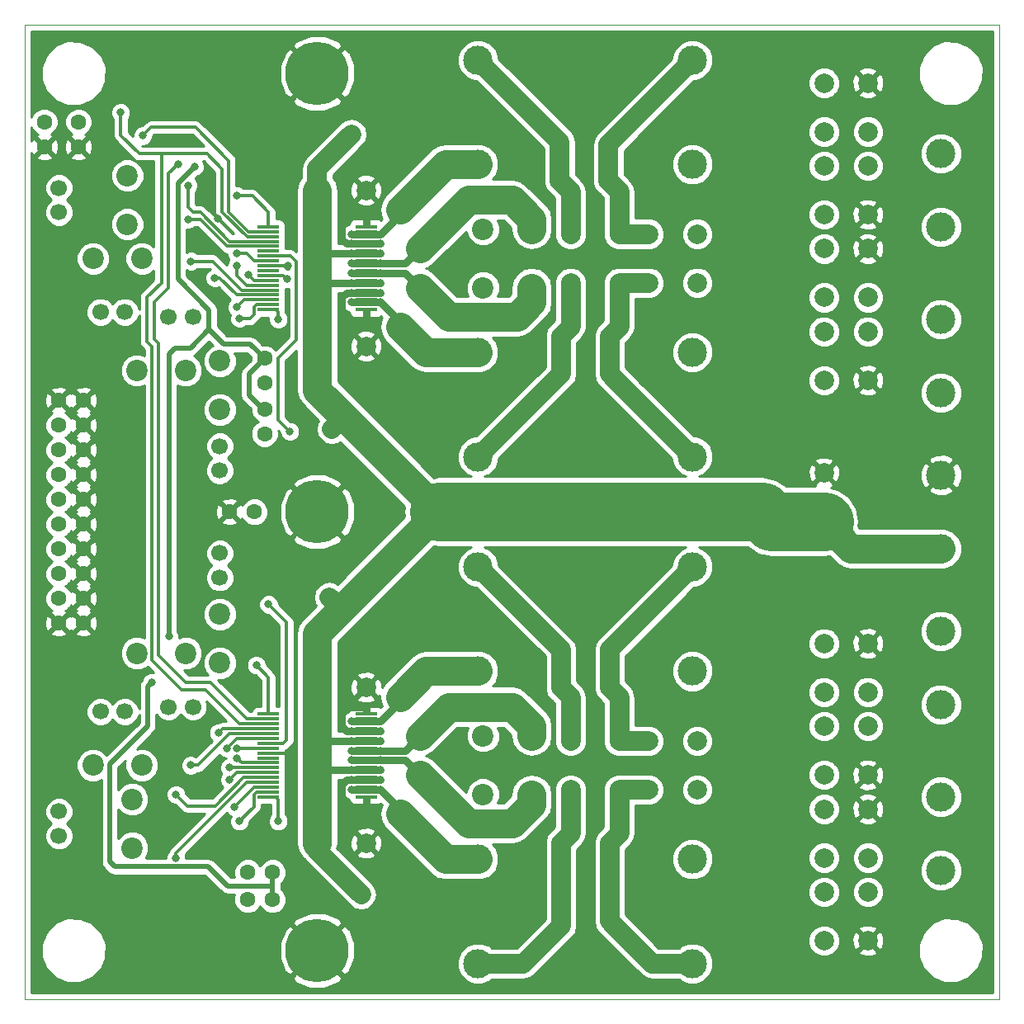
<source format=gbl>
G04 #@! TF.FileFunction,Copper,L2,Bot,Signal*
%FSLAX46Y46*%
G04 Gerber Fmt 4.6, Leading zero omitted, Abs format (unit mm)*
G04 Created by KiCad (PCBNEW 4.0.5) date 02/14/17 11:50:05*
%MOMM*%
%LPD*%
G01*
G04 APERTURE LIST*
%ADD10C,0.150000*%
%ADD11C,0.100000*%
%ADD12C,1.700000*%
%ADD13C,2.200000*%
%ADD14C,3.000000*%
%ADD15C,1.600000*%
%ADD16C,2.000000*%
%ADD17C,6.500000*%
%ADD18R,2.200000X0.340000*%
%ADD19C,0.800000*%
%ADD20C,0.300000*%
%ADD21C,0.800000*%
%ADD22C,6.000000*%
%ADD23C,2.000000*%
%ADD24C,3.000000*%
%ADD25C,0.200000*%
%ADD26C,0.500000*%
%ADD27C,0.254000*%
G04 APERTURE END LIST*
D10*
D11*
X0Y100000000D02*
X100000000Y100000000D01*
X15000000Y0D02*
X0Y0D01*
X100000000Y0D02*
X15000000Y0D01*
X100000000Y100000000D02*
X100000000Y0D01*
X0Y0D02*
X0Y100000000D01*
D12*
X3500000Y16750000D03*
X3500000Y19250000D03*
D13*
X11000000Y15500000D03*
X11000000Y20500000D03*
X12000000Y24000000D03*
X7000000Y24000000D03*
D12*
X10250000Y29500000D03*
X7750000Y29500000D03*
X17250000Y30000000D03*
X14750000Y30000000D03*
D13*
X16500000Y35500000D03*
X11500000Y35500000D03*
X20000000Y39500000D03*
X20000000Y34500000D03*
D12*
X20000000Y43250000D03*
X20000000Y45750000D03*
X20000000Y56750000D03*
X20000000Y54250000D03*
D13*
X20000000Y65500000D03*
X20000000Y60500000D03*
X16500000Y64500000D03*
X11500000Y64500000D03*
D12*
X17250000Y70000000D03*
X14750000Y70000000D03*
X10250000Y70500000D03*
X7750000Y70500000D03*
D13*
X12000000Y76000000D03*
X7000000Y76000000D03*
X10500000Y84500000D03*
X10500000Y79500000D03*
D12*
X3500000Y83250000D03*
X3500000Y80750000D03*
D13*
X47000000Y21000000D03*
X52000000Y21000000D03*
X47000000Y27000000D03*
X52000000Y27000000D03*
D14*
X46500000Y14350000D03*
X46500000Y3650000D03*
X68500000Y14350000D03*
X68500000Y3650000D03*
X68500000Y33650000D03*
X68500000Y44350000D03*
X46500000Y33650000D03*
X46500000Y44350000D03*
X46500000Y66350000D03*
X46500000Y55650000D03*
X68500000Y66350000D03*
X68500000Y55650000D03*
X68500000Y85650000D03*
X68500000Y96350000D03*
X46500000Y85650000D03*
X46500000Y96350000D03*
X94000000Y46230000D03*
X94000000Y53770000D03*
D15*
X6020000Y38570000D03*
X3480000Y38570000D03*
X6020000Y41110000D03*
X3480000Y41110000D03*
X6020000Y43650000D03*
X3480000Y43650000D03*
X6020000Y46190000D03*
X3480000Y46190000D03*
X6020000Y48730000D03*
X3480000Y48730000D03*
X6020000Y51270000D03*
X3480000Y51270000D03*
X6020000Y53810000D03*
X3480000Y53810000D03*
X6020000Y56350000D03*
X3480000Y56350000D03*
X6020000Y58890000D03*
X3480000Y58890000D03*
X6020000Y61430000D03*
X3480000Y61430000D03*
D14*
X94000000Y13230000D03*
X94000000Y20770000D03*
X94000000Y30230000D03*
X94000000Y37770000D03*
D15*
X21000000Y50000000D03*
X23540000Y50000000D03*
D14*
X94000000Y62230000D03*
X94000000Y69770000D03*
X94000000Y79230000D03*
X94000000Y86770000D03*
D13*
X47000000Y73000000D03*
X52000000Y73000000D03*
X47000000Y79000000D03*
X52000000Y79000000D03*
D16*
X30000000Y67000000D03*
X35000000Y67000000D03*
X30000000Y83000000D03*
X35000000Y83000000D03*
X30000000Y32000000D03*
X35000000Y32000000D03*
X30000000Y16000000D03*
X35000000Y16000000D03*
X82000000Y14500000D03*
X82000000Y19500000D03*
X86500000Y14500000D03*
X86500000Y19500000D03*
X55000000Y16000000D03*
X60000000Y16000000D03*
X56000000Y21500000D03*
X61000000Y21500000D03*
X86500000Y6000000D03*
X86500000Y11000000D03*
X82000000Y11000000D03*
X82000000Y6000000D03*
X82000000Y31500000D03*
X82000000Y36500000D03*
X60000000Y32000000D03*
X55000000Y32000000D03*
X61000000Y26500000D03*
X56000000Y26500000D03*
X86500000Y31500000D03*
X86500000Y36500000D03*
X86500000Y23000000D03*
X86500000Y28000000D03*
X82000000Y28000000D03*
X82000000Y23000000D03*
X82000000Y72000000D03*
X82000000Y77000000D03*
X86500000Y72000000D03*
X86500000Y77000000D03*
X55000000Y68000000D03*
X60000000Y68000000D03*
X56000000Y73500000D03*
X61000000Y73500000D03*
X86500000Y63500000D03*
X86500000Y68500000D03*
X82000000Y68500000D03*
X82000000Y63500000D03*
X82000000Y89000000D03*
X82000000Y94000000D03*
X64000000Y78500000D03*
X69000000Y78500000D03*
X59879668Y83970438D03*
X54879668Y83970438D03*
X86500000Y89000000D03*
X86500000Y94000000D03*
X86500000Y80500000D03*
X86500000Y85500000D03*
X82000000Y85500000D03*
X82000000Y80500000D03*
X69000000Y21500000D03*
X64000000Y21500000D03*
X64000000Y26500000D03*
X69000000Y26500000D03*
X69000000Y73500000D03*
X64000000Y73500000D03*
X61000000Y78500000D03*
X56000000Y78500000D03*
D15*
X5500000Y87460000D03*
X5500000Y90000000D03*
X2000000Y87460000D03*
X2000000Y90000000D03*
D16*
X82000000Y49000000D03*
X82000000Y54000000D03*
D17*
X30000000Y50000000D03*
X30000000Y5000000D03*
X30000000Y95000000D03*
D18*
X25000000Y70750000D03*
X35000000Y70750000D03*
X25000000Y71250000D03*
X35000000Y71250000D03*
X25000000Y71750000D03*
X35000000Y71750000D03*
X25000000Y72250000D03*
X35000000Y72250000D03*
X25000000Y72750000D03*
X35000000Y72750000D03*
X25000000Y73250000D03*
X35000000Y73250000D03*
X25000000Y73750000D03*
X35000000Y73750000D03*
X25000000Y74250000D03*
X35000000Y74250000D03*
X25000000Y74750000D03*
X35000000Y74750000D03*
X25000000Y75250000D03*
X35000000Y75250000D03*
X25000000Y75750000D03*
X35000000Y75750000D03*
X25000000Y76250000D03*
X35000000Y76250000D03*
X25000000Y76750000D03*
X35000000Y76750000D03*
X25000000Y77250000D03*
X35000000Y77250000D03*
X25000000Y77750000D03*
X35000000Y77750000D03*
X25000000Y78250000D03*
X35000000Y78250000D03*
X25000000Y78750000D03*
X35000000Y78750000D03*
X25000000Y79250000D03*
X35000000Y79250000D03*
X25000000Y20750000D03*
X35000000Y20750000D03*
X25000000Y21250000D03*
X35000000Y21250000D03*
X25000000Y21750000D03*
X35000000Y21750000D03*
X25000000Y22250000D03*
X35000000Y22250000D03*
X25000000Y22750000D03*
X35000000Y22750000D03*
X25000000Y23250000D03*
X35000000Y23250000D03*
X25000000Y23750000D03*
X35000000Y23750000D03*
X25000000Y24250000D03*
X35000000Y24250000D03*
X25000000Y24750000D03*
X35000000Y24750000D03*
X25000000Y25250000D03*
X35000000Y25250000D03*
X25000000Y25750000D03*
X35000000Y25750000D03*
X25000000Y26250000D03*
X35000000Y26250000D03*
X25000000Y26750000D03*
X35000000Y26750000D03*
X25000000Y27250000D03*
X35000000Y27250000D03*
X25000000Y27750000D03*
X35000000Y27750000D03*
X25000000Y28250000D03*
X35000000Y28250000D03*
X25000000Y28750000D03*
X35000000Y28750000D03*
X25000000Y29250000D03*
X35000000Y29250000D03*
D15*
X22860000Y13000000D03*
X25400000Y13000000D03*
X22860000Y10200000D03*
X25400000Y10200000D03*
X24600000Y63200000D03*
X24600000Y65740000D03*
X24600000Y58000000D03*
X24600000Y60540000D03*
D19*
X6200000Y79000000D03*
X6898471Y20459700D03*
X21636900Y7312034D03*
X64300000Y55600000D03*
X51200000Y55500000D03*
X50900000Y44700000D03*
X64600000Y44800000D03*
X71700000Y45500000D03*
X71800000Y54800000D03*
X57700000Y44750000D03*
X57700000Y55500000D03*
X21100000Y87700000D03*
X16400000Y88100000D03*
X2500000Y92000000D03*
X1200000Y98800000D03*
X1300000Y1300000D03*
X98800000Y1300000D03*
X98800000Y98800000D03*
X78200000Y94100000D03*
X79300000Y5900000D03*
X69200000Y10700000D03*
X69500000Y89100000D03*
X45200000Y75900000D03*
X54400000Y75900000D03*
X62400000Y75900000D03*
X45200000Y23900000D03*
X54300000Y23900000D03*
X62500000Y23900000D03*
X71100000Y20000000D03*
X71000000Y24000000D03*
X71100000Y76000000D03*
X71100000Y80500000D03*
X27235803Y78502597D03*
X27500000Y21600000D03*
X28580475Y56122689D03*
X26600000Y68300000D03*
X16955226Y78494003D03*
X16211259Y18798787D03*
X16205851Y17434940D03*
X6700000Y13400000D03*
X10900000Y12200000D03*
X16538535Y12179887D03*
X11000000Y18000000D03*
X27300000Y61000000D03*
X27300000Y64900000D03*
X17000000Y45200000D03*
X17000000Y41700000D03*
X17000000Y54600000D03*
X17000000Y58300000D03*
X22224316Y85762907D03*
X19097195Y83511380D03*
X18197524Y21515765D03*
X96565025Y38061262D03*
X96645547Y30250570D03*
X96766331Y12938212D03*
X96806592Y20869687D03*
X96565025Y46261482D03*
X96871653Y86718680D03*
X96748603Y78509485D03*
X96731024Y62214146D03*
X96731024Y69737776D03*
X19500000Y21400000D03*
X14500000Y23800000D03*
X1250000Y57500000D03*
X1250000Y55000000D03*
X1250000Y52500000D03*
X1250000Y50000000D03*
X1250000Y47500000D03*
X1250000Y44750000D03*
X1250000Y42250000D03*
X27250000Y88000000D03*
X17750000Y99000000D03*
X13250000Y99000000D03*
X15250000Y91750000D03*
X38750000Y90750000D03*
X36500000Y40000000D03*
X36500000Y59750000D03*
X36500000Y49500000D03*
X36500000Y50750000D03*
X37750000Y50750000D03*
X40750000Y56500000D03*
X41000000Y43250000D03*
X42500000Y43250000D03*
X42250000Y56500000D03*
X9750000Y50000000D03*
X18500000Y48000000D03*
X18500000Y51750000D03*
X18500000Y50000000D03*
X16250000Y50000000D03*
X17000000Y61250000D03*
X11500000Y50000000D03*
X17000000Y38750000D03*
X73000000Y17500000D03*
X73000000Y26250000D03*
X73000000Y73750000D03*
X73000000Y82750000D03*
X48500000Y10500000D03*
X43000000Y10000000D03*
X47250000Y90250000D03*
X41500000Y90250000D03*
X48000000Y62750000D03*
X42250000Y62750000D03*
X49000000Y36750000D03*
X42500000Y36750000D03*
X19600000Y71700000D03*
X20500000Y76000000D03*
X19800000Y80100000D03*
X30500000Y11000000D03*
X27000000Y15250000D03*
X18000000Y15250000D03*
X20500000Y15250000D03*
X1750000Y8750000D03*
X1750000Y14000000D03*
X9750000Y9000000D03*
X8250000Y1250000D03*
X18250000Y1250000D03*
X26250000Y1250000D03*
X87000000Y42000000D03*
X90000000Y60000000D03*
X89500000Y40000000D03*
X85750000Y43500000D03*
X78250000Y41500000D03*
X76750000Y43500000D03*
X87000000Y57000000D03*
X78000000Y58000000D03*
X54250000Y44750000D03*
X61000000Y44750000D03*
X61000000Y55500000D03*
X54500000Y55500000D03*
X57750000Y95500000D03*
X57750000Y4750000D03*
X41250000Y1250000D03*
X51500000Y1250000D03*
X63500000Y1250000D03*
X73500000Y1250000D03*
X79250000Y1250000D03*
X90750000Y2500000D03*
X98250000Y8000000D03*
X98000000Y25500000D03*
X98250000Y74500000D03*
X90250000Y97500000D03*
X79500000Y98750000D03*
X74250000Y98750000D03*
X63750000Y98750000D03*
X52000000Y98750000D03*
X41500000Y98750000D03*
X25000000Y84500000D03*
X27250000Y81750000D03*
X35750000Y89000000D03*
X36000000Y97750000D03*
X33000000Y63750000D03*
X37500000Y58750000D03*
X42250000Y54750000D03*
X35250000Y53500000D03*
X33000000Y54500000D03*
X39250000Y8000000D03*
X36750000Y1250000D03*
X30000000Y45250000D03*
X33000000Y45250000D03*
X34250000Y45750000D03*
X37750000Y49500000D03*
X42500000Y44750000D03*
X37750000Y41250000D03*
X33250000Y36250000D03*
X25000000Y37000000D03*
X21750000Y32250000D03*
X27500000Y25250000D03*
X20750000Y68750000D03*
X24500000Y95000000D03*
X23000000Y97500000D03*
X8500000Y92750000D03*
X8500000Y97500000D03*
X3000000Y71500000D03*
X1250000Y65750000D03*
X3000000Y28500000D03*
X1250000Y34250000D03*
X27000000Y75250000D03*
X36500000Y22500000D03*
X33500000Y22500000D03*
X33500000Y72500000D03*
X36500000Y72500000D03*
X33500000Y77500000D03*
X36500000Y77500000D03*
X33500000Y27500000D03*
X36500000Y27500000D03*
X35000000Y19250000D03*
X35000000Y30000000D03*
X35000000Y80500000D03*
X35000000Y69500000D03*
X34500000Y10750000D03*
X33500000Y88750000D03*
X31250000Y41250000D03*
X31500000Y58500000D03*
X33500000Y23500000D03*
X36500000Y23500000D03*
X33500000Y26500000D03*
X36500000Y26500000D03*
X36500000Y76500000D03*
X33500000Y76500000D03*
X33500000Y73500000D03*
X36500000Y73500000D03*
X15500000Y14500000D03*
X15500000Y21000000D03*
X17000000Y24000000D03*
X19861608Y27318411D03*
X19500000Y74000000D03*
X17043551Y75719828D03*
X16750000Y80000000D03*
X16750000Y83500000D03*
X39500000Y26000000D03*
X36500000Y25500000D03*
X33500000Y25500000D03*
X9838296Y90972256D03*
X15693089Y85695221D03*
X12100000Y88600000D03*
X26000000Y18250000D03*
X22021830Y18255045D03*
X39500000Y24000000D03*
X36500000Y24500000D03*
X33500000Y24500000D03*
X21500000Y19750000D03*
X21750000Y24750000D03*
X21747378Y25743885D03*
X20750000Y25750000D03*
X23750000Y34250000D03*
X26000000Y69750000D03*
X22041914Y69819501D03*
X39500000Y74000000D03*
X36500000Y74500000D03*
X33500000Y74500000D03*
X21750000Y71000000D03*
X39750000Y76250000D03*
X36500000Y75500000D03*
X33500000Y75500000D03*
X26869507Y73890122D03*
X21750000Y76500000D03*
X21759715Y82421355D03*
X37750000Y20250000D03*
X36500000Y21500000D03*
X33500000Y21500000D03*
X37750000Y29750000D03*
X33500000Y28500000D03*
X36500000Y28500000D03*
X37750000Y70250000D03*
X36500000Y71500000D03*
X33500000Y71500000D03*
X37750000Y79750000D03*
X36500000Y78500000D03*
X33500000Y78500000D03*
X25000000Y40500000D03*
X27190857Y58261969D03*
X17400000Y85400000D03*
X13000000Y32500000D03*
X14800000Y37200000D03*
X21000000Y23750000D03*
X21000000Y22500000D03*
X22925342Y74316506D03*
X21750000Y75250000D03*
D20*
X3000000Y71500000D02*
X3000000Y75800000D01*
X3000000Y75800000D02*
X6200000Y79000000D01*
X6898471Y20459700D02*
X6740300Y20459700D01*
X6740300Y20459700D02*
X3000000Y24200000D01*
X3000000Y24200000D02*
X3000000Y28500000D01*
X61000000Y55500000D02*
X64200000Y55500000D01*
X64200000Y55500000D02*
X64300000Y55600000D01*
X54250000Y44750000D02*
X50950000Y44750000D01*
X50950000Y44750000D02*
X50900000Y44700000D01*
X61000000Y44750000D02*
X57700000Y44750000D01*
X57700000Y44750000D02*
X54250000Y44750000D01*
X54500000Y55500000D02*
X57700000Y55500000D01*
X57700000Y55500000D02*
X61000000Y55500000D01*
X62400000Y75900000D02*
X54400000Y75900000D01*
X62500000Y23900000D02*
X54300000Y23900000D01*
X16211259Y18798787D02*
X16205851Y18793379D01*
X16205851Y18793379D02*
X16205851Y17434940D01*
X16205851Y17434940D02*
X15740791Y17900000D01*
X15740791Y17900000D02*
X11100000Y17900000D01*
X11100000Y17900000D02*
X11000000Y18000000D01*
X16538535Y12179887D02*
X10920113Y12179887D01*
X10920113Y12179887D02*
X10900000Y12200000D01*
X16538535Y12179887D02*
X15929887Y12179887D01*
X15929887Y12179887D02*
X12750000Y9000000D01*
X12750000Y9000000D02*
X9750000Y9000000D01*
X17000000Y41700000D02*
X17000000Y45200000D01*
X17000000Y58300000D02*
X17000000Y54600000D01*
X12950000Y91750000D02*
X11950000Y92750000D01*
X11950000Y92750000D02*
X8500000Y92750000D01*
X15250000Y91750000D02*
X12950000Y91750000D01*
X20500000Y15250000D02*
X27000000Y15250000D01*
X96565025Y38061262D02*
X97250000Y37376287D01*
X97250000Y37376287D02*
X97250000Y30855023D01*
X97250000Y30855023D02*
X96645547Y30250570D01*
X96766331Y12938212D02*
X97250000Y12454543D01*
X97250000Y12454543D02*
X97250000Y9000000D01*
X97250000Y9000000D02*
X98250000Y8000000D01*
X96806592Y20869687D02*
X97250000Y21313095D01*
X97250000Y21313095D02*
X97250000Y24750000D01*
X97250000Y24750000D02*
X98000000Y25500000D01*
X96565025Y46261482D02*
X97500000Y47196457D01*
X97500000Y47196457D02*
X97500000Y61445170D01*
X97500000Y61445170D02*
X96731024Y62214146D01*
X96748603Y78509485D02*
X98250000Y77008088D01*
X98250000Y77008088D02*
X98250000Y74500000D01*
X96731024Y69737776D02*
X98250000Y71256752D01*
X98250000Y71256752D02*
X98250000Y74500000D01*
X1250000Y52500000D02*
X1250000Y55000000D01*
X1250000Y47500000D02*
X1250000Y50000000D01*
X1250000Y42250000D02*
X1250000Y44750000D01*
X13250000Y99000000D02*
X17750000Y99000000D01*
X41500000Y90250000D02*
X39250000Y90250000D01*
X39250000Y90250000D02*
X38750000Y90750000D01*
X37750000Y50750000D02*
X36500000Y50750000D01*
X42250000Y56500000D02*
X40750000Y56500000D01*
X42500000Y44750000D02*
X42500000Y43250000D01*
X42500000Y43250000D02*
X42500000Y36750000D01*
X42250000Y54750000D02*
X42250000Y56500000D01*
X42250000Y56500000D02*
X42250000Y62750000D01*
X16250000Y50000000D02*
X18500000Y50000000D01*
X43000000Y10000000D02*
X43500000Y10500000D01*
X43500000Y10500000D02*
X48500000Y10500000D01*
X41500000Y90250000D02*
X47250000Y90250000D01*
X27000000Y15250000D02*
X27000000Y14500000D01*
X27000000Y14500000D02*
X30500000Y11000000D01*
X1750000Y14000000D02*
X1750000Y8750000D01*
X8250000Y1250000D02*
X9750000Y2750000D01*
X9750000Y2750000D02*
X9750000Y9000000D01*
X26250000Y1250000D02*
X18250000Y1250000D01*
X82000000Y54000000D02*
X78000000Y58000000D01*
X63750000Y98750000D02*
X61000000Y98750000D01*
X61000000Y98750000D02*
X57750000Y95500000D01*
X51500000Y1250000D02*
X41250000Y1250000D01*
X73500000Y1250000D02*
X63500000Y1250000D01*
X90750000Y2500000D02*
X80500000Y2500000D01*
X80500000Y2500000D02*
X79250000Y1250000D01*
X63750000Y98750000D02*
X74250000Y98750000D01*
X41500000Y98750000D02*
X52000000Y98750000D01*
X42250000Y54750000D02*
X41500000Y54750000D01*
X41500000Y54750000D02*
X37500000Y58750000D01*
X33000000Y54500000D02*
X34250000Y54500000D01*
X34250000Y54500000D02*
X35250000Y53500000D01*
X37750000Y49500000D02*
X34250000Y46000000D01*
X34250000Y46000000D02*
X34250000Y45750000D01*
X37750000Y41250000D02*
X41250000Y44750000D01*
X41250000Y44750000D02*
X42500000Y44750000D01*
X25000000Y25250000D02*
X27500000Y25250000D01*
X25000000Y75250000D02*
X27000000Y75250000D01*
D21*
X32500000Y22000000D02*
X33000000Y22500000D01*
X33000000Y22500000D02*
X33500000Y22500000D01*
X32500000Y20250000D02*
X32500000Y22000000D01*
X33500000Y19250000D02*
X32500000Y20250000D01*
X35000000Y19250000D02*
X33500000Y19250000D01*
X32500000Y29500000D02*
X33000000Y30000000D01*
X33000000Y30000000D02*
X35000000Y30000000D01*
X32500000Y28000000D02*
X32500000Y29500000D01*
X33000000Y27500000D02*
X32500000Y28000000D01*
X33500000Y27500000D02*
X33000000Y27500000D01*
X32500000Y70250000D02*
X33250000Y69500000D01*
X33250000Y69500000D02*
X35000000Y69500000D01*
X32500000Y72000000D02*
X32500000Y70250000D01*
X33000000Y72500000D02*
X32500000Y72000000D01*
X33500000Y72500000D02*
X33000000Y72500000D01*
X32500000Y79750000D02*
X33250000Y80500000D01*
X33250000Y80500000D02*
X35000000Y80500000D01*
X32500000Y78000000D02*
X32500000Y79750000D01*
X33000000Y77500000D02*
X32500000Y78000000D01*
X33500000Y77500000D02*
X33000000Y77500000D01*
D20*
X35000000Y70750000D02*
X35000000Y69500000D01*
D21*
X35000000Y22500000D02*
X36500000Y22500000D01*
X35000000Y22500000D02*
X33500000Y22500000D01*
X35000000Y72500000D02*
X33500000Y72500000D01*
X35000000Y72500000D02*
X36500000Y72500000D01*
X35000000Y77500000D02*
X33500000Y77500000D01*
X35000000Y77500000D02*
X36500000Y77500000D01*
D20*
X35000000Y77500000D02*
X35000000Y77750000D01*
X35000000Y77250000D02*
X35000000Y77500000D01*
X35000000Y72500000D02*
X35000000Y72250000D01*
X35000000Y72750000D02*
X35000000Y72500000D01*
X35000000Y22250000D02*
X35000000Y22500000D01*
X35000000Y22750000D02*
X35000000Y22500000D01*
D21*
X35000000Y27500000D02*
X33500000Y27500000D01*
X35000000Y27500000D02*
X36500000Y27500000D01*
D20*
X35000000Y27250000D02*
X35000000Y27500000D01*
X35000000Y27750000D02*
X35000000Y27500000D01*
X35000000Y79250000D02*
X35000000Y79500000D01*
X35000000Y70750000D02*
X35000000Y70500000D01*
X35000000Y20750000D02*
X35000000Y20500000D01*
X35000000Y29250000D02*
X35000000Y29500000D01*
D21*
X35000000Y19250000D02*
X35000000Y20500000D01*
X35000000Y30000000D02*
X35000000Y29500000D01*
X35000000Y69500000D02*
X35000000Y70500000D01*
X35000000Y80500000D02*
X35000000Y79500000D01*
D22*
X82000000Y49000000D02*
X76642824Y49000000D01*
X76642824Y49000000D02*
X75642824Y50000000D01*
X75642824Y50000000D02*
X42500000Y50000000D01*
D23*
X30000000Y16000000D02*
X30000000Y15250000D01*
X30000000Y15250000D02*
X34500000Y10750000D01*
X30000000Y83000000D02*
X30000000Y85250000D01*
X30000000Y85250000D02*
X33500000Y88750000D01*
D24*
X30000000Y37500000D02*
X32500000Y40000000D01*
X32500000Y40000000D02*
X42500000Y50000000D01*
D23*
X31250000Y41250000D02*
X32500000Y40000000D01*
D24*
X30000000Y62500000D02*
X33000000Y59500000D01*
X33000000Y59500000D02*
X42500000Y50000000D01*
D23*
X31500000Y58500000D02*
X32500000Y59500000D01*
X32500000Y59500000D02*
X33000000Y59500000D01*
D24*
X30000000Y76500000D02*
X30000000Y73500000D01*
D21*
X30000000Y26500000D02*
X31750000Y26500000D01*
X31750000Y26500000D02*
X33500000Y26500000D01*
X30000000Y23500000D02*
X33500000Y23500000D01*
X33500000Y23500000D02*
X35000000Y23500000D01*
X35000000Y23500000D02*
X36500000Y23500000D01*
X33500000Y26500000D02*
X35000000Y26500000D01*
X35000000Y26500000D02*
X36500000Y26500000D01*
X35250000Y76500000D02*
X36500000Y76500000D01*
X30000000Y76500000D02*
X33500000Y76500000D01*
X33500000Y76500000D02*
X35250000Y76500000D01*
X30000000Y73500000D02*
X33500000Y73500000D01*
X33500000Y73500000D02*
X35000000Y73500000D01*
X35000000Y73500000D02*
X36500000Y73500000D01*
D20*
X35000000Y26250000D02*
X35000000Y26500000D01*
X35000000Y26750000D02*
X35000000Y26500000D01*
X35000000Y23250000D02*
X35000000Y23500000D01*
X35000000Y23750000D02*
X35000000Y23500000D01*
X35000000Y73750000D02*
X35000000Y73500000D01*
X35000000Y73250000D02*
X35000000Y73500000D01*
X35000000Y76250000D02*
X35250000Y76500000D01*
X35000000Y76750000D02*
X35250000Y76500000D01*
D24*
X30000000Y23500000D02*
X30000000Y26500000D01*
X30000000Y16000000D02*
X30000000Y23500000D01*
X30000000Y26500000D02*
X30000000Y32000000D01*
X30000000Y73500000D02*
X30000000Y67000000D01*
X30000000Y83000000D02*
X30000000Y76500000D01*
X30000000Y67000000D02*
X30000000Y62500000D01*
X30000000Y32000000D02*
X30000000Y37500000D01*
X94000000Y46230000D02*
X84770000Y46230000D01*
X84770000Y46230000D02*
X82000000Y49000000D01*
D20*
X25000000Y22250000D02*
X22757368Y22250000D01*
X22757368Y22250000D02*
X15500000Y14992632D01*
X15500000Y14992632D02*
X15500000Y14500000D01*
X15500000Y21000000D02*
X16659353Y19840647D01*
X16659353Y19840647D02*
X19542444Y19840647D01*
X19542444Y19840647D02*
X22451797Y22750000D01*
X22451797Y22750000D02*
X25000000Y22750000D01*
X25000000Y27250000D02*
X21019862Y27250000D01*
X21019862Y27250000D02*
X17769862Y24000000D01*
X17769862Y24000000D02*
X17000000Y24000000D01*
X17269335Y24000000D02*
X17000000Y24000000D01*
X19861608Y27318411D02*
X20293197Y27750000D01*
X20293197Y27750000D02*
X25000000Y27750000D01*
X20000000Y74000000D02*
X19500000Y74000000D01*
X21750000Y72250000D02*
X20000000Y74000000D01*
X25000000Y72250000D02*
X21750000Y72250000D01*
X17043551Y75719828D02*
X19280172Y75719828D01*
X19280172Y75719828D02*
X22250000Y72750000D01*
X22250000Y72750000D02*
X25000000Y72750000D01*
X16750000Y80000000D02*
X18000000Y80000000D01*
X18000000Y80000000D02*
X20750000Y77250000D01*
X20750000Y77250000D02*
X25000000Y77250000D01*
X16750000Y80000000D02*
X17000000Y80000000D01*
X21000000Y77750000D02*
X18000000Y80750000D01*
X16750000Y81250000D02*
X17250000Y80750000D01*
X17250000Y80750000D02*
X18000000Y80750000D01*
X16750000Y83500000D02*
X16750000Y81250000D01*
X25000000Y77750000D02*
X21000000Y77750000D01*
D21*
X40500000Y27000000D02*
X39500000Y26000000D01*
X39500000Y26000000D02*
X39000000Y25500000D01*
X39000000Y25500000D02*
X36500000Y25500000D01*
X36500000Y25500000D02*
X35000000Y25500000D01*
X35000000Y25500000D02*
X33500000Y25500000D01*
D25*
X35000000Y25250000D02*
X35000000Y25500000D01*
X35000000Y25750000D02*
X35000000Y25500000D01*
D24*
X43500000Y30000000D02*
X40500000Y27000000D01*
X50000000Y30000000D02*
X43500000Y30000000D01*
X52000000Y28000000D02*
X50000000Y30000000D01*
X52000000Y27000000D02*
X52000000Y28000000D01*
D20*
X9838296Y90972256D02*
X9838296Y88661704D01*
X9838296Y88661704D02*
X11750000Y86750000D01*
X11750000Y86750000D02*
X14000000Y86750000D01*
X14000000Y86750000D02*
X14000000Y73500000D01*
X14000000Y73500000D02*
X12500000Y72000000D01*
X12500000Y72000000D02*
X12500000Y67500000D01*
X12500000Y67500000D02*
X13051802Y66948198D01*
X13051802Y66948198D02*
X13051802Y34752207D01*
X13051802Y34752207D02*
X16054009Y31750000D01*
X16054009Y31750000D02*
X18500000Y31750000D01*
X18500000Y31750000D02*
X22000000Y28250000D01*
X22000000Y28250000D02*
X25000000Y28250000D01*
X25000000Y78250000D02*
X22804801Y78250000D01*
X22804801Y78250000D02*
X20258697Y80796104D01*
X20258697Y80796104D02*
X20258697Y85155352D01*
X20258697Y85155352D02*
X18664049Y86750000D01*
X18664049Y86750000D02*
X14000000Y86750000D01*
X25000000Y78750000D02*
X22968800Y78750000D01*
X22968800Y78750000D02*
X20919860Y80798940D01*
X20919860Y80798940D02*
X20919860Y86048815D01*
X20919860Y86048815D02*
X17492027Y89476648D01*
X17492027Y89476648D02*
X12976648Y89476648D01*
X12976648Y89476648D02*
X12100000Y88600000D01*
X15693089Y85695221D02*
X14750000Y84752132D01*
X14750000Y84752132D02*
X14750000Y73000000D01*
X14750000Y73000000D02*
X13250000Y71500000D01*
X13250000Y71500000D02*
X13250000Y67750000D01*
X13250000Y67750000D02*
X13726020Y67273980D01*
X13726020Y67273980D02*
X13726020Y35299955D01*
X13726020Y35299955D02*
X16525975Y32500000D01*
X16525975Y32500000D02*
X19000000Y32500000D01*
X19000000Y32500000D02*
X22750000Y28750000D01*
X22750000Y28750000D02*
X25000000Y28750000D01*
D23*
X55000000Y16000000D02*
X56000000Y17000000D01*
X56000000Y17000000D02*
X56000000Y21500000D01*
X55000000Y7500000D02*
X51150000Y3650000D01*
X51150000Y3650000D02*
X46500000Y3650000D01*
X55000000Y16000000D02*
X55000000Y7500000D01*
D20*
X26000000Y20500000D02*
X25750000Y20750000D01*
X25750000Y20750000D02*
X25000000Y20750000D01*
X26000000Y18250000D02*
X26000000Y20500000D01*
X22021830Y18255045D02*
X23500000Y19733215D01*
X23500000Y19733215D02*
X23500000Y21000000D01*
X23500000Y21000000D02*
X23750000Y21250000D01*
X23750000Y21250000D02*
X25000000Y21250000D01*
D23*
X60000000Y16000000D02*
X61000000Y17000000D01*
X61000000Y17000000D02*
X61000000Y21500000D01*
X61000000Y21500000D02*
X64000000Y21500000D01*
X60000000Y8000000D02*
X64350000Y3650000D01*
X64350000Y3650000D02*
X68500000Y3650000D01*
X60000000Y16000000D02*
X60000000Y8000000D01*
D21*
X40500000Y23000000D02*
X39500000Y24000000D01*
X39500000Y24000000D02*
X39000000Y24500000D01*
X39000000Y24500000D02*
X36500000Y24500000D01*
X36500000Y24500000D02*
X35000000Y24500000D01*
X35000000Y24500000D02*
X33500000Y24500000D01*
D25*
X35000000Y24250000D02*
X35000000Y24500000D01*
X35000000Y24750000D02*
X35000000Y24500000D01*
D24*
X45500000Y18000000D02*
X40500000Y23000000D01*
X50000000Y18000000D02*
X45500000Y18000000D01*
X52000000Y20000000D02*
X50000000Y18000000D01*
X52000000Y21000000D02*
X52000000Y20000000D01*
D20*
X23500000Y21750000D02*
X21500000Y19750000D01*
X25000000Y21750000D02*
X23500000Y21750000D01*
D23*
X64000000Y26500000D02*
X61000000Y26500000D01*
X61000000Y26500000D02*
X61000000Y31000000D01*
X61000000Y31000000D02*
X60000000Y32000000D01*
X60000000Y32000000D02*
X60000000Y35850000D01*
X60000000Y35850000D02*
X68500000Y44350000D01*
X56000000Y26500000D02*
X56000000Y31000000D01*
X56000000Y31000000D02*
X55000000Y32000000D01*
X55000000Y32000000D02*
X55000000Y35850000D01*
X55000000Y35850000D02*
X46500000Y44350000D01*
D20*
X21750000Y24750000D02*
X22250000Y24250000D01*
X22250000Y24250000D02*
X25000000Y24250000D01*
X21747378Y25743885D02*
X21753493Y25750000D01*
X21753493Y25750000D02*
X25000000Y25750000D01*
X25000000Y26750000D02*
X21750000Y26750000D01*
X21750000Y26750000D02*
X20750000Y25750000D01*
X23750000Y34250000D02*
X25000000Y33000000D01*
X25000000Y33000000D02*
X25000000Y29250000D01*
D23*
X55000000Y68000000D02*
X56000000Y69000000D01*
X56000000Y69000000D02*
X56000000Y73500000D01*
X55000000Y68000000D02*
X55000000Y64150000D01*
X55000000Y64150000D02*
X46500000Y55650000D01*
D20*
X26000000Y70500000D02*
X25750000Y70750000D01*
X25750000Y70750000D02*
X25000000Y70750000D01*
X26000000Y69750000D02*
X26000000Y70500000D01*
X22041914Y69819501D02*
X23069501Y69819501D01*
X23069501Y69819501D02*
X23500000Y70250000D01*
X23500000Y70250000D02*
X23500000Y71000000D01*
X23500000Y71000000D02*
X23750000Y71250000D01*
X23750000Y71250000D02*
X25000000Y71250000D01*
D23*
X60000000Y64150000D02*
X68500000Y55650000D01*
X61000000Y73500000D02*
X64000000Y73500000D01*
X60000000Y68000000D02*
X61000000Y69000000D01*
X61000000Y69000000D02*
X61000000Y73500000D01*
X60000000Y68000000D02*
X60000000Y64150000D01*
D20*
X35000000Y74750000D02*
X35000000Y74500000D01*
X35000000Y74250000D02*
X35000000Y74500000D01*
D21*
X40500000Y73000000D02*
X39500000Y74000000D01*
X39500000Y74000000D02*
X39000000Y74500000D01*
X39000000Y74500000D02*
X36500000Y74500000D01*
X36500000Y74500000D02*
X35000000Y74500000D01*
X35000000Y74500000D02*
X33500000Y74500000D01*
D24*
X43500000Y70000000D02*
X40500000Y73000000D01*
X50500000Y70000000D02*
X43500000Y70000000D01*
X52000000Y71500000D02*
X50500000Y70000000D01*
X52000000Y73000000D02*
X52000000Y71500000D01*
D20*
X25000000Y71750000D02*
X22500000Y71750000D01*
X22500000Y71750000D02*
X21750000Y71000000D01*
X35000000Y75250000D02*
X35000000Y75500000D01*
X35000000Y75750000D02*
X35000000Y75500000D01*
D21*
X40500000Y77000000D02*
X39750000Y76250000D01*
X39750000Y76250000D02*
X39000000Y75500000D01*
X39000000Y75500000D02*
X36500000Y75500000D01*
X36500000Y75500000D02*
X35000000Y75500000D01*
X35000000Y75500000D02*
X33500000Y75500000D01*
D24*
X45500000Y82000000D02*
X40500000Y77000000D01*
X50000000Y82000000D02*
X45500000Y82000000D01*
X52000000Y80000000D02*
X50000000Y82000000D01*
X52000000Y79000000D02*
X52000000Y80000000D01*
D23*
X59879668Y83970438D02*
X59879668Y87729668D01*
X59879668Y87729668D02*
X68500000Y96350000D01*
X61000000Y78500000D02*
X64000000Y78500000D01*
X59879668Y83970438D02*
X61000000Y82850106D01*
X61000000Y82850106D02*
X61000000Y78500000D01*
X54879668Y83970438D02*
X54879668Y87970332D01*
X54879668Y87970332D02*
X46500000Y96350000D01*
X54879668Y83970438D02*
X56000000Y82850106D01*
X56000000Y82850106D02*
X56000000Y78500000D01*
D20*
X26869507Y73890122D02*
X26509629Y74250000D01*
X26509629Y74250000D02*
X25000000Y74250000D01*
X25000000Y75750000D02*
X23500000Y75750000D01*
X21750000Y76500000D02*
X22750000Y76500000D01*
X22750000Y76500000D02*
X23500000Y75750000D01*
X21759715Y82421355D02*
X23328645Y82421355D01*
X23328645Y82421355D02*
X25000000Y80750000D01*
X25000000Y80750000D02*
X25000000Y79250000D01*
D21*
X38500000Y19500000D02*
X37750000Y20250000D01*
X37750000Y20250000D02*
X36500000Y21500000D01*
X35000000Y21500000D02*
X33500000Y21500000D01*
D25*
X35000000Y21250000D02*
X35000000Y21500000D01*
X35000000Y21750000D02*
X35000000Y21500000D01*
D21*
X36500000Y21500000D02*
X35000000Y21500000D01*
X38500000Y19000000D02*
X38500000Y19500000D01*
D24*
X43150000Y14350000D02*
X38500000Y19000000D01*
X46500000Y14350000D02*
X43150000Y14350000D01*
D21*
X38500000Y30500000D02*
X37750000Y29750000D01*
X37750000Y29750000D02*
X36500000Y28500000D01*
X35000000Y28500000D02*
X33500000Y28500000D01*
D25*
X35000000Y28250000D02*
X35000000Y28500000D01*
X35000000Y28750000D02*
X35000000Y28500000D01*
D21*
X36500000Y28500000D02*
X35000000Y28500000D01*
X38500000Y31000000D02*
X38500000Y30500000D01*
D24*
X41150000Y33650000D02*
X38500000Y31000000D01*
X46500000Y33650000D02*
X41150000Y33650000D01*
D20*
X35000000Y71250000D02*
X35000000Y71500000D01*
X35000000Y71750000D02*
X35000000Y71500000D01*
D21*
X38500000Y69500000D02*
X37750000Y70250000D01*
X37750000Y70250000D02*
X36500000Y71500000D01*
X35000000Y71500000D02*
X33500000Y71500000D01*
X36500000Y71500000D02*
X35000000Y71500000D01*
X38500000Y69000000D02*
X38500000Y69500000D01*
D24*
X41150000Y66350000D02*
X38500000Y69000000D01*
X46500000Y66350000D02*
X41150000Y66350000D01*
D20*
X35000000Y78250000D02*
X35000000Y78500000D01*
X35000000Y78750000D02*
X35000000Y78500000D01*
D21*
X38500000Y80500000D02*
X37750000Y79750000D01*
X37750000Y79750000D02*
X36500000Y78500000D01*
X35000000Y78500000D02*
X33500000Y78500000D01*
X36500000Y78500000D02*
X35000000Y78500000D01*
X38500000Y81000000D02*
X38500000Y80500000D01*
D24*
X43150000Y85650000D02*
X38500000Y81000000D01*
X46500000Y85650000D02*
X43150000Y85650000D01*
D20*
X25000000Y26250000D02*
X26500000Y26250000D01*
X26500000Y26250000D02*
X26854358Y26604358D01*
X26854358Y26604358D02*
X26854358Y38645642D01*
X26854358Y38645642D02*
X25000000Y40500000D01*
X27190857Y58261969D02*
X26000000Y59452826D01*
X26000000Y59452826D02*
X26000000Y65801276D01*
X26000000Y65801276D02*
X27818499Y67619775D01*
X27818499Y67619775D02*
X27818499Y75677344D01*
X27818499Y75677344D02*
X27245843Y76250000D01*
X27245843Y76250000D02*
X25000000Y76250000D01*
D26*
X15700000Y73900000D02*
X18900000Y70700000D01*
X18900000Y70700000D02*
X18900000Y68700000D01*
X15700000Y83700000D02*
X15700000Y73900000D01*
X17400000Y85400000D02*
X15700000Y83700000D01*
X12600000Y30600000D02*
X12600000Y32100000D01*
X12600000Y32100000D02*
X13000000Y32500000D01*
X12600000Y28000000D02*
X12600000Y30600000D01*
X8700000Y24100000D02*
X12600000Y28000000D01*
X8700000Y14100000D02*
X8700000Y24100000D01*
X9200000Y13600000D02*
X8700000Y14100000D01*
X18800000Y13600000D02*
X9200000Y13600000D01*
X20800000Y11600000D02*
X18800000Y13600000D01*
X25400000Y11600000D02*
X25400000Y10200000D01*
X25400000Y11600000D02*
X20800000Y11600000D01*
X25400000Y13000000D02*
X25400000Y11600000D01*
X14800000Y66200000D02*
X14800000Y37200000D01*
X15400000Y66800000D02*
X14800000Y66200000D01*
X17000000Y66800000D02*
X15400000Y66800000D01*
X18900000Y68700000D02*
X17000000Y66800000D01*
X23000000Y62000000D02*
X23000000Y64140000D01*
X23000000Y64140000D02*
X24600000Y65740000D01*
X24460000Y60540000D02*
X23000000Y62000000D01*
X24600000Y60540000D02*
X24460000Y60540000D01*
X20400000Y67200000D02*
X23140000Y67200000D01*
X23140000Y67200000D02*
X24600000Y65740000D01*
X18900000Y68700000D02*
X20400000Y67200000D01*
D20*
X25000000Y23750000D02*
X21000000Y23750000D01*
X25000000Y23250000D02*
X21750000Y23250000D01*
X21750000Y23250000D02*
X21000000Y22500000D01*
X22925342Y74316506D02*
X23491848Y73750000D01*
X23491848Y73750000D02*
X25000000Y73750000D01*
X22750000Y73250000D02*
X21750000Y74250000D01*
X21750000Y74250000D02*
X21750000Y75250000D01*
X25000000Y73250000D02*
X22750000Y73250000D01*
D27*
G36*
X99323000Y677000D02*
X677000Y677000D01*
X677000Y4341122D01*
X1672424Y4341122D01*
X2177862Y3117868D01*
X3112945Y2181151D01*
X4335315Y1673579D01*
X5658878Y1672424D01*
X6882132Y2177862D01*
X6927370Y2223022D01*
X27402627Y2223022D01*
X27775658Y1722392D01*
X29199262Y1120667D01*
X30744772Y1109534D01*
X32176896Y1690689D01*
X32224342Y1722392D01*
X32597373Y2223022D01*
X30000000Y4820395D01*
X27402627Y2223022D01*
X6927370Y2223022D01*
X7818849Y3112945D01*
X8293165Y4255228D01*
X26109534Y4255228D01*
X26690689Y2823104D01*
X26722392Y2775658D01*
X27223022Y2402627D01*
X29820395Y5000000D01*
X30179605Y5000000D01*
X32776978Y2402627D01*
X33277608Y2775658D01*
X33469128Y3228770D01*
X44372632Y3228770D01*
X44695766Y2446726D01*
X45293578Y1847869D01*
X46075057Y1523370D01*
X46921230Y1522632D01*
X47703274Y1845766D01*
X47880818Y2023000D01*
X51150000Y2023000D01*
X51772626Y2146848D01*
X52300463Y2499537D01*
X56150463Y6349537D01*
X56503152Y6877374D01*
X56627000Y7500000D01*
X56627000Y15326074D01*
X56978714Y15677789D01*
X58372718Y15677789D01*
X58373000Y15677107D01*
X58373000Y8000000D01*
X58496848Y7377374D01*
X58849537Y6849537D01*
X63199537Y2499537D01*
X63727374Y2146848D01*
X64350000Y2023000D01*
X67118753Y2023000D01*
X67293578Y1847869D01*
X68075057Y1523370D01*
X68921230Y1522632D01*
X69703274Y1845766D01*
X70302131Y2443578D01*
X70626630Y3225057D01*
X70627368Y4071230D01*
X70515851Y4341122D01*
X91672424Y4341122D01*
X92177862Y3117868D01*
X93112945Y2181151D01*
X94335315Y1673579D01*
X95658878Y1672424D01*
X96882132Y2177862D01*
X97818849Y3112945D01*
X98326421Y4335315D01*
X98327576Y5658878D01*
X97822138Y6882132D01*
X96887055Y7818849D01*
X95664685Y8326421D01*
X94341122Y8327576D01*
X93117868Y7822138D01*
X92181151Y6887055D01*
X91673579Y5664685D01*
X91672424Y4341122D01*
X70515851Y4341122D01*
X70304234Y4853274D01*
X69706422Y5452131D01*
X69162979Y5677789D01*
X80372718Y5677789D01*
X80619892Y5079582D01*
X81077175Y4621501D01*
X81674950Y4373283D01*
X82322211Y4372718D01*
X82920418Y4619892D01*
X83148391Y4847468D01*
X85527073Y4847468D01*
X85625736Y4580613D01*
X86235461Y4354092D01*
X86885460Y4378144D01*
X87374264Y4580613D01*
X87472927Y4847468D01*
X86500000Y5820395D01*
X85527073Y4847468D01*
X83148391Y4847468D01*
X83378499Y5077175D01*
X83626717Y5674950D01*
X83627231Y6264539D01*
X84854092Y6264539D01*
X84878144Y5614540D01*
X85080613Y5125736D01*
X85347468Y5027073D01*
X86320395Y6000000D01*
X86679605Y6000000D01*
X87652532Y5027073D01*
X87919387Y5125736D01*
X88145908Y5735461D01*
X88121856Y6385460D01*
X87919387Y6874264D01*
X87652532Y6972927D01*
X86679605Y6000000D01*
X86320395Y6000000D01*
X85347468Y6972927D01*
X85080613Y6874264D01*
X84854092Y6264539D01*
X83627231Y6264539D01*
X83627282Y6322211D01*
X83380108Y6920418D01*
X83148399Y7152532D01*
X85527073Y7152532D01*
X86500000Y6179605D01*
X87472927Y7152532D01*
X87374264Y7419387D01*
X86764539Y7645908D01*
X86114540Y7621856D01*
X85625736Y7419387D01*
X85527073Y7152532D01*
X83148399Y7152532D01*
X82922825Y7378499D01*
X82325050Y7626717D01*
X81677789Y7627282D01*
X81079582Y7380108D01*
X80621501Y6922825D01*
X80373283Y6325050D01*
X80372718Y5677789D01*
X69162979Y5677789D01*
X68924943Y5776630D01*
X68078770Y5777368D01*
X67296726Y5454234D01*
X67119182Y5277000D01*
X65023926Y5277000D01*
X61627000Y8673926D01*
X61627000Y10677789D01*
X80372718Y10677789D01*
X80619892Y10079582D01*
X81077175Y9621501D01*
X81674950Y9373283D01*
X82322211Y9372718D01*
X82920418Y9619892D01*
X83378499Y10077175D01*
X83626717Y10674950D01*
X83626719Y10677789D01*
X84872718Y10677789D01*
X85119892Y10079582D01*
X85577175Y9621501D01*
X86174950Y9373283D01*
X86822211Y9372718D01*
X87420418Y9619892D01*
X87878499Y10077175D01*
X88126717Y10674950D01*
X88127282Y11322211D01*
X87880108Y11920418D01*
X87422825Y12378499D01*
X86825050Y12626717D01*
X86177789Y12627282D01*
X85579582Y12380108D01*
X85121501Y11922825D01*
X84873283Y11325050D01*
X84872718Y10677789D01*
X83626719Y10677789D01*
X83627282Y11322211D01*
X83380108Y11920418D01*
X82922825Y12378499D01*
X82325050Y12626717D01*
X81677789Y12627282D01*
X81079582Y12380108D01*
X80621501Y11922825D01*
X80373283Y11325050D01*
X80372718Y10677789D01*
X61627000Y10677789D01*
X61627000Y13928770D01*
X66372632Y13928770D01*
X66695766Y13146726D01*
X67293578Y12547869D01*
X68075057Y12223370D01*
X68921230Y12222632D01*
X69703274Y12545766D01*
X69966737Y12808770D01*
X91872632Y12808770D01*
X92195766Y12026726D01*
X92793578Y11427869D01*
X93575057Y11103370D01*
X94421230Y11102632D01*
X95203274Y11425766D01*
X95802131Y12023578D01*
X96126630Y12805057D01*
X96127368Y13651230D01*
X95804234Y14433274D01*
X95206422Y15032131D01*
X94424943Y15356630D01*
X93578770Y15357368D01*
X92796726Y15034234D01*
X92197869Y14436422D01*
X91873370Y13654943D01*
X91872632Y12808770D01*
X69966737Y12808770D01*
X70302131Y13143578D01*
X70626630Y13925057D01*
X70626850Y14177789D01*
X80372718Y14177789D01*
X80619892Y13579582D01*
X81077175Y13121501D01*
X81674950Y12873283D01*
X82322211Y12872718D01*
X82920418Y13119892D01*
X83378499Y13577175D01*
X83626717Y14174950D01*
X83626719Y14177789D01*
X84872718Y14177789D01*
X85119892Y13579582D01*
X85577175Y13121501D01*
X86174950Y12873283D01*
X86822211Y12872718D01*
X87420418Y13119892D01*
X87878499Y13577175D01*
X88126717Y14174950D01*
X88127282Y14822211D01*
X87880108Y15420418D01*
X87422825Y15878499D01*
X86825050Y16126717D01*
X86177789Y16127282D01*
X85579582Y15880108D01*
X85121501Y15422825D01*
X84873283Y14825050D01*
X84872718Y14177789D01*
X83626719Y14177789D01*
X83627282Y14822211D01*
X83380108Y15420418D01*
X82922825Y15878499D01*
X82325050Y16126717D01*
X81677789Y16127282D01*
X81079582Y15880108D01*
X80621501Y15422825D01*
X80373283Y14825050D01*
X80372718Y14177789D01*
X70626850Y14177789D01*
X70627368Y14771230D01*
X70304234Y15553274D01*
X69706422Y16152131D01*
X68924943Y16476630D01*
X68078770Y16477368D01*
X67296726Y16154234D01*
X66697869Y15556422D01*
X66373370Y14774943D01*
X66372632Y13928770D01*
X61627000Y13928770D01*
X61627000Y15326074D01*
X62150460Y15849535D01*
X62150463Y15849537D01*
X62503152Y16377374D01*
X62507745Y16400463D01*
X62627001Y17000000D01*
X62627000Y17000005D01*
X62627000Y19177789D01*
X80372718Y19177789D01*
X80619892Y18579582D01*
X81077175Y18121501D01*
X81674950Y17873283D01*
X82322211Y17872718D01*
X82920418Y18119892D01*
X83148391Y18347468D01*
X85527073Y18347468D01*
X85625736Y18080613D01*
X86235461Y17854092D01*
X86885460Y17878144D01*
X87374264Y18080613D01*
X87472927Y18347468D01*
X86500000Y19320395D01*
X85527073Y18347468D01*
X83148391Y18347468D01*
X83378499Y18577175D01*
X83626717Y19174950D01*
X83627231Y19764539D01*
X84854092Y19764539D01*
X84878144Y19114540D01*
X85080613Y18625736D01*
X85347468Y18527073D01*
X86320395Y19500000D01*
X86679605Y19500000D01*
X87652532Y18527073D01*
X87919387Y18625736D01*
X88145908Y19235461D01*
X88121856Y19885460D01*
X87929947Y20348770D01*
X91872632Y20348770D01*
X92195766Y19566726D01*
X92793578Y18967869D01*
X93575057Y18643370D01*
X94421230Y18642632D01*
X95203274Y18965766D01*
X95802131Y19563578D01*
X96126630Y20345057D01*
X96127368Y21191230D01*
X95804234Y21973274D01*
X95206422Y22572131D01*
X94424943Y22896630D01*
X93578770Y22897368D01*
X92796726Y22574234D01*
X92197869Y21976422D01*
X91873370Y21194943D01*
X91872632Y20348770D01*
X87929947Y20348770D01*
X87919387Y20374264D01*
X87652532Y20472927D01*
X86679605Y19500000D01*
X86320395Y19500000D01*
X85347468Y20472927D01*
X85080613Y20374264D01*
X84854092Y19764539D01*
X83627231Y19764539D01*
X83627282Y19822211D01*
X83380108Y20420418D01*
X83148399Y20652532D01*
X85527073Y20652532D01*
X86500000Y19679605D01*
X87472927Y20652532D01*
X87374264Y20919387D01*
X86764539Y21145908D01*
X86114540Y21121856D01*
X85625736Y20919387D01*
X85527073Y20652532D01*
X83148399Y20652532D01*
X82922825Y20878499D01*
X82325050Y21126717D01*
X81677789Y21127282D01*
X81079582Y20880108D01*
X80621501Y20422825D01*
X80373283Y19825050D01*
X80372718Y19177789D01*
X62627000Y19177789D01*
X62627000Y19873000D01*
X63999153Y19873000D01*
X64322211Y19872718D01*
X64920418Y20119892D01*
X65378499Y20577175D01*
X65626717Y21174950D01*
X65626719Y21177789D01*
X67372718Y21177789D01*
X67619892Y20579582D01*
X68077175Y20121501D01*
X68674950Y19873283D01*
X69322211Y19872718D01*
X69920418Y20119892D01*
X70378499Y20577175D01*
X70626717Y21174950D01*
X70627282Y21822211D01*
X70380108Y22420418D01*
X70123186Y22677789D01*
X80372718Y22677789D01*
X80619892Y22079582D01*
X81077175Y21621501D01*
X81674950Y21373283D01*
X82322211Y21372718D01*
X82920418Y21619892D01*
X83148391Y21847468D01*
X85527073Y21847468D01*
X85625736Y21580613D01*
X86235461Y21354092D01*
X86885460Y21378144D01*
X87374264Y21580613D01*
X87472927Y21847468D01*
X86500000Y22820395D01*
X85527073Y21847468D01*
X83148391Y21847468D01*
X83378499Y22077175D01*
X83626717Y22674950D01*
X83627231Y23264539D01*
X84854092Y23264539D01*
X84878144Y22614540D01*
X85080613Y22125736D01*
X85347468Y22027073D01*
X86320395Y23000000D01*
X86679605Y23000000D01*
X87652532Y22027073D01*
X87919387Y22125736D01*
X88145908Y22735461D01*
X88121856Y23385460D01*
X87919387Y23874264D01*
X87652532Y23972927D01*
X86679605Y23000000D01*
X86320395Y23000000D01*
X85347468Y23972927D01*
X85080613Y23874264D01*
X84854092Y23264539D01*
X83627231Y23264539D01*
X83627282Y23322211D01*
X83380108Y23920418D01*
X83148399Y24152532D01*
X85527073Y24152532D01*
X86500000Y23179605D01*
X87472927Y24152532D01*
X87374264Y24419387D01*
X86764539Y24645908D01*
X86114540Y24621856D01*
X85625736Y24419387D01*
X85527073Y24152532D01*
X83148399Y24152532D01*
X82922825Y24378499D01*
X82325050Y24626717D01*
X81677789Y24627282D01*
X81079582Y24380108D01*
X80621501Y23922825D01*
X80373283Y23325050D01*
X80372718Y22677789D01*
X70123186Y22677789D01*
X69922825Y22878499D01*
X69325050Y23126717D01*
X68677789Y23127282D01*
X68079582Y22880108D01*
X67621501Y22422825D01*
X67373283Y21825050D01*
X67372718Y21177789D01*
X65626719Y21177789D01*
X65627282Y21822211D01*
X65380108Y22420418D01*
X64922825Y22878499D01*
X64325050Y23126717D01*
X63677789Y23127282D01*
X63677107Y23127000D01*
X61000847Y23127000D01*
X60677789Y23127282D01*
X60079582Y22880108D01*
X59621501Y22422825D01*
X59373283Y21825050D01*
X59372718Y21177789D01*
X59373000Y21177107D01*
X59373000Y17673925D01*
X58849968Y17150894D01*
X58621501Y16922825D01*
X58373283Y16325050D01*
X58372718Y15677789D01*
X56978714Y15677789D01*
X57150460Y15849535D01*
X57150463Y15849537D01*
X57503152Y16377374D01*
X57507745Y16400463D01*
X57627001Y17000000D01*
X57627000Y17000005D01*
X57627000Y21499153D01*
X57627282Y21822211D01*
X57380108Y22420418D01*
X56922825Y22878499D01*
X56325050Y23126717D01*
X55677789Y23127282D01*
X55079582Y22880108D01*
X54621501Y22422825D01*
X54373283Y21825050D01*
X54372718Y21177789D01*
X54373000Y21177107D01*
X54373000Y17673925D01*
X53849968Y17150894D01*
X53621501Y16922825D01*
X53373283Y16325050D01*
X53372718Y15677789D01*
X53373000Y15677107D01*
X53373000Y8173926D01*
X50476074Y5277000D01*
X47881247Y5277000D01*
X47706422Y5452131D01*
X46924943Y5776630D01*
X46078770Y5777368D01*
X45296726Y5454234D01*
X44697869Y4856422D01*
X44373370Y4074943D01*
X44372632Y3228770D01*
X33469128Y3228770D01*
X33879333Y4199262D01*
X33890466Y5744772D01*
X33309311Y7176896D01*
X33277608Y7224342D01*
X32776978Y7597373D01*
X30179605Y5000000D01*
X29820395Y5000000D01*
X27223022Y7597373D01*
X26722392Y7224342D01*
X26120667Y5800738D01*
X26109534Y4255228D01*
X8293165Y4255228D01*
X8326421Y4335315D01*
X8327576Y5658878D01*
X7822138Y6882132D01*
X6928853Y7776978D01*
X27402627Y7776978D01*
X30000000Y5179605D01*
X32597373Y7776978D01*
X32224342Y8277608D01*
X30800738Y8879333D01*
X29255228Y8890466D01*
X27823104Y8309311D01*
X27775658Y8277608D01*
X27402627Y7776978D01*
X6928853Y7776978D01*
X6887055Y7818849D01*
X5664685Y8326421D01*
X4341122Y8327576D01*
X3117868Y7822138D01*
X2181151Y6887055D01*
X1673579Y5664685D01*
X1672424Y4341122D01*
X677000Y4341122D01*
X677000Y18957495D01*
X2022744Y18957495D01*
X2247130Y18414440D01*
X2661206Y17999641D01*
X2248591Y17587746D01*
X2023257Y17045082D01*
X2022744Y16457495D01*
X2247130Y15914440D01*
X2662254Y15498591D01*
X3204918Y15273257D01*
X3792505Y15272744D01*
X4335560Y15497130D01*
X4751409Y15912254D01*
X4976743Y16454918D01*
X4977256Y17042505D01*
X4752870Y17585560D01*
X4338794Y18000359D01*
X4751409Y18412254D01*
X4976743Y18954918D01*
X4977256Y19542505D01*
X4752870Y20085560D01*
X4337746Y20501409D01*
X3795082Y20726743D01*
X3207495Y20727256D01*
X2664440Y20502870D01*
X2248591Y20087746D01*
X2023257Y19545082D01*
X2022744Y18957495D01*
X677000Y18957495D01*
X677000Y23657986D01*
X5272701Y23657986D01*
X5535067Y23023011D01*
X6020456Y22536774D01*
X6654971Y22273300D01*
X7342014Y22272701D01*
X7823000Y22471440D01*
X7823000Y14100000D01*
X7889758Y13764387D01*
X8079867Y13479867D01*
X8579865Y12979870D01*
X8579867Y12979867D01*
X8835933Y12808770D01*
X8864387Y12789758D01*
X9200000Y12722999D01*
X9200005Y12723000D01*
X18436734Y12723000D01*
X20179867Y10979867D01*
X20464387Y10789758D01*
X20800000Y10723000D01*
X21532035Y10723000D01*
X21433248Y10485093D01*
X21432752Y9917397D01*
X21649543Y9392725D01*
X22050614Y8990953D01*
X22574907Y8773248D01*
X23142603Y8772752D01*
X23667275Y8989543D01*
X24069047Y9390614D01*
X24129881Y9537118D01*
X24189543Y9392725D01*
X24590614Y8990953D01*
X25114907Y8773248D01*
X25682603Y8772752D01*
X26207275Y8989543D01*
X26609047Y9390614D01*
X26826752Y9914907D01*
X26827248Y10482603D01*
X26610457Y11007275D01*
X26277000Y11341315D01*
X26277000Y11859146D01*
X26609047Y12190614D01*
X26826752Y12714907D01*
X26827248Y13282603D01*
X26610457Y13807275D01*
X26209386Y14209047D01*
X25685093Y14426752D01*
X25117397Y14427248D01*
X24592725Y14210457D01*
X24190953Y13809386D01*
X24130119Y13662882D01*
X24070457Y13807275D01*
X23669386Y14209047D01*
X23145093Y14426752D01*
X22577397Y14427248D01*
X22052725Y14210457D01*
X21650953Y13809386D01*
X21433248Y13285093D01*
X21432752Y12717397D01*
X21532082Y12477000D01*
X21163266Y12477000D01*
X19420133Y14220133D01*
X19135613Y14410242D01*
X18800000Y14477000D01*
X16526980Y14477000D01*
X16527178Y14703387D01*
X16463562Y14857350D01*
X20701970Y19095758D01*
X20917492Y18879860D01*
X21132232Y18790692D01*
X20995009Y18460224D01*
X20994652Y18051658D01*
X21150674Y17674056D01*
X21439322Y17384905D01*
X21816651Y17228224D01*
X22225217Y17227867D01*
X22602819Y17383889D01*
X22891970Y17672537D01*
X23048651Y18049866D01*
X23048767Y18183138D01*
X24049422Y19183793D01*
X24217854Y19435870D01*
X24277000Y19733215D01*
X24277000Y19940717D01*
X25223000Y19940717D01*
X25223000Y18925486D01*
X25129860Y18832508D01*
X24973179Y18455179D01*
X24972822Y18046613D01*
X25128844Y17669011D01*
X25417492Y17379860D01*
X25794821Y17223179D01*
X26203387Y17222822D01*
X26580989Y17378844D01*
X26870140Y17667492D01*
X27026821Y18044821D01*
X27027178Y18453387D01*
X26871156Y18830989D01*
X26777000Y18925309D01*
X26777000Y20500000D01*
X26739283Y20689615D01*
X26739283Y20920000D01*
X26723677Y21002937D01*
X26739283Y21080000D01*
X26739283Y21420000D01*
X26723677Y21502937D01*
X26739283Y21580000D01*
X26739283Y21920000D01*
X26723677Y22002937D01*
X26739283Y22080000D01*
X26739283Y22420000D01*
X26723677Y22502937D01*
X26739283Y22580000D01*
X26739283Y22920000D01*
X26723677Y23002937D01*
X26739283Y23080000D01*
X26739283Y23420000D01*
X26723677Y23502937D01*
X26739283Y23580000D01*
X26739283Y23920000D01*
X26723677Y24002937D01*
X26739283Y24080000D01*
X26739283Y24420000D01*
X26723677Y24502937D01*
X26739283Y24580000D01*
X26739283Y24920000D01*
X26733586Y24950277D01*
X26735000Y24953691D01*
X26735000Y25006250D01*
X26720285Y25020965D01*
X26695563Y25152352D01*
X26633043Y25249510D01*
X26688917Y25331283D01*
X26718470Y25477220D01*
X26735000Y25493750D01*
X26735000Y25519745D01*
X26797345Y25532146D01*
X27049422Y25700578D01*
X27403780Y26054936D01*
X27572212Y26307013D01*
X27631358Y26604358D01*
X27631358Y38645642D01*
X27572212Y38942987D01*
X27403780Y39195064D01*
X26027063Y40571781D01*
X26027178Y40703387D01*
X25871156Y41080989D01*
X25582508Y41370140D01*
X25205179Y41526821D01*
X24796613Y41527178D01*
X24419011Y41371156D01*
X24129860Y41082508D01*
X23973179Y40705179D01*
X23972822Y40296613D01*
X24128844Y39919011D01*
X24417492Y39629860D01*
X24794821Y39473179D01*
X24928093Y39473063D01*
X26077358Y38323798D01*
X26077358Y30059283D01*
X25777000Y30059283D01*
X25777000Y33000000D01*
X25717854Y33297345D01*
X25549422Y33549422D01*
X24777063Y34321781D01*
X24777178Y34453387D01*
X24621156Y34830989D01*
X24332508Y35120140D01*
X23955179Y35276821D01*
X23546613Y35277178D01*
X23169011Y35121156D01*
X22879860Y34832508D01*
X22723179Y34455179D01*
X22722822Y34046613D01*
X22878844Y33669011D01*
X23167492Y33379860D01*
X23544821Y33223179D01*
X23678093Y33223063D01*
X24223000Y32678156D01*
X24223000Y30059283D01*
X23900000Y30059283D01*
X23667648Y30015563D01*
X23454247Y29878243D01*
X23311083Y29668717D01*
X23282385Y29527000D01*
X23071844Y29527000D01*
X19825693Y32773151D01*
X20342014Y32772701D01*
X20976989Y33035067D01*
X21463226Y33520456D01*
X21726700Y34154971D01*
X21727299Y34842014D01*
X21464933Y35476989D01*
X20979544Y35963226D01*
X20345029Y36226700D01*
X19657986Y36227299D01*
X19023011Y35964933D01*
X18536774Y35479544D01*
X18273300Y34845029D01*
X18272701Y34157986D01*
X18535067Y33523011D01*
X18780649Y33277000D01*
X16847819Y33277000D01*
X16351691Y33773128D01*
X16842014Y33772701D01*
X17476989Y34035067D01*
X17963226Y34520456D01*
X18226700Y35154971D01*
X18227299Y35842014D01*
X17964933Y36476989D01*
X17479544Y36963226D01*
X16845029Y37226700D01*
X16157986Y37227299D01*
X15826905Y37090499D01*
X15827178Y37403387D01*
X15677000Y37766845D01*
X15677000Y39157986D01*
X18272701Y39157986D01*
X18535067Y38523011D01*
X19020456Y38036774D01*
X19654971Y37773300D01*
X20342014Y37772701D01*
X20976989Y38035067D01*
X21463226Y38520456D01*
X21726700Y39154971D01*
X21727299Y39842014D01*
X21464933Y40476989D01*
X20979544Y40963226D01*
X20345029Y41226700D01*
X19657986Y41227299D01*
X19023011Y40964933D01*
X18536774Y40479544D01*
X18273300Y39845029D01*
X18272701Y39157986D01*
X15677000Y39157986D01*
X15677000Y45457495D01*
X18522744Y45457495D01*
X18747130Y44914440D01*
X19161206Y44499641D01*
X18748591Y44087746D01*
X18523257Y43545082D01*
X18522744Y42957495D01*
X18747130Y42414440D01*
X19162254Y41998591D01*
X19704918Y41773257D01*
X20292505Y41772744D01*
X20835560Y41997130D01*
X21251409Y42412254D01*
X21476743Y42954918D01*
X21477256Y43542505D01*
X21252870Y44085560D01*
X20838794Y44500359D01*
X21251409Y44912254D01*
X21476743Y45454918D01*
X21477256Y46042505D01*
X21252870Y46585560D01*
X20837746Y47001409D01*
X20304044Y47223022D01*
X27402627Y47223022D01*
X27775658Y46722392D01*
X29199262Y46120667D01*
X30744772Y46109534D01*
X32176896Y46690689D01*
X32224342Y46722392D01*
X32597373Y47223022D01*
X30000000Y49820395D01*
X27402627Y47223022D01*
X20304044Y47223022D01*
X20295082Y47226743D01*
X19707495Y47227256D01*
X19164440Y47002870D01*
X18748591Y46587746D01*
X18523257Y46045082D01*
X18522744Y45457495D01*
X15677000Y45457495D01*
X15677000Y48992255D01*
X20171861Y48992255D01*
X20245995Y48746136D01*
X20783223Y48553035D01*
X21353454Y48580222D01*
X21754005Y48746136D01*
X21828139Y48992255D01*
X21000000Y49820395D01*
X20171861Y48992255D01*
X15677000Y48992255D01*
X15677000Y50216777D01*
X19553035Y50216777D01*
X19580222Y49646546D01*
X19746136Y49245995D01*
X19992255Y49171861D01*
X20820395Y50000000D01*
X21179605Y50000000D01*
X22007745Y49171861D01*
X22253864Y49245995D01*
X22278831Y49315456D01*
X22329543Y49192725D01*
X22730614Y48790953D01*
X23254907Y48573248D01*
X23822603Y48572752D01*
X24347275Y48789543D01*
X24749047Y49190614D01*
X24775877Y49255228D01*
X26109534Y49255228D01*
X26690689Y47823104D01*
X26722392Y47775658D01*
X27223022Y47402627D01*
X29820395Y50000000D01*
X30179605Y50000000D01*
X32776978Y47402627D01*
X33277608Y47775658D01*
X33879333Y49199262D01*
X33890466Y50744772D01*
X33309311Y52176896D01*
X33277608Y52224342D01*
X32776978Y52597373D01*
X30179605Y50000000D01*
X29820395Y50000000D01*
X27223022Y52597373D01*
X26722392Y52224342D01*
X26120667Y50800738D01*
X26109534Y49255228D01*
X24775877Y49255228D01*
X24966752Y49714907D01*
X24967248Y50282603D01*
X24750457Y50807275D01*
X24349386Y51209047D01*
X23825093Y51426752D01*
X23257397Y51427248D01*
X22732725Y51210457D01*
X22330953Y50809386D01*
X22280877Y50688790D01*
X22253864Y50754005D01*
X22007745Y50828139D01*
X21179605Y50000000D01*
X20820395Y50000000D01*
X19992255Y50828139D01*
X19746136Y50754005D01*
X19553035Y50216777D01*
X15677000Y50216777D01*
X15677000Y51007745D01*
X20171861Y51007745D01*
X21000000Y50179605D01*
X21828139Y51007745D01*
X21754005Y51253864D01*
X21216777Y51446965D01*
X20646546Y51419778D01*
X20245995Y51253864D01*
X20171861Y51007745D01*
X15677000Y51007745D01*
X15677000Y56457495D01*
X18522744Y56457495D01*
X18747130Y55914440D01*
X19161206Y55499641D01*
X18748591Y55087746D01*
X18523257Y54545082D01*
X18522744Y53957495D01*
X18747130Y53414440D01*
X19162254Y52998591D01*
X19704918Y52773257D01*
X20292505Y52772744D01*
X20302752Y52776978D01*
X27402627Y52776978D01*
X30000000Y50179605D01*
X32597373Y52776978D01*
X32224342Y53277608D01*
X30800738Y53879333D01*
X29255228Y53890466D01*
X27823104Y53309311D01*
X27775658Y53277608D01*
X27402627Y52776978D01*
X20302752Y52776978D01*
X20835560Y52997130D01*
X21251409Y53412254D01*
X21476743Y53954918D01*
X21477256Y54542505D01*
X21252870Y55085560D01*
X20838794Y55500359D01*
X21251409Y55912254D01*
X21476743Y56454918D01*
X21477256Y57042505D01*
X21252870Y57585560D01*
X20837746Y58001409D01*
X20295082Y58226743D01*
X19707495Y58227256D01*
X19164440Y58002870D01*
X18748591Y57587746D01*
X18523257Y57045082D01*
X18522744Y56457495D01*
X15677000Y56457495D01*
X15677000Y60157986D01*
X18272701Y60157986D01*
X18535067Y59523011D01*
X19020456Y59036774D01*
X19654971Y58773300D01*
X20342014Y58772701D01*
X20976989Y59035067D01*
X21463226Y59520456D01*
X21726700Y60154971D01*
X21727299Y60842014D01*
X21464933Y61476989D01*
X20979544Y61963226D01*
X20345029Y62226700D01*
X19657986Y62227299D01*
X19023011Y61964933D01*
X18536774Y61479544D01*
X18273300Y60845029D01*
X18272701Y60157986D01*
X15677000Y60157986D01*
X15677000Y62971771D01*
X16154971Y62773300D01*
X16842014Y62772701D01*
X17476989Y63035067D01*
X17963226Y63520456D01*
X18226700Y64154971D01*
X18227299Y64842014D01*
X17964933Y65476989D01*
X17479544Y65963226D01*
X17366288Y66010254D01*
X17620133Y66179867D01*
X18900000Y67459735D01*
X19286097Y67073638D01*
X19023011Y66964933D01*
X18536774Y66479544D01*
X18273300Y65845029D01*
X18272701Y65157986D01*
X18535067Y64523011D01*
X19020456Y64036774D01*
X19654971Y63773300D01*
X20342014Y63772701D01*
X20976989Y64035067D01*
X21463226Y64520456D01*
X21726700Y65154971D01*
X21727299Y65842014D01*
X21528560Y66323000D01*
X22776734Y66323000D01*
X23173162Y65926572D01*
X23172836Y65553101D01*
X22379867Y64760133D01*
X22189758Y64475613D01*
X22123000Y64140000D01*
X22123000Y62000000D01*
X22189758Y61664387D01*
X22379867Y61379867D01*
X23173040Y60586694D01*
X23172752Y60257397D01*
X23389543Y59732725D01*
X23790614Y59330953D01*
X23937118Y59270119D01*
X23792725Y59210457D01*
X23390953Y58809386D01*
X23173248Y58285093D01*
X23172752Y57717397D01*
X23389543Y57192725D01*
X23790614Y56790953D01*
X24314907Y56573248D01*
X24882603Y56572752D01*
X25407275Y56789543D01*
X25809047Y57190614D01*
X26026752Y57714907D01*
X26027248Y58282603D01*
X25996174Y58357808D01*
X26163794Y58190188D01*
X26163679Y58058582D01*
X26319701Y57680980D01*
X26608349Y57391829D01*
X26985678Y57235148D01*
X27394244Y57234791D01*
X27771846Y57390813D01*
X28060997Y57679461D01*
X28217678Y58056790D01*
X28218035Y58465356D01*
X28062013Y58842958D01*
X27773365Y59132109D01*
X27396036Y59288790D01*
X27262764Y59288906D01*
X26777000Y59774670D01*
X26777000Y65479432D01*
X27873000Y66575432D01*
X27873000Y62500000D01*
X28034908Y61686032D01*
X28495984Y60995984D01*
X30146048Y59345920D01*
X29996848Y59122626D01*
X29873000Y58500000D01*
X29996848Y57877374D01*
X30349537Y57349537D01*
X30877374Y56996848D01*
X31500000Y56873000D01*
X32122626Y56996848D01*
X32345920Y57146048D01*
X38975693Y50516275D01*
X38873000Y50000000D01*
X38975693Y49483725D01*
X32095920Y42603952D01*
X31872626Y42753152D01*
X31250000Y42877000D01*
X30627374Y42753152D01*
X30099537Y42400463D01*
X29746848Y41872626D01*
X29623000Y41250000D01*
X29746848Y40627374D01*
X29896048Y40404080D01*
X28495984Y39004016D01*
X28034908Y38313968D01*
X27873000Y37500000D01*
X27873000Y16000000D01*
X28034908Y15186032D01*
X28495984Y14495984D01*
X28656146Y14388967D01*
X28849537Y14099537D01*
X33349537Y9599537D01*
X33877374Y9246848D01*
X34500000Y9123000D01*
X35122626Y9246848D01*
X35650463Y9599537D01*
X36003152Y10127374D01*
X36127000Y10750000D01*
X36003152Y11372626D01*
X35650463Y11900463D01*
X32703458Y14847468D01*
X34027073Y14847468D01*
X34125736Y14580613D01*
X34735461Y14354092D01*
X35385460Y14378144D01*
X35874264Y14580613D01*
X35972927Y14847468D01*
X35000000Y15820395D01*
X34027073Y14847468D01*
X32703458Y14847468D01*
X32031423Y15519503D01*
X32127000Y16000000D01*
X32127000Y16264539D01*
X33354092Y16264539D01*
X33378144Y15614540D01*
X33580613Y15125736D01*
X33847468Y15027073D01*
X34820395Y16000000D01*
X35179605Y16000000D01*
X36152532Y15027073D01*
X36419387Y15125736D01*
X36645908Y15735461D01*
X36621856Y16385460D01*
X36419387Y16874264D01*
X36152532Y16972927D01*
X35179605Y16000000D01*
X34820395Y16000000D01*
X33847468Y16972927D01*
X33580613Y16874264D01*
X33354092Y16264539D01*
X32127000Y16264539D01*
X32127000Y17152532D01*
X34027073Y17152532D01*
X35000000Y16179605D01*
X35972927Y17152532D01*
X35874264Y17419387D01*
X35264539Y17645908D01*
X34614540Y17621856D01*
X34125736Y17419387D01*
X34027073Y17152532D01*
X32127000Y17152532D01*
X32127000Y22473000D01*
X33165492Y22473000D01*
X32919011Y22371156D01*
X32629860Y22082508D01*
X32473179Y21705179D01*
X32472822Y21296613D01*
X32628844Y20919011D01*
X32917492Y20629860D01*
X33265000Y20485562D01*
X33265000Y20453691D01*
X33361673Y20220302D01*
X33540301Y20041673D01*
X33773690Y19945000D01*
X34714250Y19945000D01*
X34873000Y20103750D01*
X34873000Y20440717D01*
X35127000Y20440717D01*
X35127000Y20103750D01*
X35285750Y19945000D01*
X36226310Y19945000D01*
X36459699Y20041673D01*
X36482814Y20064788D01*
X36614507Y19933095D01*
X36534908Y19813968D01*
X36373000Y19000000D01*
X36534908Y18186032D01*
X36995984Y17495984D01*
X41645984Y12845984D01*
X42336032Y12384908D01*
X43150000Y12223000D01*
X46499290Y12223000D01*
X46921230Y12222632D01*
X47703274Y12545766D01*
X48302131Y13143578D01*
X48626630Y13925057D01*
X48627368Y14771230D01*
X48304234Y15553274D01*
X47985066Y15873000D01*
X50000000Y15873000D01*
X50813968Y16034908D01*
X51504016Y16495984D01*
X53504016Y18495984D01*
X53965092Y19186032D01*
X54127000Y20000000D01*
X54127000Y21000000D01*
X53965092Y21813968D01*
X53504016Y22504016D01*
X52813968Y22965092D01*
X52000000Y23127000D01*
X51186032Y22965092D01*
X50495984Y22504016D01*
X50034908Y21813968D01*
X49873000Y21000000D01*
X49873000Y20881032D01*
X49118968Y20127000D01*
X48507467Y20127000D01*
X48726700Y20654971D01*
X48727299Y21342014D01*
X48464933Y21976989D01*
X47979544Y22463226D01*
X47345029Y22726700D01*
X46657986Y22727299D01*
X46023011Y22464933D01*
X45536774Y21979544D01*
X45273300Y21345029D01*
X45273204Y21234828D01*
X42004016Y24504016D01*
X41313968Y24965092D01*
X41138473Y25000000D01*
X41313968Y25034908D01*
X42004016Y25495984D01*
X44381032Y27873000D01*
X45492533Y27873000D01*
X45273300Y27345029D01*
X45272701Y26657986D01*
X45535067Y26023011D01*
X46020456Y25536774D01*
X46654971Y25273300D01*
X47342014Y25272701D01*
X47976989Y25535067D01*
X48463226Y26020456D01*
X48726700Y26654971D01*
X48727299Y27342014D01*
X48507900Y27873000D01*
X49118968Y27873000D01*
X49873000Y27118968D01*
X49873000Y27000000D01*
X50034908Y26186032D01*
X50495984Y25495984D01*
X51186032Y25034908D01*
X52000000Y24873000D01*
X52813968Y25034908D01*
X53504016Y25495984D01*
X53965092Y26186032D01*
X54127000Y27000000D01*
X54127000Y28000000D01*
X53965092Y28813968D01*
X53504016Y29504016D01*
X51504016Y31504016D01*
X50813968Y31965092D01*
X50000000Y32127000D01*
X47985000Y32127000D01*
X48302131Y32443578D01*
X48626630Y33225057D01*
X48627368Y34071230D01*
X48304234Y34853274D01*
X47706422Y35452131D01*
X46924943Y35776630D01*
X46078770Y35777368D01*
X46077879Y35777000D01*
X41150000Y35777000D01*
X40336032Y35615092D01*
X39645984Y35154016D01*
X36995984Y32504016D01*
X36637331Y31967255D01*
X36621856Y32385460D01*
X36419387Y32874264D01*
X36152532Y32972927D01*
X35179605Y32000000D01*
X36152532Y31027073D01*
X36396314Y31117205D01*
X36373000Y31000000D01*
X36534908Y30186032D01*
X36614507Y30066905D01*
X36482814Y29935212D01*
X36459699Y29958327D01*
X36226310Y30055000D01*
X35285750Y30055000D01*
X35127000Y29896250D01*
X35127000Y29559283D01*
X34873000Y29559283D01*
X34873000Y29896250D01*
X34714250Y30055000D01*
X33773690Y30055000D01*
X33540301Y29958327D01*
X33361673Y29779698D01*
X33265000Y29546309D01*
X33265000Y29514116D01*
X32919011Y29371156D01*
X32629860Y29082508D01*
X32473179Y28705179D01*
X32472822Y28296613D01*
X32628844Y27919011D01*
X32917492Y27629860D01*
X33165206Y27527000D01*
X32127000Y27527000D01*
X32127000Y30847468D01*
X34027073Y30847468D01*
X34125736Y30580613D01*
X34735461Y30354092D01*
X35385460Y30378144D01*
X35874264Y30580613D01*
X35972927Y30847468D01*
X35000000Y31820395D01*
X34027073Y30847468D01*
X32127000Y30847468D01*
X32127000Y32264539D01*
X33354092Y32264539D01*
X33378144Y31614540D01*
X33580613Y31125736D01*
X33847468Y31027073D01*
X34820395Y32000000D01*
X33847468Y32972927D01*
X33580613Y32874264D01*
X33354092Y32264539D01*
X32127000Y32264539D01*
X32127000Y33152532D01*
X34027073Y33152532D01*
X35000000Y32179605D01*
X35972927Y33152532D01*
X35874264Y33419387D01*
X35264539Y33645908D01*
X34614540Y33621856D01*
X34125736Y33419387D01*
X34027073Y33152532D01*
X32127000Y33152532D01*
X32127000Y36618968D01*
X41983725Y46475693D01*
X42500000Y46373000D01*
X45826180Y46373000D01*
X45296726Y46154234D01*
X44697869Y45556422D01*
X44373370Y44774943D01*
X44372632Y43928770D01*
X44695766Y43146726D01*
X45293578Y42547869D01*
X46075057Y42223370D01*
X46325923Y42223151D01*
X53373000Y35176074D01*
X53373000Y32000847D01*
X53372718Y31677789D01*
X53619892Y31079582D01*
X54077175Y30621501D01*
X54077856Y30621218D01*
X54373000Y30326075D01*
X54373000Y26500847D01*
X54372718Y26177789D01*
X54619892Y25579582D01*
X55077175Y25121501D01*
X55674950Y24873283D01*
X56322211Y24872718D01*
X56920418Y25119892D01*
X57378499Y25577175D01*
X57626717Y26174950D01*
X57627282Y26822211D01*
X57627000Y26822893D01*
X57627000Y30999995D01*
X57627001Y31000000D01*
X57503152Y31622626D01*
X57466293Y31677789D01*
X57150463Y32150463D01*
X57150460Y32150465D01*
X56627000Y32673926D01*
X56627000Y35850000D01*
X56503152Y36472626D01*
X56150463Y37000463D01*
X48627152Y44523774D01*
X48627368Y44771230D01*
X48304234Y45553274D01*
X47706422Y46152131D01*
X47174511Y46373000D01*
X67826180Y46373000D01*
X67296726Y46154234D01*
X66697869Y45556422D01*
X66373370Y44774943D01*
X66373151Y44524077D01*
X58849537Y37000463D01*
X58496848Y36472626D01*
X58373000Y35850000D01*
X58373000Y32000847D01*
X58372718Y31677789D01*
X58619892Y31079582D01*
X59077175Y30621501D01*
X59077856Y30621218D01*
X59373000Y30326075D01*
X59373000Y26500847D01*
X59372718Y26177789D01*
X59619892Y25579582D01*
X60077175Y25121501D01*
X60674950Y24873283D01*
X61322211Y24872718D01*
X61322893Y24873000D01*
X63999153Y24873000D01*
X64322211Y24872718D01*
X64920418Y25119892D01*
X65378499Y25577175D01*
X65626717Y26174950D01*
X65626719Y26177789D01*
X67372718Y26177789D01*
X67619892Y25579582D01*
X68077175Y25121501D01*
X68674950Y24873283D01*
X69322211Y24872718D01*
X69920418Y25119892D01*
X70378499Y25577175D01*
X70626717Y26174950D01*
X70627282Y26822211D01*
X70380108Y27420418D01*
X70123186Y27677789D01*
X80372718Y27677789D01*
X80619892Y27079582D01*
X81077175Y26621501D01*
X81674950Y26373283D01*
X82322211Y26372718D01*
X82920418Y26619892D01*
X83378499Y27077175D01*
X83626717Y27674950D01*
X83626719Y27677789D01*
X84872718Y27677789D01*
X85119892Y27079582D01*
X85577175Y26621501D01*
X86174950Y26373283D01*
X86822211Y26372718D01*
X87420418Y26619892D01*
X87878499Y27077175D01*
X88126717Y27674950D01*
X88127282Y28322211D01*
X87880108Y28920418D01*
X87422825Y29378499D01*
X86825050Y29626717D01*
X86177789Y29627282D01*
X85579582Y29380108D01*
X85121501Y28922825D01*
X84873283Y28325050D01*
X84872718Y27677789D01*
X83626719Y27677789D01*
X83627282Y28322211D01*
X83380108Y28920418D01*
X82922825Y29378499D01*
X82325050Y29626717D01*
X81677789Y29627282D01*
X81079582Y29380108D01*
X80621501Y28922825D01*
X80373283Y28325050D01*
X80372718Y27677789D01*
X70123186Y27677789D01*
X69922825Y27878499D01*
X69325050Y28126717D01*
X68677789Y28127282D01*
X68079582Y27880108D01*
X67621501Y27422825D01*
X67373283Y26825050D01*
X67372718Y26177789D01*
X65626719Y26177789D01*
X65627282Y26822211D01*
X65380108Y27420418D01*
X64922825Y27878499D01*
X64325050Y28126717D01*
X63677789Y28127282D01*
X63677107Y28127000D01*
X62627000Y28127000D01*
X62627000Y29808770D01*
X91872632Y29808770D01*
X92195766Y29026726D01*
X92793578Y28427869D01*
X93575057Y28103370D01*
X94421230Y28102632D01*
X95203274Y28425766D01*
X95802131Y29023578D01*
X96126630Y29805057D01*
X96127368Y30651230D01*
X95804234Y31433274D01*
X95206422Y32032131D01*
X94424943Y32356630D01*
X93578770Y32357368D01*
X92796726Y32034234D01*
X92197869Y31436422D01*
X91873370Y30654943D01*
X91872632Y29808770D01*
X62627000Y29808770D01*
X62627000Y30999995D01*
X62627001Y31000000D01*
X62591637Y31177789D01*
X80372718Y31177789D01*
X80619892Y30579582D01*
X81077175Y30121501D01*
X81674950Y29873283D01*
X82322211Y29872718D01*
X82920418Y30119892D01*
X83378499Y30577175D01*
X83626717Y31174950D01*
X83626719Y31177789D01*
X84872718Y31177789D01*
X85119892Y30579582D01*
X85577175Y30121501D01*
X86174950Y29873283D01*
X86822211Y29872718D01*
X87420418Y30119892D01*
X87878499Y30577175D01*
X88126717Y31174950D01*
X88127282Y31822211D01*
X87880108Y32420418D01*
X87422825Y32878499D01*
X86825050Y33126717D01*
X86177789Y33127282D01*
X85579582Y32880108D01*
X85121501Y32422825D01*
X84873283Y31825050D01*
X84872718Y31177789D01*
X83626719Y31177789D01*
X83627282Y31822211D01*
X83380108Y32420418D01*
X82922825Y32878499D01*
X82325050Y33126717D01*
X81677789Y33127282D01*
X81079582Y32880108D01*
X80621501Y32422825D01*
X80373283Y31825050D01*
X80372718Y31177789D01*
X62591637Y31177789D01*
X62503152Y31622626D01*
X62466293Y31677789D01*
X62150463Y32150463D01*
X62150460Y32150465D01*
X61627000Y32673926D01*
X61627000Y33228770D01*
X66372632Y33228770D01*
X66695766Y32446726D01*
X67293578Y31847869D01*
X68075057Y31523370D01*
X68921230Y31522632D01*
X69703274Y31845766D01*
X70302131Y32443578D01*
X70626630Y33225057D01*
X70627368Y34071230D01*
X70304234Y34853274D01*
X69706422Y35452131D01*
X68924943Y35776630D01*
X68078770Y35777368D01*
X67296726Y35454234D01*
X66697869Y34856422D01*
X66373370Y34074943D01*
X66372632Y33228770D01*
X61627000Y33228770D01*
X61627000Y35176074D01*
X62628715Y36177789D01*
X80372718Y36177789D01*
X80619892Y35579582D01*
X81077175Y35121501D01*
X81674950Y34873283D01*
X82322211Y34872718D01*
X82920418Y35119892D01*
X83148391Y35347468D01*
X85527073Y35347468D01*
X85625736Y35080613D01*
X86235461Y34854092D01*
X86885460Y34878144D01*
X87374264Y35080613D01*
X87472927Y35347468D01*
X86500000Y36320395D01*
X85527073Y35347468D01*
X83148391Y35347468D01*
X83378499Y35577175D01*
X83626717Y36174950D01*
X83627231Y36764539D01*
X84854092Y36764539D01*
X84878144Y36114540D01*
X85080613Y35625736D01*
X85347468Y35527073D01*
X86320395Y36500000D01*
X86679605Y36500000D01*
X87652532Y35527073D01*
X87919387Y35625736D01*
X88145908Y36235461D01*
X88121856Y36885460D01*
X87929947Y37348770D01*
X91872632Y37348770D01*
X92195766Y36566726D01*
X92793578Y35967869D01*
X93575057Y35643370D01*
X94421230Y35642632D01*
X95203274Y35965766D01*
X95802131Y36563578D01*
X96126630Y37345057D01*
X96127368Y38191230D01*
X95804234Y38973274D01*
X95206422Y39572131D01*
X94424943Y39896630D01*
X93578770Y39897368D01*
X92796726Y39574234D01*
X92197869Y38976422D01*
X91873370Y38194943D01*
X91872632Y37348770D01*
X87929947Y37348770D01*
X87919387Y37374264D01*
X87652532Y37472927D01*
X86679605Y36500000D01*
X86320395Y36500000D01*
X85347468Y37472927D01*
X85080613Y37374264D01*
X84854092Y36764539D01*
X83627231Y36764539D01*
X83627282Y36822211D01*
X83380108Y37420418D01*
X83148399Y37652532D01*
X85527073Y37652532D01*
X86500000Y36679605D01*
X87472927Y37652532D01*
X87374264Y37919387D01*
X86764539Y38145908D01*
X86114540Y38121856D01*
X85625736Y37919387D01*
X85527073Y37652532D01*
X83148399Y37652532D01*
X82922825Y37878499D01*
X82325050Y38126717D01*
X81677789Y38127282D01*
X81079582Y37880108D01*
X80621501Y37422825D01*
X80373283Y36825050D01*
X80372718Y36177789D01*
X62628715Y36177789D01*
X68673774Y42222848D01*
X68921230Y42222632D01*
X69703274Y42545766D01*
X70302131Y43143578D01*
X70626630Y43925057D01*
X70627368Y44771230D01*
X70304234Y45553274D01*
X69706422Y46152131D01*
X69174511Y46373000D01*
X74171421Y46373000D01*
X74662186Y46045082D01*
X75254831Y45649089D01*
X76642824Y45373000D01*
X82000000Y45373000D01*
X82516275Y45475693D01*
X83265984Y44725984D01*
X83956032Y44264908D01*
X84770000Y44103000D01*
X93999290Y44103000D01*
X94421230Y44102632D01*
X95203274Y44425766D01*
X95802131Y45023578D01*
X96126630Y45805057D01*
X96127368Y46651230D01*
X95804234Y47433274D01*
X95206422Y48032131D01*
X94424943Y48356630D01*
X93578770Y48357368D01*
X93577879Y48357000D01*
X85651032Y48357000D01*
X85524307Y48483725D01*
X85627000Y49000000D01*
X85350911Y50387993D01*
X84564676Y51564676D01*
X83529993Y52256030D01*
X92665635Y52256030D01*
X92825418Y51937261D01*
X93616187Y51627277D01*
X94465387Y51643503D01*
X95174582Y51937261D01*
X95334365Y52256030D01*
X94000000Y53590395D01*
X92665635Y52256030D01*
X83529993Y52256030D01*
X83387993Y52350911D01*
X82666289Y52494467D01*
X82874264Y52580613D01*
X82972927Y52847468D01*
X82000000Y53820395D01*
X81027073Y52847468D01*
X81108586Y52627000D01*
X78114226Y52627000D01*
X77030817Y53350911D01*
X75642824Y53627000D01*
X69173820Y53627000D01*
X69703274Y53845766D01*
X70122779Y54264539D01*
X80354092Y54264539D01*
X80378144Y53614540D01*
X80580613Y53125736D01*
X80847468Y53027073D01*
X81820395Y54000000D01*
X82179605Y54000000D01*
X83152532Y53027073D01*
X83419387Y53125736D01*
X83645908Y53735461D01*
X83630428Y54153813D01*
X91857277Y54153813D01*
X91873503Y53304613D01*
X92167261Y52595418D01*
X92486030Y52435635D01*
X93820395Y53770000D01*
X94179605Y53770000D01*
X95513970Y52435635D01*
X95832739Y52595418D01*
X96142723Y53386187D01*
X96126497Y54235387D01*
X95832739Y54944582D01*
X95513970Y55104365D01*
X94179605Y53770000D01*
X93820395Y53770000D01*
X92486030Y55104365D01*
X92167261Y54944582D01*
X91857277Y54153813D01*
X83630428Y54153813D01*
X83621856Y54385460D01*
X83419387Y54874264D01*
X83152532Y54972927D01*
X82179605Y54000000D01*
X81820395Y54000000D01*
X80847468Y54972927D01*
X80580613Y54874264D01*
X80354092Y54264539D01*
X70122779Y54264539D01*
X70302131Y54443578D01*
X70596514Y55152532D01*
X81027073Y55152532D01*
X82000000Y54179605D01*
X82972927Y55152532D01*
X82924332Y55283970D01*
X92665635Y55283970D01*
X94000000Y53949605D01*
X95334365Y55283970D01*
X95174582Y55602739D01*
X94383813Y55912723D01*
X93534613Y55896497D01*
X92825418Y55602739D01*
X92665635Y55283970D01*
X82924332Y55283970D01*
X82874264Y55419387D01*
X82264539Y55645908D01*
X81614540Y55621856D01*
X81125736Y55419387D01*
X81027073Y55152532D01*
X70596514Y55152532D01*
X70626630Y55225057D01*
X70627368Y56071230D01*
X70304234Y56853274D01*
X69706422Y57452131D01*
X68924943Y57776630D01*
X68674077Y57776849D01*
X64642156Y61808770D01*
X91872632Y61808770D01*
X92195766Y61026726D01*
X92793578Y60427869D01*
X93575057Y60103370D01*
X94421230Y60102632D01*
X95203274Y60425766D01*
X95802131Y61023578D01*
X96126630Y61805057D01*
X96127368Y62651230D01*
X95804234Y63433274D01*
X95206422Y64032131D01*
X94424943Y64356630D01*
X93578770Y64357368D01*
X92796726Y64034234D01*
X92197869Y63436422D01*
X91873370Y62654943D01*
X91872632Y61808770D01*
X64642156Y61808770D01*
X63273137Y63177789D01*
X80372718Y63177789D01*
X80619892Y62579582D01*
X81077175Y62121501D01*
X81674950Y61873283D01*
X82322211Y61872718D01*
X82920418Y62119892D01*
X83148391Y62347468D01*
X85527073Y62347468D01*
X85625736Y62080613D01*
X86235461Y61854092D01*
X86885460Y61878144D01*
X87374264Y62080613D01*
X87472927Y62347468D01*
X86500000Y63320395D01*
X85527073Y62347468D01*
X83148391Y62347468D01*
X83378499Y62577175D01*
X83626717Y63174950D01*
X83627231Y63764539D01*
X84854092Y63764539D01*
X84878144Y63114540D01*
X85080613Y62625736D01*
X85347468Y62527073D01*
X86320395Y63500000D01*
X86679605Y63500000D01*
X87652532Y62527073D01*
X87919387Y62625736D01*
X88145908Y63235461D01*
X88121856Y63885460D01*
X87919387Y64374264D01*
X87652532Y64472927D01*
X86679605Y63500000D01*
X86320395Y63500000D01*
X85347468Y64472927D01*
X85080613Y64374264D01*
X84854092Y63764539D01*
X83627231Y63764539D01*
X83627282Y63822211D01*
X83380108Y64420418D01*
X83148399Y64652532D01*
X85527073Y64652532D01*
X86500000Y63679605D01*
X87472927Y64652532D01*
X87374264Y64919387D01*
X86764539Y65145908D01*
X86114540Y65121856D01*
X85625736Y64919387D01*
X85527073Y64652532D01*
X83148399Y64652532D01*
X82922825Y64878499D01*
X82325050Y65126717D01*
X81677789Y65127282D01*
X81079582Y64880108D01*
X80621501Y64422825D01*
X80373283Y63825050D01*
X80372718Y63177789D01*
X63273137Y63177789D01*
X61627000Y64823926D01*
X61627000Y65928770D01*
X66372632Y65928770D01*
X66695766Y65146726D01*
X67293578Y64547869D01*
X68075057Y64223370D01*
X68921230Y64222632D01*
X69703274Y64545766D01*
X70302131Y65143578D01*
X70626630Y65925057D01*
X70627368Y66771230D01*
X70304234Y67553274D01*
X69706422Y68152131D01*
X69644631Y68177789D01*
X80372718Y68177789D01*
X80619892Y67579582D01*
X81077175Y67121501D01*
X81674950Y66873283D01*
X82322211Y66872718D01*
X82920418Y67119892D01*
X83378499Y67577175D01*
X83626717Y68174950D01*
X83626719Y68177789D01*
X84872718Y68177789D01*
X85119892Y67579582D01*
X85577175Y67121501D01*
X86174950Y66873283D01*
X86822211Y66872718D01*
X87420418Y67119892D01*
X87878499Y67577175D01*
X88126717Y68174950D01*
X88127282Y68822211D01*
X87909713Y69348770D01*
X91872632Y69348770D01*
X92195766Y68566726D01*
X92793578Y67967869D01*
X93575057Y67643370D01*
X94421230Y67642632D01*
X95203274Y67965766D01*
X95802131Y68563578D01*
X96126630Y69345057D01*
X96127368Y70191230D01*
X95804234Y70973274D01*
X95206422Y71572131D01*
X94424943Y71896630D01*
X93578770Y71897368D01*
X92796726Y71574234D01*
X92197869Y70976422D01*
X91873370Y70194943D01*
X91872632Y69348770D01*
X87909713Y69348770D01*
X87880108Y69420418D01*
X87422825Y69878499D01*
X86825050Y70126717D01*
X86177789Y70127282D01*
X85579582Y69880108D01*
X85121501Y69422825D01*
X84873283Y68825050D01*
X84872718Y68177789D01*
X83626719Y68177789D01*
X83627282Y68822211D01*
X83380108Y69420418D01*
X82922825Y69878499D01*
X82325050Y70126717D01*
X81677789Y70127282D01*
X81079582Y69880108D01*
X80621501Y69422825D01*
X80373283Y68825050D01*
X80372718Y68177789D01*
X69644631Y68177789D01*
X68924943Y68476630D01*
X68078770Y68477368D01*
X67296726Y68154234D01*
X66697869Y67556422D01*
X66373370Y66774943D01*
X66372632Y65928770D01*
X61627000Y65928770D01*
X61627000Y67326074D01*
X62150460Y67849535D01*
X62150463Y67849537D01*
X62503152Y68377374D01*
X62532170Y68523257D01*
X62627001Y69000000D01*
X62627000Y69000005D01*
X62627000Y71677789D01*
X80372718Y71677789D01*
X80619892Y71079582D01*
X81077175Y70621501D01*
X81674950Y70373283D01*
X82322211Y70372718D01*
X82920418Y70619892D01*
X83378499Y71077175D01*
X83626717Y71674950D01*
X83626719Y71677789D01*
X84872718Y71677789D01*
X85119892Y71079582D01*
X85577175Y70621501D01*
X86174950Y70373283D01*
X86822211Y70372718D01*
X87420418Y70619892D01*
X87878499Y71077175D01*
X88126717Y71674950D01*
X88127282Y72322211D01*
X87880108Y72920418D01*
X87422825Y73378499D01*
X86825050Y73626717D01*
X86177789Y73627282D01*
X85579582Y73380108D01*
X85121501Y72922825D01*
X84873283Y72325050D01*
X84872718Y71677789D01*
X83626719Y71677789D01*
X83627282Y72322211D01*
X83380108Y72920418D01*
X82922825Y73378499D01*
X82325050Y73626717D01*
X81677789Y73627282D01*
X81079582Y73380108D01*
X80621501Y72922825D01*
X80373283Y72325050D01*
X80372718Y71677789D01*
X62627000Y71677789D01*
X62627000Y71873000D01*
X63999153Y71873000D01*
X64322211Y71872718D01*
X64920418Y72119892D01*
X65378499Y72577175D01*
X65626717Y73174950D01*
X65626719Y73177789D01*
X67372718Y73177789D01*
X67619892Y72579582D01*
X68077175Y72121501D01*
X68674950Y71873283D01*
X69322211Y71872718D01*
X69920418Y72119892D01*
X70378499Y72577175D01*
X70626717Y73174950D01*
X70627282Y73822211D01*
X70380108Y74420418D01*
X69922825Y74878499D01*
X69325050Y75126717D01*
X68677789Y75127282D01*
X68079582Y74880108D01*
X67621501Y74422825D01*
X67373283Y73825050D01*
X67372718Y73177789D01*
X65626719Y73177789D01*
X65627282Y73822211D01*
X65380108Y74420418D01*
X64922825Y74878499D01*
X64325050Y75126717D01*
X63677789Y75127282D01*
X63677107Y75127000D01*
X61000847Y75127000D01*
X60677789Y75127282D01*
X60079582Y74880108D01*
X59621501Y74422825D01*
X59373283Y73825050D01*
X59372718Y73177789D01*
X59373000Y73177107D01*
X59373000Y69673925D01*
X58849968Y69150894D01*
X58621501Y68922825D01*
X58373283Y68325050D01*
X58372718Y67677789D01*
X58373000Y67677107D01*
X58373000Y64150000D01*
X58496848Y63527374D01*
X58849537Y62999537D01*
X66372848Y55476226D01*
X66372632Y55228770D01*
X66695766Y54446726D01*
X67293578Y53847869D01*
X67825489Y53627000D01*
X47173820Y53627000D01*
X47703274Y53845766D01*
X48302131Y54443578D01*
X48626630Y55225057D01*
X48626849Y55475923D01*
X56150463Y62999537D01*
X56503152Y63527374D01*
X56627000Y64150000D01*
X56627000Y67326074D01*
X57150460Y67849535D01*
X57150463Y67849537D01*
X57503152Y68377374D01*
X57532170Y68523257D01*
X57627001Y69000000D01*
X57627000Y69000005D01*
X57627000Y73499153D01*
X57627282Y73822211D01*
X57380108Y74420418D01*
X56922825Y74878499D01*
X56325050Y75126717D01*
X55677789Y75127282D01*
X55079582Y74880108D01*
X54621501Y74422825D01*
X54373283Y73825050D01*
X54372718Y73177789D01*
X54373000Y73177107D01*
X54373000Y69673925D01*
X53849968Y69150894D01*
X53621501Y68922825D01*
X53373283Y68325050D01*
X53372718Y67677789D01*
X53373000Y67677107D01*
X53373000Y64823926D01*
X46326226Y57777152D01*
X46078770Y57777368D01*
X45296726Y57454234D01*
X44697869Y56856422D01*
X44373370Y56074943D01*
X44372632Y55228770D01*
X44695766Y54446726D01*
X45293578Y53847869D01*
X45825489Y53627000D01*
X42500000Y53627000D01*
X41983725Y53524307D01*
X32127000Y63381032D01*
X32127000Y65847468D01*
X34027073Y65847468D01*
X34125736Y65580613D01*
X34735461Y65354092D01*
X35385460Y65378144D01*
X35874264Y65580613D01*
X35972927Y65847468D01*
X35000000Y66820395D01*
X34027073Y65847468D01*
X32127000Y65847468D01*
X32127000Y67264539D01*
X33354092Y67264539D01*
X33378144Y66614540D01*
X33580613Y66125736D01*
X33847468Y66027073D01*
X34820395Y67000000D01*
X35179605Y67000000D01*
X36152532Y66027073D01*
X36419387Y66125736D01*
X36645908Y66735461D01*
X36621856Y67385460D01*
X36419387Y67874264D01*
X36152532Y67972927D01*
X35179605Y67000000D01*
X34820395Y67000000D01*
X33847468Y67972927D01*
X33580613Y67874264D01*
X33354092Y67264539D01*
X32127000Y67264539D01*
X32127000Y68152532D01*
X34027073Y68152532D01*
X35000000Y67179605D01*
X35972927Y68152532D01*
X35874264Y68419387D01*
X35264539Y68645908D01*
X34614540Y68621856D01*
X34125736Y68419387D01*
X34027073Y68152532D01*
X32127000Y68152532D01*
X32127000Y72473000D01*
X33165492Y72473000D01*
X32919011Y72371156D01*
X32629860Y72082508D01*
X32473179Y71705179D01*
X32472822Y71296613D01*
X32628844Y70919011D01*
X32917492Y70629860D01*
X33265000Y70485562D01*
X33265000Y70453691D01*
X33361673Y70220302D01*
X33540301Y70041673D01*
X33773690Y69945000D01*
X34714250Y69945000D01*
X34873000Y70103750D01*
X34873000Y70440717D01*
X35127000Y70440717D01*
X35127000Y70103750D01*
X35285750Y69945000D01*
X36226310Y69945000D01*
X36459699Y70041673D01*
X36482814Y70064788D01*
X36614507Y69933095D01*
X36534908Y69813968D01*
X36373000Y69000000D01*
X36534908Y68186032D01*
X36995984Y67495984D01*
X39645984Y64845984D01*
X40336032Y64384908D01*
X41150000Y64223000D01*
X46499290Y64223000D01*
X46921230Y64222632D01*
X47703274Y64545766D01*
X48302131Y65143578D01*
X48626630Y65925057D01*
X48627368Y66771230D01*
X48304234Y67553274D01*
X47985066Y67873000D01*
X50500000Y67873000D01*
X51313968Y68034908D01*
X52004016Y68495984D01*
X53504016Y69995984D01*
X53965092Y70686032D01*
X54127000Y71500000D01*
X54127000Y73000000D01*
X53965092Y73813968D01*
X53504016Y74504016D01*
X52813968Y74965092D01*
X52000000Y75127000D01*
X51186032Y74965092D01*
X50495984Y74504016D01*
X50034908Y73813968D01*
X49873000Y73000000D01*
X49873000Y72381032D01*
X49618968Y72127000D01*
X48507467Y72127000D01*
X48726700Y72654971D01*
X48727299Y73342014D01*
X48464933Y73976989D01*
X47979544Y74463226D01*
X47345029Y74726700D01*
X46657986Y74727299D01*
X46023011Y74464933D01*
X45536774Y73979544D01*
X45273300Y73345029D01*
X45272701Y72657986D01*
X45492100Y72127000D01*
X44381032Y72127000D01*
X42004016Y74504016D01*
X41313968Y74965092D01*
X41138473Y75000000D01*
X41313968Y75034908D01*
X42004016Y75495984D01*
X43185821Y76677789D01*
X80372718Y76677789D01*
X80619892Y76079582D01*
X81077175Y75621501D01*
X81674950Y75373283D01*
X82322211Y75372718D01*
X82920418Y75619892D01*
X83148391Y75847468D01*
X85527073Y75847468D01*
X85625736Y75580613D01*
X86235461Y75354092D01*
X86885460Y75378144D01*
X87374264Y75580613D01*
X87472927Y75847468D01*
X86500000Y76820395D01*
X85527073Y75847468D01*
X83148391Y75847468D01*
X83378499Y76077175D01*
X83626717Y76674950D01*
X83627231Y77264539D01*
X84854092Y77264539D01*
X84878144Y76614540D01*
X85080613Y76125736D01*
X85347468Y76027073D01*
X86320395Y77000000D01*
X86679605Y77000000D01*
X87652532Y76027073D01*
X87919387Y76125736D01*
X88145908Y76735461D01*
X88121856Y77385460D01*
X87919387Y77874264D01*
X87652532Y77972927D01*
X86679605Y77000000D01*
X86320395Y77000000D01*
X85347468Y77972927D01*
X85080613Y77874264D01*
X84854092Y77264539D01*
X83627231Y77264539D01*
X83627282Y77322211D01*
X83380108Y77920418D01*
X83148399Y78152532D01*
X85527073Y78152532D01*
X86500000Y77179605D01*
X87472927Y78152532D01*
X87374264Y78419387D01*
X86764539Y78645908D01*
X86114540Y78621856D01*
X85625736Y78419387D01*
X85527073Y78152532D01*
X83148399Y78152532D01*
X82922825Y78378499D01*
X82325050Y78626717D01*
X81677789Y78627282D01*
X81079582Y78380108D01*
X80621501Y77922825D01*
X80373283Y77325050D01*
X80372718Y76677789D01*
X43185821Y76677789D01*
X45272794Y78764762D01*
X45272701Y78657986D01*
X45535067Y78023011D01*
X46020456Y77536774D01*
X46654971Y77273300D01*
X47342014Y77272701D01*
X47976989Y77535067D01*
X48463226Y78020456D01*
X48726700Y78654971D01*
X48727299Y79342014D01*
X48507900Y79873000D01*
X49118968Y79873000D01*
X49873000Y79118968D01*
X49873000Y79000000D01*
X50034908Y78186032D01*
X50495984Y77495984D01*
X51186032Y77034908D01*
X52000000Y76873000D01*
X52813968Y77034908D01*
X53504016Y77495984D01*
X53965092Y78186032D01*
X54127000Y79000000D01*
X54127000Y80000000D01*
X53965092Y80813968D01*
X53504016Y81504016D01*
X51504016Y83504016D01*
X50813968Y83965092D01*
X50000000Y84127000D01*
X47985000Y84127000D01*
X48302131Y84443578D01*
X48626630Y85225057D01*
X48627368Y86071230D01*
X48304234Y86853274D01*
X47706422Y87452131D01*
X46924943Y87776630D01*
X46078770Y87777368D01*
X46077879Y87777000D01*
X43150000Y87777000D01*
X42336032Y87615092D01*
X41645984Y87154016D01*
X36995984Y82504016D01*
X36534908Y81813968D01*
X36373000Y81000000D01*
X36534908Y80186032D01*
X36614507Y80066905D01*
X36482814Y79935212D01*
X36459699Y79958327D01*
X36226310Y80055000D01*
X35285750Y80055000D01*
X35127000Y79896250D01*
X35127000Y79559283D01*
X34873000Y79559283D01*
X34873000Y79896250D01*
X34714250Y80055000D01*
X33773690Y80055000D01*
X33540301Y79958327D01*
X33361673Y79779698D01*
X33265000Y79546309D01*
X33265000Y79514116D01*
X32919011Y79371156D01*
X32629860Y79082508D01*
X32473179Y78705179D01*
X32472822Y78296613D01*
X32628844Y77919011D01*
X32917492Y77629860D01*
X33165206Y77527000D01*
X32127000Y77527000D01*
X32127000Y81847468D01*
X34027073Y81847468D01*
X34125736Y81580613D01*
X34735461Y81354092D01*
X35385460Y81378144D01*
X35874264Y81580613D01*
X35972927Y81847468D01*
X35000000Y82820395D01*
X34027073Y81847468D01*
X32127000Y81847468D01*
X32127000Y83000000D01*
X32074381Y83264539D01*
X33354092Y83264539D01*
X33378144Y82614540D01*
X33580613Y82125736D01*
X33847468Y82027073D01*
X34820395Y83000000D01*
X35179605Y83000000D01*
X36152532Y82027073D01*
X36419387Y82125736D01*
X36645908Y82735461D01*
X36621856Y83385460D01*
X36419387Y83874264D01*
X36152532Y83972927D01*
X35179605Y83000000D01*
X34820395Y83000000D01*
X33847468Y83972927D01*
X33580613Y83874264D01*
X33354092Y83264539D01*
X32074381Y83264539D01*
X31965092Y83813968D01*
X31738871Y84152532D01*
X34027073Y84152532D01*
X35000000Y83179605D01*
X35972927Y84152532D01*
X35874264Y84419387D01*
X35264539Y84645908D01*
X34614540Y84621856D01*
X34125736Y84419387D01*
X34027073Y84152532D01*
X31738871Y84152532D01*
X31627000Y84319958D01*
X31627000Y84576074D01*
X34650462Y87599537D01*
X35003152Y88127374D01*
X35127000Y88750000D01*
X35003152Y89372626D01*
X34650462Y89900462D01*
X34122626Y90253152D01*
X33500000Y90377000D01*
X32877374Y90253152D01*
X32349537Y89900462D01*
X28849537Y86400463D01*
X28496848Y85872626D01*
X28373000Y85250000D01*
X28373000Y84319958D01*
X28034908Y83813968D01*
X27873000Y83000000D01*
X27873000Y76721687D01*
X27795265Y76799422D01*
X27543188Y76967854D01*
X27245843Y77027000D01*
X26728550Y77027000D01*
X26739283Y77080000D01*
X26739283Y77420000D01*
X26723677Y77502937D01*
X26739283Y77580000D01*
X26739283Y77920000D01*
X26723677Y78002937D01*
X26739283Y78080000D01*
X26739283Y78420000D01*
X26723677Y78502937D01*
X26739283Y78580000D01*
X26739283Y78920000D01*
X26723677Y79002937D01*
X26739283Y79080000D01*
X26739283Y79420000D01*
X26695563Y79652352D01*
X26558243Y79865753D01*
X26348717Y80008917D01*
X26100000Y80059283D01*
X25777000Y80059283D01*
X25777000Y80750000D01*
X25717854Y81047345D01*
X25549422Y81299422D01*
X23878067Y82970777D01*
X23625990Y83139209D01*
X23328645Y83198355D01*
X22435201Y83198355D01*
X22342223Y83291495D01*
X21964894Y83448176D01*
X21696860Y83448410D01*
X21696860Y86048815D01*
X21637714Y86346160D01*
X21469282Y86598237D01*
X18041449Y90026070D01*
X17789372Y90194502D01*
X17492027Y90253648D01*
X12976648Y90253648D01*
X12679303Y90194502D01*
X12427226Y90026070D01*
X12028219Y89627063D01*
X11896613Y89627178D01*
X11519011Y89471156D01*
X11229860Y89182508D01*
X11073179Y88805179D01*
X11072935Y88525909D01*
X10615296Y88983548D01*
X10615296Y90296770D01*
X10708436Y90389748D01*
X10865117Y90767077D01*
X10865474Y91175643D01*
X10709452Y91553245D01*
X10420804Y91842396D01*
X10043475Y91999077D01*
X9634909Y91999434D01*
X9257307Y91843412D01*
X8968156Y91554764D01*
X8811475Y91177435D01*
X8811118Y90768869D01*
X8967140Y90391267D01*
X9061296Y90296947D01*
X9061296Y88661704D01*
X9120442Y88364359D01*
X9288874Y88112282D01*
X11200578Y86200578D01*
X11452655Y86032146D01*
X11750000Y85973000D01*
X13223000Y85973000D01*
X13223000Y77219345D01*
X12979544Y77463226D01*
X12345029Y77726700D01*
X11657986Y77727299D01*
X11023011Y77464933D01*
X10536774Y76979544D01*
X10273300Y76345029D01*
X10272701Y75657986D01*
X10535067Y75023011D01*
X11020456Y74536774D01*
X11654971Y74273300D01*
X12342014Y74272701D01*
X12976989Y74535067D01*
X13223000Y74780649D01*
X13223000Y73821844D01*
X11950578Y72549422D01*
X11782146Y72297345D01*
X11723000Y72000000D01*
X11723000Y70802805D01*
X11502870Y71335560D01*
X11087746Y71751409D01*
X10545082Y71976743D01*
X9957495Y71977256D01*
X9414440Y71752870D01*
X8999641Y71338794D01*
X8587746Y71751409D01*
X8045082Y71976743D01*
X7457495Y71977256D01*
X6914440Y71752870D01*
X6498591Y71337746D01*
X6273257Y70795082D01*
X6272744Y70207495D01*
X6497130Y69664440D01*
X6912254Y69248591D01*
X7454918Y69023257D01*
X8042505Y69022744D01*
X8585560Y69247130D01*
X9000359Y69661206D01*
X9412254Y69248591D01*
X9954918Y69023257D01*
X10542505Y69022744D01*
X11085560Y69247130D01*
X11501409Y69662254D01*
X11723000Y70195904D01*
X11723000Y67500000D01*
X11782146Y67202655D01*
X11950578Y66950578D01*
X12274802Y66626354D01*
X12274802Y66048242D01*
X11845029Y66226700D01*
X11157986Y66227299D01*
X10523011Y65964933D01*
X10036774Y65479544D01*
X9773300Y64845029D01*
X9772701Y64157986D01*
X10035067Y63523011D01*
X10520456Y63036774D01*
X11154971Y62773300D01*
X11842014Y62772701D01*
X12274802Y62951525D01*
X12274802Y37048242D01*
X11845029Y37226700D01*
X11157986Y37227299D01*
X10523011Y36964933D01*
X10036774Y36479544D01*
X9773300Y35845029D01*
X9772701Y35157986D01*
X10035067Y34523011D01*
X10520456Y34036774D01*
X11154971Y33773300D01*
X11842014Y33772701D01*
X12476989Y34035067D01*
X12573628Y34131537D01*
X13178321Y33526844D01*
X12796613Y33527178D01*
X12419011Y33371156D01*
X12129860Y33082508D01*
X11978603Y32718241D01*
X11789758Y32435613D01*
X11723000Y32100000D01*
X11723000Y29802805D01*
X11502870Y30335560D01*
X11087746Y30751409D01*
X10545082Y30976743D01*
X9957495Y30977256D01*
X9414440Y30752870D01*
X8999641Y30338794D01*
X8587746Y30751409D01*
X8045082Y30976743D01*
X7457495Y30977256D01*
X6914440Y30752870D01*
X6498591Y30337746D01*
X6273257Y29795082D01*
X6272744Y29207495D01*
X6497130Y28664440D01*
X6912254Y28248591D01*
X7454918Y28023257D01*
X8042505Y28022744D01*
X8585560Y28247130D01*
X9000359Y28661206D01*
X9412254Y28248591D01*
X9954918Y28023257D01*
X10542505Y28022744D01*
X11085560Y28247130D01*
X11501409Y28662254D01*
X11723000Y29195904D01*
X11723000Y28363266D01*
X8400884Y25041150D01*
X7979544Y25463226D01*
X7345029Y25726700D01*
X6657986Y25727299D01*
X6023011Y25464933D01*
X5536774Y24979544D01*
X5273300Y24345029D01*
X5272701Y23657986D01*
X677000Y23657986D01*
X677000Y37562255D01*
X2651861Y37562255D01*
X2725995Y37316136D01*
X3263223Y37123035D01*
X3833454Y37150222D01*
X4234005Y37316136D01*
X4308139Y37562255D01*
X5191861Y37562255D01*
X5265995Y37316136D01*
X5803223Y37123035D01*
X6373454Y37150222D01*
X6774005Y37316136D01*
X6848139Y37562255D01*
X6020000Y38390395D01*
X5191861Y37562255D01*
X4308139Y37562255D01*
X3480000Y38390395D01*
X2651861Y37562255D01*
X677000Y37562255D01*
X677000Y38786777D01*
X2033035Y38786777D01*
X2060222Y38216546D01*
X2226136Y37815995D01*
X2472255Y37741861D01*
X3300395Y38570000D01*
X3659605Y38570000D01*
X4487745Y37741861D01*
X4733864Y37815995D01*
X4748858Y37857709D01*
X4766136Y37815995D01*
X5012255Y37741861D01*
X5840395Y38570000D01*
X6199605Y38570000D01*
X7027745Y37741861D01*
X7273864Y37815995D01*
X7466965Y38353223D01*
X7439778Y38923454D01*
X7273864Y39324005D01*
X7027745Y39398139D01*
X6199605Y38570000D01*
X5840395Y38570000D01*
X5012255Y39398139D01*
X4766136Y39324005D01*
X4751142Y39282291D01*
X4733864Y39324005D01*
X4487745Y39398139D01*
X3659605Y38570000D01*
X3300395Y38570000D01*
X2472255Y39398139D01*
X2226136Y39324005D01*
X2033035Y38786777D01*
X677000Y38786777D01*
X677000Y58607397D01*
X2052752Y58607397D01*
X2269543Y58082725D01*
X2670614Y57680953D01*
X2817118Y57620119D01*
X2672725Y57560457D01*
X2270953Y57159386D01*
X2053248Y56635093D01*
X2052752Y56067397D01*
X2269543Y55542725D01*
X2670614Y55140953D01*
X2817118Y55080119D01*
X2672725Y55020457D01*
X2270953Y54619386D01*
X2053248Y54095093D01*
X2052752Y53527397D01*
X2269543Y53002725D01*
X2670614Y52600953D01*
X2817118Y52540119D01*
X2672725Y52480457D01*
X2270953Y52079386D01*
X2053248Y51555093D01*
X2052752Y50987397D01*
X2269543Y50462725D01*
X2670614Y50060953D01*
X2817118Y50000119D01*
X2672725Y49940457D01*
X2270953Y49539386D01*
X2053248Y49015093D01*
X2052752Y48447397D01*
X2269543Y47922725D01*
X2670614Y47520953D01*
X2817118Y47460119D01*
X2672725Y47400457D01*
X2270953Y46999386D01*
X2053248Y46475093D01*
X2052752Y45907397D01*
X2269543Y45382725D01*
X2670614Y44980953D01*
X2817118Y44920119D01*
X2672725Y44860457D01*
X2270953Y44459386D01*
X2053248Y43935093D01*
X2052752Y43367397D01*
X2269543Y42842725D01*
X2670614Y42440953D01*
X2817118Y42380119D01*
X2672725Y42320457D01*
X2270953Y41919386D01*
X2053248Y41395093D01*
X2052752Y40827397D01*
X2269543Y40302725D01*
X2670614Y39900953D01*
X2791210Y39850877D01*
X2725995Y39823864D01*
X2651861Y39577745D01*
X3480000Y38749605D01*
X4308139Y39577745D01*
X4234005Y39823864D01*
X4164544Y39848831D01*
X4287275Y39899543D01*
X4490341Y40102255D01*
X5191861Y40102255D01*
X5265995Y39856136D01*
X5307709Y39841142D01*
X5265995Y39823864D01*
X5191861Y39577745D01*
X6020000Y38749605D01*
X6848139Y39577745D01*
X6774005Y39823864D01*
X6732291Y39838858D01*
X6774005Y39856136D01*
X6848139Y40102255D01*
X6020000Y40930395D01*
X5191861Y40102255D01*
X4490341Y40102255D01*
X4689047Y40300614D01*
X4739123Y40421210D01*
X4766136Y40355995D01*
X5012255Y40281861D01*
X5840395Y41110000D01*
X6199605Y41110000D01*
X7027745Y40281861D01*
X7273864Y40355995D01*
X7466965Y40893223D01*
X7439778Y41463454D01*
X7273864Y41864005D01*
X7027745Y41938139D01*
X6199605Y41110000D01*
X5840395Y41110000D01*
X5012255Y41938139D01*
X4766136Y41864005D01*
X4741169Y41794544D01*
X4690457Y41917275D01*
X4289386Y42319047D01*
X4142882Y42379881D01*
X4287275Y42439543D01*
X4490341Y42642255D01*
X5191861Y42642255D01*
X5265995Y42396136D01*
X5307709Y42381142D01*
X5265995Y42363864D01*
X5191861Y42117745D01*
X6020000Y41289605D01*
X6848139Y42117745D01*
X6774005Y42363864D01*
X6732291Y42378858D01*
X6774005Y42396136D01*
X6848139Y42642255D01*
X6020000Y43470395D01*
X5191861Y42642255D01*
X4490341Y42642255D01*
X4689047Y42840614D01*
X4739123Y42961210D01*
X4766136Y42895995D01*
X5012255Y42821861D01*
X5840395Y43650000D01*
X6199605Y43650000D01*
X7027745Y42821861D01*
X7273864Y42895995D01*
X7466965Y43433223D01*
X7439778Y44003454D01*
X7273864Y44404005D01*
X7027745Y44478139D01*
X6199605Y43650000D01*
X5840395Y43650000D01*
X5012255Y44478139D01*
X4766136Y44404005D01*
X4741169Y44334544D01*
X4690457Y44457275D01*
X4289386Y44859047D01*
X4142882Y44919881D01*
X4287275Y44979543D01*
X4490341Y45182255D01*
X5191861Y45182255D01*
X5265995Y44936136D01*
X5307709Y44921142D01*
X5265995Y44903864D01*
X5191861Y44657745D01*
X6020000Y43829605D01*
X6848139Y44657745D01*
X6774005Y44903864D01*
X6732291Y44918858D01*
X6774005Y44936136D01*
X6848139Y45182255D01*
X6020000Y46010395D01*
X5191861Y45182255D01*
X4490341Y45182255D01*
X4689047Y45380614D01*
X4739123Y45501210D01*
X4766136Y45435995D01*
X5012255Y45361861D01*
X5840395Y46190000D01*
X6199605Y46190000D01*
X7027745Y45361861D01*
X7273864Y45435995D01*
X7466965Y45973223D01*
X7439778Y46543454D01*
X7273864Y46944005D01*
X7027745Y47018139D01*
X6199605Y46190000D01*
X5840395Y46190000D01*
X5012255Y47018139D01*
X4766136Y46944005D01*
X4741169Y46874544D01*
X4690457Y46997275D01*
X4289386Y47399047D01*
X4142882Y47459881D01*
X4287275Y47519543D01*
X4490341Y47722255D01*
X5191861Y47722255D01*
X5265995Y47476136D01*
X5307709Y47461142D01*
X5265995Y47443864D01*
X5191861Y47197745D01*
X6020000Y46369605D01*
X6848139Y47197745D01*
X6774005Y47443864D01*
X6732291Y47458858D01*
X6774005Y47476136D01*
X6848139Y47722255D01*
X6020000Y48550395D01*
X5191861Y47722255D01*
X4490341Y47722255D01*
X4689047Y47920614D01*
X4739123Y48041210D01*
X4766136Y47975995D01*
X5012255Y47901861D01*
X5840395Y48730000D01*
X6199605Y48730000D01*
X7027745Y47901861D01*
X7273864Y47975995D01*
X7466965Y48513223D01*
X7439778Y49083454D01*
X7273864Y49484005D01*
X7027745Y49558139D01*
X6199605Y48730000D01*
X5840395Y48730000D01*
X5012255Y49558139D01*
X4766136Y49484005D01*
X4741169Y49414544D01*
X4690457Y49537275D01*
X4289386Y49939047D01*
X4142882Y49999881D01*
X4287275Y50059543D01*
X4490341Y50262255D01*
X5191861Y50262255D01*
X5265995Y50016136D01*
X5307709Y50001142D01*
X5265995Y49983864D01*
X5191861Y49737745D01*
X6020000Y48909605D01*
X6848139Y49737745D01*
X6774005Y49983864D01*
X6732291Y49998858D01*
X6774005Y50016136D01*
X6848139Y50262255D01*
X6020000Y51090395D01*
X5191861Y50262255D01*
X4490341Y50262255D01*
X4689047Y50460614D01*
X4739123Y50581210D01*
X4766136Y50515995D01*
X5012255Y50441861D01*
X5840395Y51270000D01*
X6199605Y51270000D01*
X7027745Y50441861D01*
X7273864Y50515995D01*
X7466965Y51053223D01*
X7439778Y51623454D01*
X7273864Y52024005D01*
X7027745Y52098139D01*
X6199605Y51270000D01*
X5840395Y51270000D01*
X5012255Y52098139D01*
X4766136Y52024005D01*
X4741169Y51954544D01*
X4690457Y52077275D01*
X4289386Y52479047D01*
X4142882Y52539881D01*
X4287275Y52599543D01*
X4490341Y52802255D01*
X5191861Y52802255D01*
X5265995Y52556136D01*
X5307709Y52541142D01*
X5265995Y52523864D01*
X5191861Y52277745D01*
X6020000Y51449605D01*
X6848139Y52277745D01*
X6774005Y52523864D01*
X6732291Y52538858D01*
X6774005Y52556136D01*
X6848139Y52802255D01*
X6020000Y53630395D01*
X5191861Y52802255D01*
X4490341Y52802255D01*
X4689047Y53000614D01*
X4739123Y53121210D01*
X4766136Y53055995D01*
X5012255Y52981861D01*
X5840395Y53810000D01*
X6199605Y53810000D01*
X7027745Y52981861D01*
X7273864Y53055995D01*
X7466965Y53593223D01*
X7439778Y54163454D01*
X7273864Y54564005D01*
X7027745Y54638139D01*
X6199605Y53810000D01*
X5840395Y53810000D01*
X5012255Y54638139D01*
X4766136Y54564005D01*
X4741169Y54494544D01*
X4690457Y54617275D01*
X4289386Y55019047D01*
X4142882Y55079881D01*
X4287275Y55139543D01*
X4490341Y55342255D01*
X5191861Y55342255D01*
X5265995Y55096136D01*
X5307709Y55081142D01*
X5265995Y55063864D01*
X5191861Y54817745D01*
X6020000Y53989605D01*
X6848139Y54817745D01*
X6774005Y55063864D01*
X6732291Y55078858D01*
X6774005Y55096136D01*
X6848139Y55342255D01*
X6020000Y56170395D01*
X5191861Y55342255D01*
X4490341Y55342255D01*
X4689047Y55540614D01*
X4739123Y55661210D01*
X4766136Y55595995D01*
X5012255Y55521861D01*
X5840395Y56350000D01*
X6199605Y56350000D01*
X7027745Y55521861D01*
X7273864Y55595995D01*
X7466965Y56133223D01*
X7439778Y56703454D01*
X7273864Y57104005D01*
X7027745Y57178139D01*
X6199605Y56350000D01*
X5840395Y56350000D01*
X5012255Y57178139D01*
X4766136Y57104005D01*
X4741169Y57034544D01*
X4690457Y57157275D01*
X4289386Y57559047D01*
X4142882Y57619881D01*
X4287275Y57679543D01*
X4490341Y57882255D01*
X5191861Y57882255D01*
X5265995Y57636136D01*
X5307709Y57621142D01*
X5265995Y57603864D01*
X5191861Y57357745D01*
X6020000Y56529605D01*
X6848139Y57357745D01*
X6774005Y57603864D01*
X6732291Y57618858D01*
X6774005Y57636136D01*
X6848139Y57882255D01*
X6020000Y58710395D01*
X5191861Y57882255D01*
X4490341Y57882255D01*
X4689047Y58080614D01*
X4739123Y58201210D01*
X4766136Y58135995D01*
X5012255Y58061861D01*
X5840395Y58890000D01*
X6199605Y58890000D01*
X7027745Y58061861D01*
X7273864Y58135995D01*
X7466965Y58673223D01*
X7439778Y59243454D01*
X7273864Y59644005D01*
X7027745Y59718139D01*
X6199605Y58890000D01*
X5840395Y58890000D01*
X5012255Y59718139D01*
X4766136Y59644005D01*
X4741169Y59574544D01*
X4690457Y59697275D01*
X4289386Y60099047D01*
X4168790Y60149123D01*
X4234005Y60176136D01*
X4308139Y60422255D01*
X5191861Y60422255D01*
X5265995Y60176136D01*
X5307709Y60161142D01*
X5265995Y60143864D01*
X5191861Y59897745D01*
X6020000Y59069605D01*
X6848139Y59897745D01*
X6774005Y60143864D01*
X6732291Y60158858D01*
X6774005Y60176136D01*
X6848139Y60422255D01*
X6020000Y61250395D01*
X5191861Y60422255D01*
X4308139Y60422255D01*
X3480000Y61250395D01*
X2651861Y60422255D01*
X2725995Y60176136D01*
X2795456Y60151169D01*
X2672725Y60100457D01*
X2270953Y59699386D01*
X2053248Y59175093D01*
X2052752Y58607397D01*
X677000Y58607397D01*
X677000Y61646777D01*
X2033035Y61646777D01*
X2060222Y61076546D01*
X2226136Y60675995D01*
X2472255Y60601861D01*
X3300395Y61430000D01*
X3659605Y61430000D01*
X4487745Y60601861D01*
X4733864Y60675995D01*
X4748858Y60717709D01*
X4766136Y60675995D01*
X5012255Y60601861D01*
X5840395Y61430000D01*
X6199605Y61430000D01*
X7027745Y60601861D01*
X7273864Y60675995D01*
X7466965Y61213223D01*
X7439778Y61783454D01*
X7273864Y62184005D01*
X7027745Y62258139D01*
X6199605Y61430000D01*
X5840395Y61430000D01*
X5012255Y62258139D01*
X4766136Y62184005D01*
X4751142Y62142291D01*
X4733864Y62184005D01*
X4487745Y62258139D01*
X3659605Y61430000D01*
X3300395Y61430000D01*
X2472255Y62258139D01*
X2226136Y62184005D01*
X2033035Y61646777D01*
X677000Y61646777D01*
X677000Y62437745D01*
X2651861Y62437745D01*
X3480000Y61609605D01*
X4308139Y62437745D01*
X5191861Y62437745D01*
X6020000Y61609605D01*
X6848139Y62437745D01*
X6774005Y62683864D01*
X6236777Y62876965D01*
X5666546Y62849778D01*
X5265995Y62683864D01*
X5191861Y62437745D01*
X4308139Y62437745D01*
X4234005Y62683864D01*
X3696777Y62876965D01*
X3126546Y62849778D01*
X2725995Y62683864D01*
X2651861Y62437745D01*
X677000Y62437745D01*
X677000Y75657986D01*
X5272701Y75657986D01*
X5535067Y75023011D01*
X6020456Y74536774D01*
X6654971Y74273300D01*
X7342014Y74272701D01*
X7976989Y74535067D01*
X8463226Y75020456D01*
X8726700Y75654971D01*
X8727299Y76342014D01*
X8464933Y76976989D01*
X7979544Y77463226D01*
X7345029Y77726700D01*
X6657986Y77727299D01*
X6023011Y77464933D01*
X5536774Y76979544D01*
X5273300Y76345029D01*
X5272701Y75657986D01*
X677000Y75657986D01*
X677000Y79157986D01*
X8772701Y79157986D01*
X9035067Y78523011D01*
X9520456Y78036774D01*
X10154971Y77773300D01*
X10842014Y77772701D01*
X11476989Y78035067D01*
X11963226Y78520456D01*
X12226700Y79154971D01*
X12227299Y79842014D01*
X11964933Y80476989D01*
X11479544Y80963226D01*
X10845029Y81226700D01*
X10157986Y81227299D01*
X9523011Y80964933D01*
X9036774Y80479544D01*
X8773300Y79845029D01*
X8772701Y79157986D01*
X677000Y79157986D01*
X677000Y82957495D01*
X2022744Y82957495D01*
X2247130Y82414440D01*
X2661206Y81999641D01*
X2248591Y81587746D01*
X2023257Y81045082D01*
X2022744Y80457495D01*
X2247130Y79914440D01*
X2662254Y79498591D01*
X3204918Y79273257D01*
X3792505Y79272744D01*
X4335560Y79497130D01*
X4751409Y79912254D01*
X4976743Y80454918D01*
X4977256Y81042505D01*
X4752870Y81585560D01*
X4338794Y82000359D01*
X4751409Y82412254D01*
X4976743Y82954918D01*
X4977256Y83542505D01*
X4752870Y84085560D01*
X4680571Y84157986D01*
X8772701Y84157986D01*
X9035067Y83523011D01*
X9520456Y83036774D01*
X10154971Y82773300D01*
X10842014Y82772701D01*
X11476989Y83035067D01*
X11963226Y83520456D01*
X12226700Y84154971D01*
X12227299Y84842014D01*
X11964933Y85476989D01*
X11479544Y85963226D01*
X10845029Y86226700D01*
X10157986Y86227299D01*
X9523011Y85964933D01*
X9036774Y85479544D01*
X8773300Y84845029D01*
X8772701Y84157986D01*
X4680571Y84157986D01*
X4337746Y84501409D01*
X3795082Y84726743D01*
X3207495Y84727256D01*
X2664440Y84502870D01*
X2248591Y84087746D01*
X2023257Y83545082D01*
X2022744Y82957495D01*
X677000Y82957495D01*
X677000Y86452255D01*
X1171861Y86452255D01*
X1245995Y86206136D01*
X1783223Y86013035D01*
X2353454Y86040222D01*
X2754005Y86206136D01*
X2828139Y86452255D01*
X4671861Y86452255D01*
X4745995Y86206136D01*
X5283223Y86013035D01*
X5853454Y86040222D01*
X6254005Y86206136D01*
X6328139Y86452255D01*
X5500000Y87280395D01*
X4671861Y86452255D01*
X2828139Y86452255D01*
X2000000Y87280395D01*
X1171861Y86452255D01*
X677000Y86452255D01*
X677000Y86872904D01*
X746136Y86705995D01*
X992255Y86631861D01*
X1820395Y87460000D01*
X2179605Y87460000D01*
X3007745Y86631861D01*
X3253864Y86705995D01*
X3446965Y87243223D01*
X3426295Y87676777D01*
X4053035Y87676777D01*
X4080222Y87106546D01*
X4246136Y86705995D01*
X4492255Y86631861D01*
X5320395Y87460000D01*
X5679605Y87460000D01*
X6507745Y86631861D01*
X6753864Y86705995D01*
X6946965Y87243223D01*
X6919778Y87813454D01*
X6753864Y88214005D01*
X6507745Y88288139D01*
X5679605Y87460000D01*
X5320395Y87460000D01*
X4492255Y88288139D01*
X4246136Y88214005D01*
X4053035Y87676777D01*
X3426295Y87676777D01*
X3419778Y87813454D01*
X3253864Y88214005D01*
X3007745Y88288139D01*
X2179605Y87460000D01*
X1820395Y87460000D01*
X992255Y88288139D01*
X746136Y88214005D01*
X677000Y88021661D01*
X677000Y89465099D01*
X789543Y89192725D01*
X1190614Y88790953D01*
X1311210Y88740877D01*
X1245995Y88713864D01*
X1171861Y88467745D01*
X2000000Y87639605D01*
X2828139Y88467745D01*
X2754005Y88713864D01*
X2684544Y88738831D01*
X2807275Y88789543D01*
X3209047Y89190614D01*
X3426752Y89714907D01*
X3426754Y89717397D01*
X4072752Y89717397D01*
X4289543Y89192725D01*
X4690614Y88790953D01*
X4811210Y88740877D01*
X4745995Y88713864D01*
X4671861Y88467745D01*
X5500000Y87639605D01*
X6328139Y88467745D01*
X6254005Y88713864D01*
X6184544Y88738831D01*
X6307275Y88789543D01*
X6709047Y89190614D01*
X6926752Y89714907D01*
X6927248Y90282603D01*
X6710457Y90807275D01*
X6309386Y91209047D01*
X5785093Y91426752D01*
X5217397Y91427248D01*
X4692725Y91210457D01*
X4290953Y90809386D01*
X4073248Y90285093D01*
X4072752Y89717397D01*
X3426754Y89717397D01*
X3427248Y90282603D01*
X3210457Y90807275D01*
X2809386Y91209047D01*
X2285093Y91426752D01*
X1717397Y91427248D01*
X1192725Y91210457D01*
X790953Y90809386D01*
X677000Y90534956D01*
X677000Y94341122D01*
X1672424Y94341122D01*
X2177862Y93117868D01*
X3112945Y92181151D01*
X4335315Y91673579D01*
X5658878Y91672424D01*
X6882132Y92177862D01*
X6927370Y92223022D01*
X27402627Y92223022D01*
X27775658Y91722392D01*
X29199262Y91120667D01*
X30744772Y91109534D01*
X32176896Y91690689D01*
X32224342Y91722392D01*
X32597373Y92223022D01*
X30000000Y94820395D01*
X27402627Y92223022D01*
X6927370Y92223022D01*
X7818849Y93112945D01*
X8293165Y94255228D01*
X26109534Y94255228D01*
X26690689Y92823104D01*
X26722392Y92775658D01*
X27223022Y92402627D01*
X29820395Y95000000D01*
X30179605Y95000000D01*
X32776978Y92402627D01*
X33277608Y92775658D01*
X33879333Y94199262D01*
X33890466Y95744772D01*
X33815800Y95928770D01*
X44372632Y95928770D01*
X44695766Y95146726D01*
X45293578Y94547869D01*
X46075057Y94223370D01*
X46325923Y94223151D01*
X53252668Y87296406D01*
X53252668Y83971285D01*
X53252386Y83648227D01*
X53499560Y83050020D01*
X53956843Y82591939D01*
X53957524Y82591656D01*
X54373000Y82176180D01*
X54373000Y78500847D01*
X54372718Y78177789D01*
X54619892Y77579582D01*
X55077175Y77121501D01*
X55674950Y76873283D01*
X56322211Y76872718D01*
X56920418Y77119892D01*
X57378499Y77577175D01*
X57626717Y78174950D01*
X57627282Y78822211D01*
X57627000Y78822893D01*
X57627000Y82850101D01*
X57627001Y82850106D01*
X57503152Y83472732D01*
X57385891Y83648227D01*
X58252386Y83648227D01*
X58499560Y83050020D01*
X58956843Y82591939D01*
X58957524Y82591656D01*
X59373000Y82176180D01*
X59373000Y78500847D01*
X59372718Y78177789D01*
X59619892Y77579582D01*
X60077175Y77121501D01*
X60674950Y76873283D01*
X61322211Y76872718D01*
X61322893Y76873000D01*
X63999153Y76873000D01*
X64322211Y76872718D01*
X64920418Y77119892D01*
X65378499Y77577175D01*
X65626717Y78174950D01*
X65626719Y78177789D01*
X67372718Y78177789D01*
X67619892Y77579582D01*
X68077175Y77121501D01*
X68674950Y76873283D01*
X69322211Y76872718D01*
X69920418Y77119892D01*
X70378499Y77577175D01*
X70626717Y78174950D01*
X70627270Y78808770D01*
X91872632Y78808770D01*
X92195766Y78026726D01*
X92793578Y77427869D01*
X93575057Y77103370D01*
X94421230Y77102632D01*
X95203274Y77425766D01*
X95802131Y78023578D01*
X96126630Y78805057D01*
X96127368Y79651230D01*
X95804234Y80433274D01*
X95206422Y81032131D01*
X94424943Y81356630D01*
X93578770Y81357368D01*
X92796726Y81034234D01*
X92197869Y80436422D01*
X91873370Y79654943D01*
X91872632Y78808770D01*
X70627270Y78808770D01*
X70627282Y78822211D01*
X70380108Y79420418D01*
X69922825Y79878499D01*
X69325050Y80126717D01*
X68677789Y80127282D01*
X68079582Y79880108D01*
X67621501Y79422825D01*
X67373283Y78825050D01*
X67372718Y78177789D01*
X65626719Y78177789D01*
X65627282Y78822211D01*
X65380108Y79420418D01*
X64922825Y79878499D01*
X64325050Y80126717D01*
X63677789Y80127282D01*
X63677107Y80127000D01*
X62627000Y80127000D01*
X62627000Y80177789D01*
X80372718Y80177789D01*
X80619892Y79579582D01*
X81077175Y79121501D01*
X81674950Y78873283D01*
X82322211Y78872718D01*
X82920418Y79119892D01*
X83148391Y79347468D01*
X85527073Y79347468D01*
X85625736Y79080613D01*
X86235461Y78854092D01*
X86885460Y78878144D01*
X87374264Y79080613D01*
X87472927Y79347468D01*
X86500000Y80320395D01*
X85527073Y79347468D01*
X83148391Y79347468D01*
X83378499Y79577175D01*
X83626717Y80174950D01*
X83627231Y80764539D01*
X84854092Y80764539D01*
X84878144Y80114540D01*
X85080613Y79625736D01*
X85347468Y79527073D01*
X86320395Y80500000D01*
X86679605Y80500000D01*
X87652532Y79527073D01*
X87919387Y79625736D01*
X88145908Y80235461D01*
X88121856Y80885460D01*
X87919387Y81374264D01*
X87652532Y81472927D01*
X86679605Y80500000D01*
X86320395Y80500000D01*
X85347468Y81472927D01*
X85080613Y81374264D01*
X84854092Y80764539D01*
X83627231Y80764539D01*
X83627282Y80822211D01*
X83380108Y81420418D01*
X83148399Y81652532D01*
X85527073Y81652532D01*
X86500000Y80679605D01*
X87472927Y81652532D01*
X87374264Y81919387D01*
X86764539Y82145908D01*
X86114540Y82121856D01*
X85625736Y81919387D01*
X85527073Y81652532D01*
X83148399Y81652532D01*
X82922825Y81878499D01*
X82325050Y82126717D01*
X81677789Y82127282D01*
X81079582Y81880108D01*
X80621501Y81422825D01*
X80373283Y80825050D01*
X80372718Y80177789D01*
X62627000Y80177789D01*
X62627000Y82850101D01*
X62627001Y82850106D01*
X62503152Y83472732D01*
X62150463Y84000569D01*
X61506668Y84644364D01*
X61506668Y85228770D01*
X66372632Y85228770D01*
X66695766Y84446726D01*
X67293578Y83847869D01*
X68075057Y83523370D01*
X68921230Y83522632D01*
X69703274Y83845766D01*
X70302131Y84443578D01*
X70607002Y85177789D01*
X80372718Y85177789D01*
X80619892Y84579582D01*
X81077175Y84121501D01*
X81674950Y83873283D01*
X82322211Y83872718D01*
X82920418Y84119892D01*
X83378499Y84577175D01*
X83626717Y85174950D01*
X83626719Y85177789D01*
X84872718Y85177789D01*
X85119892Y84579582D01*
X85577175Y84121501D01*
X86174950Y83873283D01*
X86822211Y83872718D01*
X87420418Y84119892D01*
X87878499Y84577175D01*
X88126717Y85174950D01*
X88127282Y85822211D01*
X87909713Y86348770D01*
X91872632Y86348770D01*
X92195766Y85566726D01*
X92793578Y84967869D01*
X93575057Y84643370D01*
X94421230Y84642632D01*
X95203274Y84965766D01*
X95802131Y85563578D01*
X96126630Y86345057D01*
X96127368Y87191230D01*
X95804234Y87973274D01*
X95206422Y88572131D01*
X94424943Y88896630D01*
X93578770Y88897368D01*
X92796726Y88574234D01*
X92197869Y87976422D01*
X91873370Y87194943D01*
X91872632Y86348770D01*
X87909713Y86348770D01*
X87880108Y86420418D01*
X87422825Y86878499D01*
X86825050Y87126717D01*
X86177789Y87127282D01*
X85579582Y86880108D01*
X85121501Y86422825D01*
X84873283Y85825050D01*
X84872718Y85177789D01*
X83626719Y85177789D01*
X83627282Y85822211D01*
X83380108Y86420418D01*
X82922825Y86878499D01*
X82325050Y87126717D01*
X81677789Y87127282D01*
X81079582Y86880108D01*
X80621501Y86422825D01*
X80373283Y85825050D01*
X80372718Y85177789D01*
X70607002Y85177789D01*
X70626630Y85225057D01*
X70627368Y86071230D01*
X70304234Y86853274D01*
X69706422Y87452131D01*
X68924943Y87776630D01*
X68078770Y87777368D01*
X67296726Y87454234D01*
X66697869Y86856422D01*
X66373370Y86074943D01*
X66372632Y85228770D01*
X61506668Y85228770D01*
X61506668Y87055742D01*
X63128714Y88677789D01*
X80372718Y88677789D01*
X80619892Y88079582D01*
X81077175Y87621501D01*
X81674950Y87373283D01*
X82322211Y87372718D01*
X82920418Y87619892D01*
X83378499Y88077175D01*
X83626717Y88674950D01*
X83626719Y88677789D01*
X84872718Y88677789D01*
X85119892Y88079582D01*
X85577175Y87621501D01*
X86174950Y87373283D01*
X86822211Y87372718D01*
X87420418Y87619892D01*
X87878499Y88077175D01*
X88126717Y88674950D01*
X88127282Y89322211D01*
X87880108Y89920418D01*
X87422825Y90378499D01*
X86825050Y90626717D01*
X86177789Y90627282D01*
X85579582Y90380108D01*
X85121501Y89922825D01*
X84873283Y89325050D01*
X84872718Y88677789D01*
X83626719Y88677789D01*
X83627282Y89322211D01*
X83380108Y89920418D01*
X82922825Y90378499D01*
X82325050Y90626717D01*
X81677789Y90627282D01*
X81079582Y90380108D01*
X80621501Y89922825D01*
X80373283Y89325050D01*
X80372718Y88677789D01*
X63128714Y88677789D01*
X68128714Y93677789D01*
X80372718Y93677789D01*
X80619892Y93079582D01*
X81077175Y92621501D01*
X81674950Y92373283D01*
X82322211Y92372718D01*
X82920418Y92619892D01*
X83148391Y92847468D01*
X85527073Y92847468D01*
X85625736Y92580613D01*
X86235461Y92354092D01*
X86885460Y92378144D01*
X87374264Y92580613D01*
X87472927Y92847468D01*
X86500000Y93820395D01*
X85527073Y92847468D01*
X83148391Y92847468D01*
X83378499Y93077175D01*
X83626717Y93674950D01*
X83627231Y94264539D01*
X84854092Y94264539D01*
X84878144Y93614540D01*
X85080613Y93125736D01*
X85347468Y93027073D01*
X86320395Y94000000D01*
X86679605Y94000000D01*
X87652532Y93027073D01*
X87919387Y93125736D01*
X88145908Y93735461D01*
X88123497Y94341122D01*
X91672424Y94341122D01*
X92177862Y93117868D01*
X93112945Y92181151D01*
X94335315Y91673579D01*
X95658878Y91672424D01*
X96882132Y92177862D01*
X97818849Y93112945D01*
X98326421Y94335315D01*
X98327576Y95658878D01*
X97822138Y96882132D01*
X96887055Y97818849D01*
X95664685Y98326421D01*
X94341122Y98327576D01*
X93117868Y97822138D01*
X92181151Y96887055D01*
X91673579Y95664685D01*
X91672424Y94341122D01*
X88123497Y94341122D01*
X88121856Y94385460D01*
X87919387Y94874264D01*
X87652532Y94972927D01*
X86679605Y94000000D01*
X86320395Y94000000D01*
X85347468Y94972927D01*
X85080613Y94874264D01*
X84854092Y94264539D01*
X83627231Y94264539D01*
X83627282Y94322211D01*
X83380108Y94920418D01*
X83148399Y95152532D01*
X85527073Y95152532D01*
X86500000Y94179605D01*
X87472927Y95152532D01*
X87374264Y95419387D01*
X86764539Y95645908D01*
X86114540Y95621856D01*
X85625736Y95419387D01*
X85527073Y95152532D01*
X83148399Y95152532D01*
X82922825Y95378499D01*
X82325050Y95626717D01*
X81677789Y95627282D01*
X81079582Y95380108D01*
X80621501Y94922825D01*
X80373283Y94325050D01*
X80372718Y93677789D01*
X68128714Y93677789D01*
X68673773Y94222848D01*
X68921230Y94222632D01*
X69703274Y94545766D01*
X70302131Y95143578D01*
X70626630Y95925057D01*
X70627368Y96771230D01*
X70304234Y97553274D01*
X69706422Y98152131D01*
X68924943Y98476630D01*
X68078770Y98477368D01*
X67296726Y98154234D01*
X66697869Y97556422D01*
X66373370Y96774943D01*
X66373151Y96524076D01*
X58729205Y88880131D01*
X58376516Y88352294D01*
X58252668Y87729668D01*
X58252668Y83971285D01*
X58252386Y83648227D01*
X57385891Y83648227D01*
X57150463Y84000569D01*
X56506668Y84644364D01*
X56506668Y87970332D01*
X56382820Y88592958D01*
X56030131Y89120795D01*
X48627152Y96523774D01*
X48627368Y96771230D01*
X48304234Y97553274D01*
X47706422Y98152131D01*
X46924943Y98476630D01*
X46078770Y98477368D01*
X45296726Y98154234D01*
X44697869Y97556422D01*
X44373370Y96774943D01*
X44372632Y95928770D01*
X33815800Y95928770D01*
X33309311Y97176896D01*
X33277608Y97224342D01*
X32776978Y97597373D01*
X30179605Y95000000D01*
X29820395Y95000000D01*
X27223022Y97597373D01*
X26722392Y97224342D01*
X26120667Y95800738D01*
X26109534Y94255228D01*
X8293165Y94255228D01*
X8326421Y94335315D01*
X8327576Y95658878D01*
X7822138Y96882132D01*
X6928853Y97776978D01*
X27402627Y97776978D01*
X30000000Y95179605D01*
X32597373Y97776978D01*
X32224342Y98277608D01*
X30800738Y98879333D01*
X29255228Y98890466D01*
X27823104Y98309311D01*
X27775658Y98277608D01*
X27402627Y97776978D01*
X6928853Y97776978D01*
X6887055Y97818849D01*
X5664685Y98326421D01*
X4341122Y98327576D01*
X3117868Y97822138D01*
X2181151Y96887055D01*
X1673579Y95664685D01*
X1672424Y94341122D01*
X677000Y94341122D01*
X677000Y99323000D01*
X99323000Y99323000D01*
X99323000Y677000D01*
X99323000Y677000D01*
G37*
X99323000Y677000D02*
X677000Y677000D01*
X677000Y4341122D01*
X1672424Y4341122D01*
X2177862Y3117868D01*
X3112945Y2181151D01*
X4335315Y1673579D01*
X5658878Y1672424D01*
X6882132Y2177862D01*
X6927370Y2223022D01*
X27402627Y2223022D01*
X27775658Y1722392D01*
X29199262Y1120667D01*
X30744772Y1109534D01*
X32176896Y1690689D01*
X32224342Y1722392D01*
X32597373Y2223022D01*
X30000000Y4820395D01*
X27402627Y2223022D01*
X6927370Y2223022D01*
X7818849Y3112945D01*
X8293165Y4255228D01*
X26109534Y4255228D01*
X26690689Y2823104D01*
X26722392Y2775658D01*
X27223022Y2402627D01*
X29820395Y5000000D01*
X30179605Y5000000D01*
X32776978Y2402627D01*
X33277608Y2775658D01*
X33469128Y3228770D01*
X44372632Y3228770D01*
X44695766Y2446726D01*
X45293578Y1847869D01*
X46075057Y1523370D01*
X46921230Y1522632D01*
X47703274Y1845766D01*
X47880818Y2023000D01*
X51150000Y2023000D01*
X51772626Y2146848D01*
X52300463Y2499537D01*
X56150463Y6349537D01*
X56503152Y6877374D01*
X56627000Y7500000D01*
X56627000Y15326074D01*
X56978714Y15677789D01*
X58372718Y15677789D01*
X58373000Y15677107D01*
X58373000Y8000000D01*
X58496848Y7377374D01*
X58849537Y6849537D01*
X63199537Y2499537D01*
X63727374Y2146848D01*
X64350000Y2023000D01*
X67118753Y2023000D01*
X67293578Y1847869D01*
X68075057Y1523370D01*
X68921230Y1522632D01*
X69703274Y1845766D01*
X70302131Y2443578D01*
X70626630Y3225057D01*
X70627368Y4071230D01*
X70515851Y4341122D01*
X91672424Y4341122D01*
X92177862Y3117868D01*
X93112945Y2181151D01*
X94335315Y1673579D01*
X95658878Y1672424D01*
X96882132Y2177862D01*
X97818849Y3112945D01*
X98326421Y4335315D01*
X98327576Y5658878D01*
X97822138Y6882132D01*
X96887055Y7818849D01*
X95664685Y8326421D01*
X94341122Y8327576D01*
X93117868Y7822138D01*
X92181151Y6887055D01*
X91673579Y5664685D01*
X91672424Y4341122D01*
X70515851Y4341122D01*
X70304234Y4853274D01*
X69706422Y5452131D01*
X69162979Y5677789D01*
X80372718Y5677789D01*
X80619892Y5079582D01*
X81077175Y4621501D01*
X81674950Y4373283D01*
X82322211Y4372718D01*
X82920418Y4619892D01*
X83148391Y4847468D01*
X85527073Y4847468D01*
X85625736Y4580613D01*
X86235461Y4354092D01*
X86885460Y4378144D01*
X87374264Y4580613D01*
X87472927Y4847468D01*
X86500000Y5820395D01*
X85527073Y4847468D01*
X83148391Y4847468D01*
X83378499Y5077175D01*
X83626717Y5674950D01*
X83627231Y6264539D01*
X84854092Y6264539D01*
X84878144Y5614540D01*
X85080613Y5125736D01*
X85347468Y5027073D01*
X86320395Y6000000D01*
X86679605Y6000000D01*
X87652532Y5027073D01*
X87919387Y5125736D01*
X88145908Y5735461D01*
X88121856Y6385460D01*
X87919387Y6874264D01*
X87652532Y6972927D01*
X86679605Y6000000D01*
X86320395Y6000000D01*
X85347468Y6972927D01*
X85080613Y6874264D01*
X84854092Y6264539D01*
X83627231Y6264539D01*
X83627282Y6322211D01*
X83380108Y6920418D01*
X83148399Y7152532D01*
X85527073Y7152532D01*
X86500000Y6179605D01*
X87472927Y7152532D01*
X87374264Y7419387D01*
X86764539Y7645908D01*
X86114540Y7621856D01*
X85625736Y7419387D01*
X85527073Y7152532D01*
X83148399Y7152532D01*
X82922825Y7378499D01*
X82325050Y7626717D01*
X81677789Y7627282D01*
X81079582Y7380108D01*
X80621501Y6922825D01*
X80373283Y6325050D01*
X80372718Y5677789D01*
X69162979Y5677789D01*
X68924943Y5776630D01*
X68078770Y5777368D01*
X67296726Y5454234D01*
X67119182Y5277000D01*
X65023926Y5277000D01*
X61627000Y8673926D01*
X61627000Y10677789D01*
X80372718Y10677789D01*
X80619892Y10079582D01*
X81077175Y9621501D01*
X81674950Y9373283D01*
X82322211Y9372718D01*
X82920418Y9619892D01*
X83378499Y10077175D01*
X83626717Y10674950D01*
X83626719Y10677789D01*
X84872718Y10677789D01*
X85119892Y10079582D01*
X85577175Y9621501D01*
X86174950Y9373283D01*
X86822211Y9372718D01*
X87420418Y9619892D01*
X87878499Y10077175D01*
X88126717Y10674950D01*
X88127282Y11322211D01*
X87880108Y11920418D01*
X87422825Y12378499D01*
X86825050Y12626717D01*
X86177789Y12627282D01*
X85579582Y12380108D01*
X85121501Y11922825D01*
X84873283Y11325050D01*
X84872718Y10677789D01*
X83626719Y10677789D01*
X83627282Y11322211D01*
X83380108Y11920418D01*
X82922825Y12378499D01*
X82325050Y12626717D01*
X81677789Y12627282D01*
X81079582Y12380108D01*
X80621501Y11922825D01*
X80373283Y11325050D01*
X80372718Y10677789D01*
X61627000Y10677789D01*
X61627000Y13928770D01*
X66372632Y13928770D01*
X66695766Y13146726D01*
X67293578Y12547869D01*
X68075057Y12223370D01*
X68921230Y12222632D01*
X69703274Y12545766D01*
X69966737Y12808770D01*
X91872632Y12808770D01*
X92195766Y12026726D01*
X92793578Y11427869D01*
X93575057Y11103370D01*
X94421230Y11102632D01*
X95203274Y11425766D01*
X95802131Y12023578D01*
X96126630Y12805057D01*
X96127368Y13651230D01*
X95804234Y14433274D01*
X95206422Y15032131D01*
X94424943Y15356630D01*
X93578770Y15357368D01*
X92796726Y15034234D01*
X92197869Y14436422D01*
X91873370Y13654943D01*
X91872632Y12808770D01*
X69966737Y12808770D01*
X70302131Y13143578D01*
X70626630Y13925057D01*
X70626850Y14177789D01*
X80372718Y14177789D01*
X80619892Y13579582D01*
X81077175Y13121501D01*
X81674950Y12873283D01*
X82322211Y12872718D01*
X82920418Y13119892D01*
X83378499Y13577175D01*
X83626717Y14174950D01*
X83626719Y14177789D01*
X84872718Y14177789D01*
X85119892Y13579582D01*
X85577175Y13121501D01*
X86174950Y12873283D01*
X86822211Y12872718D01*
X87420418Y13119892D01*
X87878499Y13577175D01*
X88126717Y14174950D01*
X88127282Y14822211D01*
X87880108Y15420418D01*
X87422825Y15878499D01*
X86825050Y16126717D01*
X86177789Y16127282D01*
X85579582Y15880108D01*
X85121501Y15422825D01*
X84873283Y14825050D01*
X84872718Y14177789D01*
X83626719Y14177789D01*
X83627282Y14822211D01*
X83380108Y15420418D01*
X82922825Y15878499D01*
X82325050Y16126717D01*
X81677789Y16127282D01*
X81079582Y15880108D01*
X80621501Y15422825D01*
X80373283Y14825050D01*
X80372718Y14177789D01*
X70626850Y14177789D01*
X70627368Y14771230D01*
X70304234Y15553274D01*
X69706422Y16152131D01*
X68924943Y16476630D01*
X68078770Y16477368D01*
X67296726Y16154234D01*
X66697869Y15556422D01*
X66373370Y14774943D01*
X66372632Y13928770D01*
X61627000Y13928770D01*
X61627000Y15326074D01*
X62150460Y15849535D01*
X62150463Y15849537D01*
X62503152Y16377374D01*
X62507745Y16400463D01*
X62627001Y17000000D01*
X62627000Y17000005D01*
X62627000Y19177789D01*
X80372718Y19177789D01*
X80619892Y18579582D01*
X81077175Y18121501D01*
X81674950Y17873283D01*
X82322211Y17872718D01*
X82920418Y18119892D01*
X83148391Y18347468D01*
X85527073Y18347468D01*
X85625736Y18080613D01*
X86235461Y17854092D01*
X86885460Y17878144D01*
X87374264Y18080613D01*
X87472927Y18347468D01*
X86500000Y19320395D01*
X85527073Y18347468D01*
X83148391Y18347468D01*
X83378499Y18577175D01*
X83626717Y19174950D01*
X83627231Y19764539D01*
X84854092Y19764539D01*
X84878144Y19114540D01*
X85080613Y18625736D01*
X85347468Y18527073D01*
X86320395Y19500000D01*
X86679605Y19500000D01*
X87652532Y18527073D01*
X87919387Y18625736D01*
X88145908Y19235461D01*
X88121856Y19885460D01*
X87929947Y20348770D01*
X91872632Y20348770D01*
X92195766Y19566726D01*
X92793578Y18967869D01*
X93575057Y18643370D01*
X94421230Y18642632D01*
X95203274Y18965766D01*
X95802131Y19563578D01*
X96126630Y20345057D01*
X96127368Y21191230D01*
X95804234Y21973274D01*
X95206422Y22572131D01*
X94424943Y22896630D01*
X93578770Y22897368D01*
X92796726Y22574234D01*
X92197869Y21976422D01*
X91873370Y21194943D01*
X91872632Y20348770D01*
X87929947Y20348770D01*
X87919387Y20374264D01*
X87652532Y20472927D01*
X86679605Y19500000D01*
X86320395Y19500000D01*
X85347468Y20472927D01*
X85080613Y20374264D01*
X84854092Y19764539D01*
X83627231Y19764539D01*
X83627282Y19822211D01*
X83380108Y20420418D01*
X83148399Y20652532D01*
X85527073Y20652532D01*
X86500000Y19679605D01*
X87472927Y20652532D01*
X87374264Y20919387D01*
X86764539Y21145908D01*
X86114540Y21121856D01*
X85625736Y20919387D01*
X85527073Y20652532D01*
X83148399Y20652532D01*
X82922825Y20878499D01*
X82325050Y21126717D01*
X81677789Y21127282D01*
X81079582Y20880108D01*
X80621501Y20422825D01*
X80373283Y19825050D01*
X80372718Y19177789D01*
X62627000Y19177789D01*
X62627000Y19873000D01*
X63999153Y19873000D01*
X64322211Y19872718D01*
X64920418Y20119892D01*
X65378499Y20577175D01*
X65626717Y21174950D01*
X65626719Y21177789D01*
X67372718Y21177789D01*
X67619892Y20579582D01*
X68077175Y20121501D01*
X68674950Y19873283D01*
X69322211Y19872718D01*
X69920418Y20119892D01*
X70378499Y20577175D01*
X70626717Y21174950D01*
X70627282Y21822211D01*
X70380108Y22420418D01*
X70123186Y22677789D01*
X80372718Y22677789D01*
X80619892Y22079582D01*
X81077175Y21621501D01*
X81674950Y21373283D01*
X82322211Y21372718D01*
X82920418Y21619892D01*
X83148391Y21847468D01*
X85527073Y21847468D01*
X85625736Y21580613D01*
X86235461Y21354092D01*
X86885460Y21378144D01*
X87374264Y21580613D01*
X87472927Y21847468D01*
X86500000Y22820395D01*
X85527073Y21847468D01*
X83148391Y21847468D01*
X83378499Y22077175D01*
X83626717Y22674950D01*
X83627231Y23264539D01*
X84854092Y23264539D01*
X84878144Y22614540D01*
X85080613Y22125736D01*
X85347468Y22027073D01*
X86320395Y23000000D01*
X86679605Y23000000D01*
X87652532Y22027073D01*
X87919387Y22125736D01*
X88145908Y22735461D01*
X88121856Y23385460D01*
X87919387Y23874264D01*
X87652532Y23972927D01*
X86679605Y23000000D01*
X86320395Y23000000D01*
X85347468Y23972927D01*
X85080613Y23874264D01*
X84854092Y23264539D01*
X83627231Y23264539D01*
X83627282Y23322211D01*
X83380108Y23920418D01*
X83148399Y24152532D01*
X85527073Y24152532D01*
X86500000Y23179605D01*
X87472927Y24152532D01*
X87374264Y24419387D01*
X86764539Y24645908D01*
X86114540Y24621856D01*
X85625736Y24419387D01*
X85527073Y24152532D01*
X83148399Y24152532D01*
X82922825Y24378499D01*
X82325050Y24626717D01*
X81677789Y24627282D01*
X81079582Y24380108D01*
X80621501Y23922825D01*
X80373283Y23325050D01*
X80372718Y22677789D01*
X70123186Y22677789D01*
X69922825Y22878499D01*
X69325050Y23126717D01*
X68677789Y23127282D01*
X68079582Y22880108D01*
X67621501Y22422825D01*
X67373283Y21825050D01*
X67372718Y21177789D01*
X65626719Y21177789D01*
X65627282Y21822211D01*
X65380108Y22420418D01*
X64922825Y22878499D01*
X64325050Y23126717D01*
X63677789Y23127282D01*
X63677107Y23127000D01*
X61000847Y23127000D01*
X60677789Y23127282D01*
X60079582Y22880108D01*
X59621501Y22422825D01*
X59373283Y21825050D01*
X59372718Y21177789D01*
X59373000Y21177107D01*
X59373000Y17673925D01*
X58849968Y17150894D01*
X58621501Y16922825D01*
X58373283Y16325050D01*
X58372718Y15677789D01*
X56978714Y15677789D01*
X57150460Y15849535D01*
X57150463Y15849537D01*
X57503152Y16377374D01*
X57507745Y16400463D01*
X57627001Y17000000D01*
X57627000Y17000005D01*
X57627000Y21499153D01*
X57627282Y21822211D01*
X57380108Y22420418D01*
X56922825Y22878499D01*
X56325050Y23126717D01*
X55677789Y23127282D01*
X55079582Y22880108D01*
X54621501Y22422825D01*
X54373283Y21825050D01*
X54372718Y21177789D01*
X54373000Y21177107D01*
X54373000Y17673925D01*
X53849968Y17150894D01*
X53621501Y16922825D01*
X53373283Y16325050D01*
X53372718Y15677789D01*
X53373000Y15677107D01*
X53373000Y8173926D01*
X50476074Y5277000D01*
X47881247Y5277000D01*
X47706422Y5452131D01*
X46924943Y5776630D01*
X46078770Y5777368D01*
X45296726Y5454234D01*
X44697869Y4856422D01*
X44373370Y4074943D01*
X44372632Y3228770D01*
X33469128Y3228770D01*
X33879333Y4199262D01*
X33890466Y5744772D01*
X33309311Y7176896D01*
X33277608Y7224342D01*
X32776978Y7597373D01*
X30179605Y5000000D01*
X29820395Y5000000D01*
X27223022Y7597373D01*
X26722392Y7224342D01*
X26120667Y5800738D01*
X26109534Y4255228D01*
X8293165Y4255228D01*
X8326421Y4335315D01*
X8327576Y5658878D01*
X7822138Y6882132D01*
X6928853Y7776978D01*
X27402627Y7776978D01*
X30000000Y5179605D01*
X32597373Y7776978D01*
X32224342Y8277608D01*
X30800738Y8879333D01*
X29255228Y8890466D01*
X27823104Y8309311D01*
X27775658Y8277608D01*
X27402627Y7776978D01*
X6928853Y7776978D01*
X6887055Y7818849D01*
X5664685Y8326421D01*
X4341122Y8327576D01*
X3117868Y7822138D01*
X2181151Y6887055D01*
X1673579Y5664685D01*
X1672424Y4341122D01*
X677000Y4341122D01*
X677000Y18957495D01*
X2022744Y18957495D01*
X2247130Y18414440D01*
X2661206Y17999641D01*
X2248591Y17587746D01*
X2023257Y17045082D01*
X2022744Y16457495D01*
X2247130Y15914440D01*
X2662254Y15498591D01*
X3204918Y15273257D01*
X3792505Y15272744D01*
X4335560Y15497130D01*
X4751409Y15912254D01*
X4976743Y16454918D01*
X4977256Y17042505D01*
X4752870Y17585560D01*
X4338794Y18000359D01*
X4751409Y18412254D01*
X4976743Y18954918D01*
X4977256Y19542505D01*
X4752870Y20085560D01*
X4337746Y20501409D01*
X3795082Y20726743D01*
X3207495Y20727256D01*
X2664440Y20502870D01*
X2248591Y20087746D01*
X2023257Y19545082D01*
X2022744Y18957495D01*
X677000Y18957495D01*
X677000Y23657986D01*
X5272701Y23657986D01*
X5535067Y23023011D01*
X6020456Y22536774D01*
X6654971Y22273300D01*
X7342014Y22272701D01*
X7823000Y22471440D01*
X7823000Y14100000D01*
X7889758Y13764387D01*
X8079867Y13479867D01*
X8579865Y12979870D01*
X8579867Y12979867D01*
X8835933Y12808770D01*
X8864387Y12789758D01*
X9200000Y12722999D01*
X9200005Y12723000D01*
X18436734Y12723000D01*
X20179867Y10979867D01*
X20464387Y10789758D01*
X20800000Y10723000D01*
X21532035Y10723000D01*
X21433248Y10485093D01*
X21432752Y9917397D01*
X21649543Y9392725D01*
X22050614Y8990953D01*
X22574907Y8773248D01*
X23142603Y8772752D01*
X23667275Y8989543D01*
X24069047Y9390614D01*
X24129881Y9537118D01*
X24189543Y9392725D01*
X24590614Y8990953D01*
X25114907Y8773248D01*
X25682603Y8772752D01*
X26207275Y8989543D01*
X26609047Y9390614D01*
X26826752Y9914907D01*
X26827248Y10482603D01*
X26610457Y11007275D01*
X26277000Y11341315D01*
X26277000Y11859146D01*
X26609047Y12190614D01*
X26826752Y12714907D01*
X26827248Y13282603D01*
X26610457Y13807275D01*
X26209386Y14209047D01*
X25685093Y14426752D01*
X25117397Y14427248D01*
X24592725Y14210457D01*
X24190953Y13809386D01*
X24130119Y13662882D01*
X24070457Y13807275D01*
X23669386Y14209047D01*
X23145093Y14426752D01*
X22577397Y14427248D01*
X22052725Y14210457D01*
X21650953Y13809386D01*
X21433248Y13285093D01*
X21432752Y12717397D01*
X21532082Y12477000D01*
X21163266Y12477000D01*
X19420133Y14220133D01*
X19135613Y14410242D01*
X18800000Y14477000D01*
X16526980Y14477000D01*
X16527178Y14703387D01*
X16463562Y14857350D01*
X20701970Y19095758D01*
X20917492Y18879860D01*
X21132232Y18790692D01*
X20995009Y18460224D01*
X20994652Y18051658D01*
X21150674Y17674056D01*
X21439322Y17384905D01*
X21816651Y17228224D01*
X22225217Y17227867D01*
X22602819Y17383889D01*
X22891970Y17672537D01*
X23048651Y18049866D01*
X23048767Y18183138D01*
X24049422Y19183793D01*
X24217854Y19435870D01*
X24277000Y19733215D01*
X24277000Y19940717D01*
X25223000Y19940717D01*
X25223000Y18925486D01*
X25129860Y18832508D01*
X24973179Y18455179D01*
X24972822Y18046613D01*
X25128844Y17669011D01*
X25417492Y17379860D01*
X25794821Y17223179D01*
X26203387Y17222822D01*
X26580989Y17378844D01*
X26870140Y17667492D01*
X27026821Y18044821D01*
X27027178Y18453387D01*
X26871156Y18830989D01*
X26777000Y18925309D01*
X26777000Y20500000D01*
X26739283Y20689615D01*
X26739283Y20920000D01*
X26723677Y21002937D01*
X26739283Y21080000D01*
X26739283Y21420000D01*
X26723677Y21502937D01*
X26739283Y21580000D01*
X26739283Y21920000D01*
X26723677Y22002937D01*
X26739283Y22080000D01*
X26739283Y22420000D01*
X26723677Y22502937D01*
X26739283Y22580000D01*
X26739283Y22920000D01*
X26723677Y23002937D01*
X26739283Y23080000D01*
X26739283Y23420000D01*
X26723677Y23502937D01*
X26739283Y23580000D01*
X26739283Y23920000D01*
X26723677Y24002937D01*
X26739283Y24080000D01*
X26739283Y24420000D01*
X26723677Y24502937D01*
X26739283Y24580000D01*
X26739283Y24920000D01*
X26733586Y24950277D01*
X26735000Y24953691D01*
X26735000Y25006250D01*
X26720285Y25020965D01*
X26695563Y25152352D01*
X26633043Y25249510D01*
X26688917Y25331283D01*
X26718470Y25477220D01*
X26735000Y25493750D01*
X26735000Y25519745D01*
X26797345Y25532146D01*
X27049422Y25700578D01*
X27403780Y26054936D01*
X27572212Y26307013D01*
X27631358Y26604358D01*
X27631358Y38645642D01*
X27572212Y38942987D01*
X27403780Y39195064D01*
X26027063Y40571781D01*
X26027178Y40703387D01*
X25871156Y41080989D01*
X25582508Y41370140D01*
X25205179Y41526821D01*
X24796613Y41527178D01*
X24419011Y41371156D01*
X24129860Y41082508D01*
X23973179Y40705179D01*
X23972822Y40296613D01*
X24128844Y39919011D01*
X24417492Y39629860D01*
X24794821Y39473179D01*
X24928093Y39473063D01*
X26077358Y38323798D01*
X26077358Y30059283D01*
X25777000Y30059283D01*
X25777000Y33000000D01*
X25717854Y33297345D01*
X25549422Y33549422D01*
X24777063Y34321781D01*
X24777178Y34453387D01*
X24621156Y34830989D01*
X24332508Y35120140D01*
X23955179Y35276821D01*
X23546613Y35277178D01*
X23169011Y35121156D01*
X22879860Y34832508D01*
X22723179Y34455179D01*
X22722822Y34046613D01*
X22878844Y33669011D01*
X23167492Y33379860D01*
X23544821Y33223179D01*
X23678093Y33223063D01*
X24223000Y32678156D01*
X24223000Y30059283D01*
X23900000Y30059283D01*
X23667648Y30015563D01*
X23454247Y29878243D01*
X23311083Y29668717D01*
X23282385Y29527000D01*
X23071844Y29527000D01*
X19825693Y32773151D01*
X20342014Y32772701D01*
X20976989Y33035067D01*
X21463226Y33520456D01*
X21726700Y34154971D01*
X21727299Y34842014D01*
X21464933Y35476989D01*
X20979544Y35963226D01*
X20345029Y36226700D01*
X19657986Y36227299D01*
X19023011Y35964933D01*
X18536774Y35479544D01*
X18273300Y34845029D01*
X18272701Y34157986D01*
X18535067Y33523011D01*
X18780649Y33277000D01*
X16847819Y33277000D01*
X16351691Y33773128D01*
X16842014Y33772701D01*
X17476989Y34035067D01*
X17963226Y34520456D01*
X18226700Y35154971D01*
X18227299Y35842014D01*
X17964933Y36476989D01*
X17479544Y36963226D01*
X16845029Y37226700D01*
X16157986Y37227299D01*
X15826905Y37090499D01*
X15827178Y37403387D01*
X15677000Y37766845D01*
X15677000Y39157986D01*
X18272701Y39157986D01*
X18535067Y38523011D01*
X19020456Y38036774D01*
X19654971Y37773300D01*
X20342014Y37772701D01*
X20976989Y38035067D01*
X21463226Y38520456D01*
X21726700Y39154971D01*
X21727299Y39842014D01*
X21464933Y40476989D01*
X20979544Y40963226D01*
X20345029Y41226700D01*
X19657986Y41227299D01*
X19023011Y40964933D01*
X18536774Y40479544D01*
X18273300Y39845029D01*
X18272701Y39157986D01*
X15677000Y39157986D01*
X15677000Y45457495D01*
X18522744Y45457495D01*
X18747130Y44914440D01*
X19161206Y44499641D01*
X18748591Y44087746D01*
X18523257Y43545082D01*
X18522744Y42957495D01*
X18747130Y42414440D01*
X19162254Y41998591D01*
X19704918Y41773257D01*
X20292505Y41772744D01*
X20835560Y41997130D01*
X21251409Y42412254D01*
X21476743Y42954918D01*
X21477256Y43542505D01*
X21252870Y44085560D01*
X20838794Y44500359D01*
X21251409Y44912254D01*
X21476743Y45454918D01*
X21477256Y46042505D01*
X21252870Y46585560D01*
X20837746Y47001409D01*
X20304044Y47223022D01*
X27402627Y47223022D01*
X27775658Y46722392D01*
X29199262Y46120667D01*
X30744772Y46109534D01*
X32176896Y46690689D01*
X32224342Y46722392D01*
X32597373Y47223022D01*
X30000000Y49820395D01*
X27402627Y47223022D01*
X20304044Y47223022D01*
X20295082Y47226743D01*
X19707495Y47227256D01*
X19164440Y47002870D01*
X18748591Y46587746D01*
X18523257Y46045082D01*
X18522744Y45457495D01*
X15677000Y45457495D01*
X15677000Y48992255D01*
X20171861Y48992255D01*
X20245995Y48746136D01*
X20783223Y48553035D01*
X21353454Y48580222D01*
X21754005Y48746136D01*
X21828139Y48992255D01*
X21000000Y49820395D01*
X20171861Y48992255D01*
X15677000Y48992255D01*
X15677000Y50216777D01*
X19553035Y50216777D01*
X19580222Y49646546D01*
X19746136Y49245995D01*
X19992255Y49171861D01*
X20820395Y50000000D01*
X21179605Y50000000D01*
X22007745Y49171861D01*
X22253864Y49245995D01*
X22278831Y49315456D01*
X22329543Y49192725D01*
X22730614Y48790953D01*
X23254907Y48573248D01*
X23822603Y48572752D01*
X24347275Y48789543D01*
X24749047Y49190614D01*
X24775877Y49255228D01*
X26109534Y49255228D01*
X26690689Y47823104D01*
X26722392Y47775658D01*
X27223022Y47402627D01*
X29820395Y50000000D01*
X30179605Y50000000D01*
X32776978Y47402627D01*
X33277608Y47775658D01*
X33879333Y49199262D01*
X33890466Y50744772D01*
X33309311Y52176896D01*
X33277608Y52224342D01*
X32776978Y52597373D01*
X30179605Y50000000D01*
X29820395Y50000000D01*
X27223022Y52597373D01*
X26722392Y52224342D01*
X26120667Y50800738D01*
X26109534Y49255228D01*
X24775877Y49255228D01*
X24966752Y49714907D01*
X24967248Y50282603D01*
X24750457Y50807275D01*
X24349386Y51209047D01*
X23825093Y51426752D01*
X23257397Y51427248D01*
X22732725Y51210457D01*
X22330953Y50809386D01*
X22280877Y50688790D01*
X22253864Y50754005D01*
X22007745Y50828139D01*
X21179605Y50000000D01*
X20820395Y50000000D01*
X19992255Y50828139D01*
X19746136Y50754005D01*
X19553035Y50216777D01*
X15677000Y50216777D01*
X15677000Y51007745D01*
X20171861Y51007745D01*
X21000000Y50179605D01*
X21828139Y51007745D01*
X21754005Y51253864D01*
X21216777Y51446965D01*
X20646546Y51419778D01*
X20245995Y51253864D01*
X20171861Y51007745D01*
X15677000Y51007745D01*
X15677000Y56457495D01*
X18522744Y56457495D01*
X18747130Y55914440D01*
X19161206Y55499641D01*
X18748591Y55087746D01*
X18523257Y54545082D01*
X18522744Y53957495D01*
X18747130Y53414440D01*
X19162254Y52998591D01*
X19704918Y52773257D01*
X20292505Y52772744D01*
X20302752Y52776978D01*
X27402627Y52776978D01*
X30000000Y50179605D01*
X32597373Y52776978D01*
X32224342Y53277608D01*
X30800738Y53879333D01*
X29255228Y53890466D01*
X27823104Y53309311D01*
X27775658Y53277608D01*
X27402627Y52776978D01*
X20302752Y52776978D01*
X20835560Y52997130D01*
X21251409Y53412254D01*
X21476743Y53954918D01*
X21477256Y54542505D01*
X21252870Y55085560D01*
X20838794Y55500359D01*
X21251409Y55912254D01*
X21476743Y56454918D01*
X21477256Y57042505D01*
X21252870Y57585560D01*
X20837746Y58001409D01*
X20295082Y58226743D01*
X19707495Y58227256D01*
X19164440Y58002870D01*
X18748591Y57587746D01*
X18523257Y57045082D01*
X18522744Y56457495D01*
X15677000Y56457495D01*
X15677000Y60157986D01*
X18272701Y60157986D01*
X18535067Y59523011D01*
X19020456Y59036774D01*
X19654971Y58773300D01*
X20342014Y58772701D01*
X20976989Y59035067D01*
X21463226Y59520456D01*
X21726700Y60154971D01*
X21727299Y60842014D01*
X21464933Y61476989D01*
X20979544Y61963226D01*
X20345029Y62226700D01*
X19657986Y62227299D01*
X19023011Y61964933D01*
X18536774Y61479544D01*
X18273300Y60845029D01*
X18272701Y60157986D01*
X15677000Y60157986D01*
X15677000Y62971771D01*
X16154971Y62773300D01*
X16842014Y62772701D01*
X17476989Y63035067D01*
X17963226Y63520456D01*
X18226700Y64154971D01*
X18227299Y64842014D01*
X17964933Y65476989D01*
X17479544Y65963226D01*
X17366288Y66010254D01*
X17620133Y66179867D01*
X18900000Y67459735D01*
X19286097Y67073638D01*
X19023011Y66964933D01*
X18536774Y66479544D01*
X18273300Y65845029D01*
X18272701Y65157986D01*
X18535067Y64523011D01*
X19020456Y64036774D01*
X19654971Y63773300D01*
X20342014Y63772701D01*
X20976989Y64035067D01*
X21463226Y64520456D01*
X21726700Y65154971D01*
X21727299Y65842014D01*
X21528560Y66323000D01*
X22776734Y66323000D01*
X23173162Y65926572D01*
X23172836Y65553101D01*
X22379867Y64760133D01*
X22189758Y64475613D01*
X22123000Y64140000D01*
X22123000Y62000000D01*
X22189758Y61664387D01*
X22379867Y61379867D01*
X23173040Y60586694D01*
X23172752Y60257397D01*
X23389543Y59732725D01*
X23790614Y59330953D01*
X23937118Y59270119D01*
X23792725Y59210457D01*
X23390953Y58809386D01*
X23173248Y58285093D01*
X23172752Y57717397D01*
X23389543Y57192725D01*
X23790614Y56790953D01*
X24314907Y56573248D01*
X24882603Y56572752D01*
X25407275Y56789543D01*
X25809047Y57190614D01*
X26026752Y57714907D01*
X26027248Y58282603D01*
X25996174Y58357808D01*
X26163794Y58190188D01*
X26163679Y58058582D01*
X26319701Y57680980D01*
X26608349Y57391829D01*
X26985678Y57235148D01*
X27394244Y57234791D01*
X27771846Y57390813D01*
X28060997Y57679461D01*
X28217678Y58056790D01*
X28218035Y58465356D01*
X28062013Y58842958D01*
X27773365Y59132109D01*
X27396036Y59288790D01*
X27262764Y59288906D01*
X26777000Y59774670D01*
X26777000Y65479432D01*
X27873000Y66575432D01*
X27873000Y62500000D01*
X28034908Y61686032D01*
X28495984Y60995984D01*
X30146048Y59345920D01*
X29996848Y59122626D01*
X29873000Y58500000D01*
X29996848Y57877374D01*
X30349537Y57349537D01*
X30877374Y56996848D01*
X31500000Y56873000D01*
X32122626Y56996848D01*
X32345920Y57146048D01*
X38975693Y50516275D01*
X38873000Y50000000D01*
X38975693Y49483725D01*
X32095920Y42603952D01*
X31872626Y42753152D01*
X31250000Y42877000D01*
X30627374Y42753152D01*
X30099537Y42400463D01*
X29746848Y41872626D01*
X29623000Y41250000D01*
X29746848Y40627374D01*
X29896048Y40404080D01*
X28495984Y39004016D01*
X28034908Y38313968D01*
X27873000Y37500000D01*
X27873000Y16000000D01*
X28034908Y15186032D01*
X28495984Y14495984D01*
X28656146Y14388967D01*
X28849537Y14099537D01*
X33349537Y9599537D01*
X33877374Y9246848D01*
X34500000Y9123000D01*
X35122626Y9246848D01*
X35650463Y9599537D01*
X36003152Y10127374D01*
X36127000Y10750000D01*
X36003152Y11372626D01*
X35650463Y11900463D01*
X32703458Y14847468D01*
X34027073Y14847468D01*
X34125736Y14580613D01*
X34735461Y14354092D01*
X35385460Y14378144D01*
X35874264Y14580613D01*
X35972927Y14847468D01*
X35000000Y15820395D01*
X34027073Y14847468D01*
X32703458Y14847468D01*
X32031423Y15519503D01*
X32127000Y16000000D01*
X32127000Y16264539D01*
X33354092Y16264539D01*
X33378144Y15614540D01*
X33580613Y15125736D01*
X33847468Y15027073D01*
X34820395Y16000000D01*
X35179605Y16000000D01*
X36152532Y15027073D01*
X36419387Y15125736D01*
X36645908Y15735461D01*
X36621856Y16385460D01*
X36419387Y16874264D01*
X36152532Y16972927D01*
X35179605Y16000000D01*
X34820395Y16000000D01*
X33847468Y16972927D01*
X33580613Y16874264D01*
X33354092Y16264539D01*
X32127000Y16264539D01*
X32127000Y17152532D01*
X34027073Y17152532D01*
X35000000Y16179605D01*
X35972927Y17152532D01*
X35874264Y17419387D01*
X35264539Y17645908D01*
X34614540Y17621856D01*
X34125736Y17419387D01*
X34027073Y17152532D01*
X32127000Y17152532D01*
X32127000Y22473000D01*
X33165492Y22473000D01*
X32919011Y22371156D01*
X32629860Y22082508D01*
X32473179Y21705179D01*
X32472822Y21296613D01*
X32628844Y20919011D01*
X32917492Y20629860D01*
X33265000Y20485562D01*
X33265000Y20453691D01*
X33361673Y20220302D01*
X33540301Y20041673D01*
X33773690Y19945000D01*
X34714250Y19945000D01*
X34873000Y20103750D01*
X34873000Y20440717D01*
X35127000Y20440717D01*
X35127000Y20103750D01*
X35285750Y19945000D01*
X36226310Y19945000D01*
X36459699Y20041673D01*
X36482814Y20064788D01*
X36614507Y19933095D01*
X36534908Y19813968D01*
X36373000Y19000000D01*
X36534908Y18186032D01*
X36995984Y17495984D01*
X41645984Y12845984D01*
X42336032Y12384908D01*
X43150000Y12223000D01*
X46499290Y12223000D01*
X46921230Y12222632D01*
X47703274Y12545766D01*
X48302131Y13143578D01*
X48626630Y13925057D01*
X48627368Y14771230D01*
X48304234Y15553274D01*
X47985066Y15873000D01*
X50000000Y15873000D01*
X50813968Y16034908D01*
X51504016Y16495984D01*
X53504016Y18495984D01*
X53965092Y19186032D01*
X54127000Y20000000D01*
X54127000Y21000000D01*
X53965092Y21813968D01*
X53504016Y22504016D01*
X52813968Y22965092D01*
X52000000Y23127000D01*
X51186032Y22965092D01*
X50495984Y22504016D01*
X50034908Y21813968D01*
X49873000Y21000000D01*
X49873000Y20881032D01*
X49118968Y20127000D01*
X48507467Y20127000D01*
X48726700Y20654971D01*
X48727299Y21342014D01*
X48464933Y21976989D01*
X47979544Y22463226D01*
X47345029Y22726700D01*
X46657986Y22727299D01*
X46023011Y22464933D01*
X45536774Y21979544D01*
X45273300Y21345029D01*
X45273204Y21234828D01*
X42004016Y24504016D01*
X41313968Y24965092D01*
X41138473Y25000000D01*
X41313968Y25034908D01*
X42004016Y25495984D01*
X44381032Y27873000D01*
X45492533Y27873000D01*
X45273300Y27345029D01*
X45272701Y26657986D01*
X45535067Y26023011D01*
X46020456Y25536774D01*
X46654971Y25273300D01*
X47342014Y25272701D01*
X47976989Y25535067D01*
X48463226Y26020456D01*
X48726700Y26654971D01*
X48727299Y27342014D01*
X48507900Y27873000D01*
X49118968Y27873000D01*
X49873000Y27118968D01*
X49873000Y27000000D01*
X50034908Y26186032D01*
X50495984Y25495984D01*
X51186032Y25034908D01*
X52000000Y24873000D01*
X52813968Y25034908D01*
X53504016Y25495984D01*
X53965092Y26186032D01*
X54127000Y27000000D01*
X54127000Y28000000D01*
X53965092Y28813968D01*
X53504016Y29504016D01*
X51504016Y31504016D01*
X50813968Y31965092D01*
X50000000Y32127000D01*
X47985000Y32127000D01*
X48302131Y32443578D01*
X48626630Y33225057D01*
X48627368Y34071230D01*
X48304234Y34853274D01*
X47706422Y35452131D01*
X46924943Y35776630D01*
X46078770Y35777368D01*
X46077879Y35777000D01*
X41150000Y35777000D01*
X40336032Y35615092D01*
X39645984Y35154016D01*
X36995984Y32504016D01*
X36637331Y31967255D01*
X36621856Y32385460D01*
X36419387Y32874264D01*
X36152532Y32972927D01*
X35179605Y32000000D01*
X36152532Y31027073D01*
X36396314Y31117205D01*
X36373000Y31000000D01*
X36534908Y30186032D01*
X36614507Y30066905D01*
X36482814Y29935212D01*
X36459699Y29958327D01*
X36226310Y30055000D01*
X35285750Y30055000D01*
X35127000Y29896250D01*
X35127000Y29559283D01*
X34873000Y29559283D01*
X34873000Y29896250D01*
X34714250Y30055000D01*
X33773690Y30055000D01*
X33540301Y29958327D01*
X33361673Y29779698D01*
X33265000Y29546309D01*
X33265000Y29514116D01*
X32919011Y29371156D01*
X32629860Y29082508D01*
X32473179Y28705179D01*
X32472822Y28296613D01*
X32628844Y27919011D01*
X32917492Y27629860D01*
X33165206Y27527000D01*
X32127000Y27527000D01*
X32127000Y30847468D01*
X34027073Y30847468D01*
X34125736Y30580613D01*
X34735461Y30354092D01*
X35385460Y30378144D01*
X35874264Y30580613D01*
X35972927Y30847468D01*
X35000000Y31820395D01*
X34027073Y30847468D01*
X32127000Y30847468D01*
X32127000Y32264539D01*
X33354092Y32264539D01*
X33378144Y31614540D01*
X33580613Y31125736D01*
X33847468Y31027073D01*
X34820395Y32000000D01*
X33847468Y32972927D01*
X33580613Y32874264D01*
X33354092Y32264539D01*
X32127000Y32264539D01*
X32127000Y33152532D01*
X34027073Y33152532D01*
X35000000Y32179605D01*
X35972927Y33152532D01*
X35874264Y33419387D01*
X35264539Y33645908D01*
X34614540Y33621856D01*
X34125736Y33419387D01*
X34027073Y33152532D01*
X32127000Y33152532D01*
X32127000Y36618968D01*
X41983725Y46475693D01*
X42500000Y46373000D01*
X45826180Y46373000D01*
X45296726Y46154234D01*
X44697869Y45556422D01*
X44373370Y44774943D01*
X44372632Y43928770D01*
X44695766Y43146726D01*
X45293578Y42547869D01*
X46075057Y42223370D01*
X46325923Y42223151D01*
X53373000Y35176074D01*
X53373000Y32000847D01*
X53372718Y31677789D01*
X53619892Y31079582D01*
X54077175Y30621501D01*
X54077856Y30621218D01*
X54373000Y30326075D01*
X54373000Y26500847D01*
X54372718Y26177789D01*
X54619892Y25579582D01*
X55077175Y25121501D01*
X55674950Y24873283D01*
X56322211Y24872718D01*
X56920418Y25119892D01*
X57378499Y25577175D01*
X57626717Y26174950D01*
X57627282Y26822211D01*
X57627000Y26822893D01*
X57627000Y30999995D01*
X57627001Y31000000D01*
X57503152Y31622626D01*
X57466293Y31677789D01*
X57150463Y32150463D01*
X57150460Y32150465D01*
X56627000Y32673926D01*
X56627000Y35850000D01*
X56503152Y36472626D01*
X56150463Y37000463D01*
X48627152Y44523774D01*
X48627368Y44771230D01*
X48304234Y45553274D01*
X47706422Y46152131D01*
X47174511Y46373000D01*
X67826180Y46373000D01*
X67296726Y46154234D01*
X66697869Y45556422D01*
X66373370Y44774943D01*
X66373151Y44524077D01*
X58849537Y37000463D01*
X58496848Y36472626D01*
X58373000Y35850000D01*
X58373000Y32000847D01*
X58372718Y31677789D01*
X58619892Y31079582D01*
X59077175Y30621501D01*
X59077856Y30621218D01*
X59373000Y30326075D01*
X59373000Y26500847D01*
X59372718Y26177789D01*
X59619892Y25579582D01*
X60077175Y25121501D01*
X60674950Y24873283D01*
X61322211Y24872718D01*
X61322893Y24873000D01*
X63999153Y24873000D01*
X64322211Y24872718D01*
X64920418Y25119892D01*
X65378499Y25577175D01*
X65626717Y26174950D01*
X65626719Y26177789D01*
X67372718Y26177789D01*
X67619892Y25579582D01*
X68077175Y25121501D01*
X68674950Y24873283D01*
X69322211Y24872718D01*
X69920418Y25119892D01*
X70378499Y25577175D01*
X70626717Y26174950D01*
X70627282Y26822211D01*
X70380108Y27420418D01*
X70123186Y27677789D01*
X80372718Y27677789D01*
X80619892Y27079582D01*
X81077175Y26621501D01*
X81674950Y26373283D01*
X82322211Y26372718D01*
X82920418Y26619892D01*
X83378499Y27077175D01*
X83626717Y27674950D01*
X83626719Y27677789D01*
X84872718Y27677789D01*
X85119892Y27079582D01*
X85577175Y26621501D01*
X86174950Y26373283D01*
X86822211Y26372718D01*
X87420418Y26619892D01*
X87878499Y27077175D01*
X88126717Y27674950D01*
X88127282Y28322211D01*
X87880108Y28920418D01*
X87422825Y29378499D01*
X86825050Y29626717D01*
X86177789Y29627282D01*
X85579582Y29380108D01*
X85121501Y28922825D01*
X84873283Y28325050D01*
X84872718Y27677789D01*
X83626719Y27677789D01*
X83627282Y28322211D01*
X83380108Y28920418D01*
X82922825Y29378499D01*
X82325050Y29626717D01*
X81677789Y29627282D01*
X81079582Y29380108D01*
X80621501Y28922825D01*
X80373283Y28325050D01*
X80372718Y27677789D01*
X70123186Y27677789D01*
X69922825Y27878499D01*
X69325050Y28126717D01*
X68677789Y28127282D01*
X68079582Y27880108D01*
X67621501Y27422825D01*
X67373283Y26825050D01*
X67372718Y26177789D01*
X65626719Y26177789D01*
X65627282Y26822211D01*
X65380108Y27420418D01*
X64922825Y27878499D01*
X64325050Y28126717D01*
X63677789Y28127282D01*
X63677107Y28127000D01*
X62627000Y28127000D01*
X62627000Y29808770D01*
X91872632Y29808770D01*
X92195766Y29026726D01*
X92793578Y28427869D01*
X93575057Y28103370D01*
X94421230Y28102632D01*
X95203274Y28425766D01*
X95802131Y29023578D01*
X96126630Y29805057D01*
X96127368Y30651230D01*
X95804234Y31433274D01*
X95206422Y32032131D01*
X94424943Y32356630D01*
X93578770Y32357368D01*
X92796726Y32034234D01*
X92197869Y31436422D01*
X91873370Y30654943D01*
X91872632Y29808770D01*
X62627000Y29808770D01*
X62627000Y30999995D01*
X62627001Y31000000D01*
X62591637Y31177789D01*
X80372718Y31177789D01*
X80619892Y30579582D01*
X81077175Y30121501D01*
X81674950Y29873283D01*
X82322211Y29872718D01*
X82920418Y30119892D01*
X83378499Y30577175D01*
X83626717Y31174950D01*
X83626719Y31177789D01*
X84872718Y31177789D01*
X85119892Y30579582D01*
X85577175Y30121501D01*
X86174950Y29873283D01*
X86822211Y29872718D01*
X87420418Y30119892D01*
X87878499Y30577175D01*
X88126717Y31174950D01*
X88127282Y31822211D01*
X87880108Y32420418D01*
X87422825Y32878499D01*
X86825050Y33126717D01*
X86177789Y33127282D01*
X85579582Y32880108D01*
X85121501Y32422825D01*
X84873283Y31825050D01*
X84872718Y31177789D01*
X83626719Y31177789D01*
X83627282Y31822211D01*
X83380108Y32420418D01*
X82922825Y32878499D01*
X82325050Y33126717D01*
X81677789Y33127282D01*
X81079582Y32880108D01*
X80621501Y32422825D01*
X80373283Y31825050D01*
X80372718Y31177789D01*
X62591637Y31177789D01*
X62503152Y31622626D01*
X62466293Y31677789D01*
X62150463Y32150463D01*
X62150460Y32150465D01*
X61627000Y32673926D01*
X61627000Y33228770D01*
X66372632Y33228770D01*
X66695766Y32446726D01*
X67293578Y31847869D01*
X68075057Y31523370D01*
X68921230Y31522632D01*
X69703274Y31845766D01*
X70302131Y32443578D01*
X70626630Y33225057D01*
X70627368Y34071230D01*
X70304234Y34853274D01*
X69706422Y35452131D01*
X68924943Y35776630D01*
X68078770Y35777368D01*
X67296726Y35454234D01*
X66697869Y34856422D01*
X66373370Y34074943D01*
X66372632Y33228770D01*
X61627000Y33228770D01*
X61627000Y35176074D01*
X62628715Y36177789D01*
X80372718Y36177789D01*
X80619892Y35579582D01*
X81077175Y35121501D01*
X81674950Y34873283D01*
X82322211Y34872718D01*
X82920418Y35119892D01*
X83148391Y35347468D01*
X85527073Y35347468D01*
X85625736Y35080613D01*
X86235461Y34854092D01*
X86885460Y34878144D01*
X87374264Y35080613D01*
X87472927Y35347468D01*
X86500000Y36320395D01*
X85527073Y35347468D01*
X83148391Y35347468D01*
X83378499Y35577175D01*
X83626717Y36174950D01*
X83627231Y36764539D01*
X84854092Y36764539D01*
X84878144Y36114540D01*
X85080613Y35625736D01*
X85347468Y35527073D01*
X86320395Y36500000D01*
X86679605Y36500000D01*
X87652532Y35527073D01*
X87919387Y35625736D01*
X88145908Y36235461D01*
X88121856Y36885460D01*
X87929947Y37348770D01*
X91872632Y37348770D01*
X92195766Y36566726D01*
X92793578Y35967869D01*
X93575057Y35643370D01*
X94421230Y35642632D01*
X95203274Y35965766D01*
X95802131Y36563578D01*
X96126630Y37345057D01*
X96127368Y38191230D01*
X95804234Y38973274D01*
X95206422Y39572131D01*
X94424943Y39896630D01*
X93578770Y39897368D01*
X92796726Y39574234D01*
X92197869Y38976422D01*
X91873370Y38194943D01*
X91872632Y37348770D01*
X87929947Y37348770D01*
X87919387Y37374264D01*
X87652532Y37472927D01*
X86679605Y36500000D01*
X86320395Y36500000D01*
X85347468Y37472927D01*
X85080613Y37374264D01*
X84854092Y36764539D01*
X83627231Y36764539D01*
X83627282Y36822211D01*
X83380108Y37420418D01*
X83148399Y37652532D01*
X85527073Y37652532D01*
X86500000Y36679605D01*
X87472927Y37652532D01*
X87374264Y37919387D01*
X86764539Y38145908D01*
X86114540Y38121856D01*
X85625736Y37919387D01*
X85527073Y37652532D01*
X83148399Y37652532D01*
X82922825Y37878499D01*
X82325050Y38126717D01*
X81677789Y38127282D01*
X81079582Y37880108D01*
X80621501Y37422825D01*
X80373283Y36825050D01*
X80372718Y36177789D01*
X62628715Y36177789D01*
X68673774Y42222848D01*
X68921230Y42222632D01*
X69703274Y42545766D01*
X70302131Y43143578D01*
X70626630Y43925057D01*
X70627368Y44771230D01*
X70304234Y45553274D01*
X69706422Y46152131D01*
X69174511Y46373000D01*
X74171421Y46373000D01*
X74662186Y46045082D01*
X75254831Y45649089D01*
X76642824Y45373000D01*
X82000000Y45373000D01*
X82516275Y45475693D01*
X83265984Y44725984D01*
X83956032Y44264908D01*
X84770000Y44103000D01*
X93999290Y44103000D01*
X94421230Y44102632D01*
X95203274Y44425766D01*
X95802131Y45023578D01*
X96126630Y45805057D01*
X96127368Y46651230D01*
X95804234Y47433274D01*
X95206422Y48032131D01*
X94424943Y48356630D01*
X93578770Y48357368D01*
X93577879Y48357000D01*
X85651032Y48357000D01*
X85524307Y48483725D01*
X85627000Y49000000D01*
X85350911Y50387993D01*
X84564676Y51564676D01*
X83529993Y52256030D01*
X92665635Y52256030D01*
X92825418Y51937261D01*
X93616187Y51627277D01*
X94465387Y51643503D01*
X95174582Y51937261D01*
X95334365Y52256030D01*
X94000000Y53590395D01*
X92665635Y52256030D01*
X83529993Y52256030D01*
X83387993Y52350911D01*
X82666289Y52494467D01*
X82874264Y52580613D01*
X82972927Y52847468D01*
X82000000Y53820395D01*
X81027073Y52847468D01*
X81108586Y52627000D01*
X78114226Y52627000D01*
X77030817Y53350911D01*
X75642824Y53627000D01*
X69173820Y53627000D01*
X69703274Y53845766D01*
X70122779Y54264539D01*
X80354092Y54264539D01*
X80378144Y53614540D01*
X80580613Y53125736D01*
X80847468Y53027073D01*
X81820395Y54000000D01*
X82179605Y54000000D01*
X83152532Y53027073D01*
X83419387Y53125736D01*
X83645908Y53735461D01*
X83630428Y54153813D01*
X91857277Y54153813D01*
X91873503Y53304613D01*
X92167261Y52595418D01*
X92486030Y52435635D01*
X93820395Y53770000D01*
X94179605Y53770000D01*
X95513970Y52435635D01*
X95832739Y52595418D01*
X96142723Y53386187D01*
X96126497Y54235387D01*
X95832739Y54944582D01*
X95513970Y55104365D01*
X94179605Y53770000D01*
X93820395Y53770000D01*
X92486030Y55104365D01*
X92167261Y54944582D01*
X91857277Y54153813D01*
X83630428Y54153813D01*
X83621856Y54385460D01*
X83419387Y54874264D01*
X83152532Y54972927D01*
X82179605Y54000000D01*
X81820395Y54000000D01*
X80847468Y54972927D01*
X80580613Y54874264D01*
X80354092Y54264539D01*
X70122779Y54264539D01*
X70302131Y54443578D01*
X70596514Y55152532D01*
X81027073Y55152532D01*
X82000000Y54179605D01*
X82972927Y55152532D01*
X82924332Y55283970D01*
X92665635Y55283970D01*
X94000000Y53949605D01*
X95334365Y55283970D01*
X95174582Y55602739D01*
X94383813Y55912723D01*
X93534613Y55896497D01*
X92825418Y55602739D01*
X92665635Y55283970D01*
X82924332Y55283970D01*
X82874264Y55419387D01*
X82264539Y55645908D01*
X81614540Y55621856D01*
X81125736Y55419387D01*
X81027073Y55152532D01*
X70596514Y55152532D01*
X70626630Y55225057D01*
X70627368Y56071230D01*
X70304234Y56853274D01*
X69706422Y57452131D01*
X68924943Y57776630D01*
X68674077Y57776849D01*
X64642156Y61808770D01*
X91872632Y61808770D01*
X92195766Y61026726D01*
X92793578Y60427869D01*
X93575057Y60103370D01*
X94421230Y60102632D01*
X95203274Y60425766D01*
X95802131Y61023578D01*
X96126630Y61805057D01*
X96127368Y62651230D01*
X95804234Y63433274D01*
X95206422Y64032131D01*
X94424943Y64356630D01*
X93578770Y64357368D01*
X92796726Y64034234D01*
X92197869Y63436422D01*
X91873370Y62654943D01*
X91872632Y61808770D01*
X64642156Y61808770D01*
X63273137Y63177789D01*
X80372718Y63177789D01*
X80619892Y62579582D01*
X81077175Y62121501D01*
X81674950Y61873283D01*
X82322211Y61872718D01*
X82920418Y62119892D01*
X83148391Y62347468D01*
X85527073Y62347468D01*
X85625736Y62080613D01*
X86235461Y61854092D01*
X86885460Y61878144D01*
X87374264Y62080613D01*
X87472927Y62347468D01*
X86500000Y63320395D01*
X85527073Y62347468D01*
X83148391Y62347468D01*
X83378499Y62577175D01*
X83626717Y63174950D01*
X83627231Y63764539D01*
X84854092Y63764539D01*
X84878144Y63114540D01*
X85080613Y62625736D01*
X85347468Y62527073D01*
X86320395Y63500000D01*
X86679605Y63500000D01*
X87652532Y62527073D01*
X87919387Y62625736D01*
X88145908Y63235461D01*
X88121856Y63885460D01*
X87919387Y64374264D01*
X87652532Y64472927D01*
X86679605Y63500000D01*
X86320395Y63500000D01*
X85347468Y64472927D01*
X85080613Y64374264D01*
X84854092Y63764539D01*
X83627231Y63764539D01*
X83627282Y63822211D01*
X83380108Y64420418D01*
X83148399Y64652532D01*
X85527073Y64652532D01*
X86500000Y63679605D01*
X87472927Y64652532D01*
X87374264Y64919387D01*
X86764539Y65145908D01*
X86114540Y65121856D01*
X85625736Y64919387D01*
X85527073Y64652532D01*
X83148399Y64652532D01*
X82922825Y64878499D01*
X82325050Y65126717D01*
X81677789Y65127282D01*
X81079582Y64880108D01*
X80621501Y64422825D01*
X80373283Y63825050D01*
X80372718Y63177789D01*
X63273137Y63177789D01*
X61627000Y64823926D01*
X61627000Y65928770D01*
X66372632Y65928770D01*
X66695766Y65146726D01*
X67293578Y64547869D01*
X68075057Y64223370D01*
X68921230Y64222632D01*
X69703274Y64545766D01*
X70302131Y65143578D01*
X70626630Y65925057D01*
X70627368Y66771230D01*
X70304234Y67553274D01*
X69706422Y68152131D01*
X69644631Y68177789D01*
X80372718Y68177789D01*
X80619892Y67579582D01*
X81077175Y67121501D01*
X81674950Y66873283D01*
X82322211Y66872718D01*
X82920418Y67119892D01*
X83378499Y67577175D01*
X83626717Y68174950D01*
X83626719Y68177789D01*
X84872718Y68177789D01*
X85119892Y67579582D01*
X85577175Y67121501D01*
X86174950Y66873283D01*
X86822211Y66872718D01*
X87420418Y67119892D01*
X87878499Y67577175D01*
X88126717Y68174950D01*
X88127282Y68822211D01*
X87909713Y69348770D01*
X91872632Y69348770D01*
X92195766Y68566726D01*
X92793578Y67967869D01*
X93575057Y67643370D01*
X94421230Y67642632D01*
X95203274Y67965766D01*
X95802131Y68563578D01*
X96126630Y69345057D01*
X96127368Y70191230D01*
X95804234Y70973274D01*
X95206422Y71572131D01*
X94424943Y71896630D01*
X93578770Y71897368D01*
X92796726Y71574234D01*
X92197869Y70976422D01*
X91873370Y70194943D01*
X91872632Y69348770D01*
X87909713Y69348770D01*
X87880108Y69420418D01*
X87422825Y69878499D01*
X86825050Y70126717D01*
X86177789Y70127282D01*
X85579582Y69880108D01*
X85121501Y69422825D01*
X84873283Y68825050D01*
X84872718Y68177789D01*
X83626719Y68177789D01*
X83627282Y68822211D01*
X83380108Y69420418D01*
X82922825Y69878499D01*
X82325050Y70126717D01*
X81677789Y70127282D01*
X81079582Y69880108D01*
X80621501Y69422825D01*
X80373283Y68825050D01*
X80372718Y68177789D01*
X69644631Y68177789D01*
X68924943Y68476630D01*
X68078770Y68477368D01*
X67296726Y68154234D01*
X66697869Y67556422D01*
X66373370Y66774943D01*
X66372632Y65928770D01*
X61627000Y65928770D01*
X61627000Y67326074D01*
X62150460Y67849535D01*
X62150463Y67849537D01*
X62503152Y68377374D01*
X62532170Y68523257D01*
X62627001Y69000000D01*
X62627000Y69000005D01*
X62627000Y71677789D01*
X80372718Y71677789D01*
X80619892Y71079582D01*
X81077175Y70621501D01*
X81674950Y70373283D01*
X82322211Y70372718D01*
X82920418Y70619892D01*
X83378499Y71077175D01*
X83626717Y71674950D01*
X83626719Y71677789D01*
X84872718Y71677789D01*
X85119892Y71079582D01*
X85577175Y70621501D01*
X86174950Y70373283D01*
X86822211Y70372718D01*
X87420418Y70619892D01*
X87878499Y71077175D01*
X88126717Y71674950D01*
X88127282Y72322211D01*
X87880108Y72920418D01*
X87422825Y73378499D01*
X86825050Y73626717D01*
X86177789Y73627282D01*
X85579582Y73380108D01*
X85121501Y72922825D01*
X84873283Y72325050D01*
X84872718Y71677789D01*
X83626719Y71677789D01*
X83627282Y72322211D01*
X83380108Y72920418D01*
X82922825Y73378499D01*
X82325050Y73626717D01*
X81677789Y73627282D01*
X81079582Y73380108D01*
X80621501Y72922825D01*
X80373283Y72325050D01*
X80372718Y71677789D01*
X62627000Y71677789D01*
X62627000Y71873000D01*
X63999153Y71873000D01*
X64322211Y71872718D01*
X64920418Y72119892D01*
X65378499Y72577175D01*
X65626717Y73174950D01*
X65626719Y73177789D01*
X67372718Y73177789D01*
X67619892Y72579582D01*
X68077175Y72121501D01*
X68674950Y71873283D01*
X69322211Y71872718D01*
X69920418Y72119892D01*
X70378499Y72577175D01*
X70626717Y73174950D01*
X70627282Y73822211D01*
X70380108Y74420418D01*
X69922825Y74878499D01*
X69325050Y75126717D01*
X68677789Y75127282D01*
X68079582Y74880108D01*
X67621501Y74422825D01*
X67373283Y73825050D01*
X67372718Y73177789D01*
X65626719Y73177789D01*
X65627282Y73822211D01*
X65380108Y74420418D01*
X64922825Y74878499D01*
X64325050Y75126717D01*
X63677789Y75127282D01*
X63677107Y75127000D01*
X61000847Y75127000D01*
X60677789Y75127282D01*
X60079582Y74880108D01*
X59621501Y74422825D01*
X59373283Y73825050D01*
X59372718Y73177789D01*
X59373000Y73177107D01*
X59373000Y69673925D01*
X58849968Y69150894D01*
X58621501Y68922825D01*
X58373283Y68325050D01*
X58372718Y67677789D01*
X58373000Y67677107D01*
X58373000Y64150000D01*
X58496848Y63527374D01*
X58849537Y62999537D01*
X66372848Y55476226D01*
X66372632Y55228770D01*
X66695766Y54446726D01*
X67293578Y53847869D01*
X67825489Y53627000D01*
X47173820Y53627000D01*
X47703274Y53845766D01*
X48302131Y54443578D01*
X48626630Y55225057D01*
X48626849Y55475923D01*
X56150463Y62999537D01*
X56503152Y63527374D01*
X56627000Y64150000D01*
X56627000Y67326074D01*
X57150460Y67849535D01*
X57150463Y67849537D01*
X57503152Y68377374D01*
X57532170Y68523257D01*
X57627001Y69000000D01*
X57627000Y69000005D01*
X57627000Y73499153D01*
X57627282Y73822211D01*
X57380108Y74420418D01*
X56922825Y74878499D01*
X56325050Y75126717D01*
X55677789Y75127282D01*
X55079582Y74880108D01*
X54621501Y74422825D01*
X54373283Y73825050D01*
X54372718Y73177789D01*
X54373000Y73177107D01*
X54373000Y69673925D01*
X53849968Y69150894D01*
X53621501Y68922825D01*
X53373283Y68325050D01*
X53372718Y67677789D01*
X53373000Y67677107D01*
X53373000Y64823926D01*
X46326226Y57777152D01*
X46078770Y57777368D01*
X45296726Y57454234D01*
X44697869Y56856422D01*
X44373370Y56074943D01*
X44372632Y55228770D01*
X44695766Y54446726D01*
X45293578Y53847869D01*
X45825489Y53627000D01*
X42500000Y53627000D01*
X41983725Y53524307D01*
X32127000Y63381032D01*
X32127000Y65847468D01*
X34027073Y65847468D01*
X34125736Y65580613D01*
X34735461Y65354092D01*
X35385460Y65378144D01*
X35874264Y65580613D01*
X35972927Y65847468D01*
X35000000Y66820395D01*
X34027073Y65847468D01*
X32127000Y65847468D01*
X32127000Y67264539D01*
X33354092Y67264539D01*
X33378144Y66614540D01*
X33580613Y66125736D01*
X33847468Y66027073D01*
X34820395Y67000000D01*
X35179605Y67000000D01*
X36152532Y66027073D01*
X36419387Y66125736D01*
X36645908Y66735461D01*
X36621856Y67385460D01*
X36419387Y67874264D01*
X36152532Y67972927D01*
X35179605Y67000000D01*
X34820395Y67000000D01*
X33847468Y67972927D01*
X33580613Y67874264D01*
X33354092Y67264539D01*
X32127000Y67264539D01*
X32127000Y68152532D01*
X34027073Y68152532D01*
X35000000Y67179605D01*
X35972927Y68152532D01*
X35874264Y68419387D01*
X35264539Y68645908D01*
X34614540Y68621856D01*
X34125736Y68419387D01*
X34027073Y68152532D01*
X32127000Y68152532D01*
X32127000Y72473000D01*
X33165492Y72473000D01*
X32919011Y72371156D01*
X32629860Y72082508D01*
X32473179Y71705179D01*
X32472822Y71296613D01*
X32628844Y70919011D01*
X32917492Y70629860D01*
X33265000Y70485562D01*
X33265000Y70453691D01*
X33361673Y70220302D01*
X33540301Y70041673D01*
X33773690Y69945000D01*
X34714250Y69945000D01*
X34873000Y70103750D01*
X34873000Y70440717D01*
X35127000Y70440717D01*
X35127000Y70103750D01*
X35285750Y69945000D01*
X36226310Y69945000D01*
X36459699Y70041673D01*
X36482814Y70064788D01*
X36614507Y69933095D01*
X36534908Y69813968D01*
X36373000Y69000000D01*
X36534908Y68186032D01*
X36995984Y67495984D01*
X39645984Y64845984D01*
X40336032Y64384908D01*
X41150000Y64223000D01*
X46499290Y64223000D01*
X46921230Y64222632D01*
X47703274Y64545766D01*
X48302131Y65143578D01*
X48626630Y65925057D01*
X48627368Y66771230D01*
X48304234Y67553274D01*
X47985066Y67873000D01*
X50500000Y67873000D01*
X51313968Y68034908D01*
X52004016Y68495984D01*
X53504016Y69995984D01*
X53965092Y70686032D01*
X54127000Y71500000D01*
X54127000Y73000000D01*
X53965092Y73813968D01*
X53504016Y74504016D01*
X52813968Y74965092D01*
X52000000Y75127000D01*
X51186032Y74965092D01*
X50495984Y74504016D01*
X50034908Y73813968D01*
X49873000Y73000000D01*
X49873000Y72381032D01*
X49618968Y72127000D01*
X48507467Y72127000D01*
X48726700Y72654971D01*
X48727299Y73342014D01*
X48464933Y73976989D01*
X47979544Y74463226D01*
X47345029Y74726700D01*
X46657986Y74727299D01*
X46023011Y74464933D01*
X45536774Y73979544D01*
X45273300Y73345029D01*
X45272701Y72657986D01*
X45492100Y72127000D01*
X44381032Y72127000D01*
X42004016Y74504016D01*
X41313968Y74965092D01*
X41138473Y75000000D01*
X41313968Y75034908D01*
X42004016Y75495984D01*
X43185821Y76677789D01*
X80372718Y76677789D01*
X80619892Y76079582D01*
X81077175Y75621501D01*
X81674950Y75373283D01*
X82322211Y75372718D01*
X82920418Y75619892D01*
X83148391Y75847468D01*
X85527073Y75847468D01*
X85625736Y75580613D01*
X86235461Y75354092D01*
X86885460Y75378144D01*
X87374264Y75580613D01*
X87472927Y75847468D01*
X86500000Y76820395D01*
X85527073Y75847468D01*
X83148391Y75847468D01*
X83378499Y76077175D01*
X83626717Y76674950D01*
X83627231Y77264539D01*
X84854092Y77264539D01*
X84878144Y76614540D01*
X85080613Y76125736D01*
X85347468Y76027073D01*
X86320395Y77000000D01*
X86679605Y77000000D01*
X87652532Y76027073D01*
X87919387Y76125736D01*
X88145908Y76735461D01*
X88121856Y77385460D01*
X87919387Y77874264D01*
X87652532Y77972927D01*
X86679605Y77000000D01*
X86320395Y77000000D01*
X85347468Y77972927D01*
X85080613Y77874264D01*
X84854092Y77264539D01*
X83627231Y77264539D01*
X83627282Y77322211D01*
X83380108Y77920418D01*
X83148399Y78152532D01*
X85527073Y78152532D01*
X86500000Y77179605D01*
X87472927Y78152532D01*
X87374264Y78419387D01*
X86764539Y78645908D01*
X86114540Y78621856D01*
X85625736Y78419387D01*
X85527073Y78152532D01*
X83148399Y78152532D01*
X82922825Y78378499D01*
X82325050Y78626717D01*
X81677789Y78627282D01*
X81079582Y78380108D01*
X80621501Y77922825D01*
X80373283Y77325050D01*
X80372718Y76677789D01*
X43185821Y76677789D01*
X45272794Y78764762D01*
X45272701Y78657986D01*
X45535067Y78023011D01*
X46020456Y77536774D01*
X46654971Y77273300D01*
X47342014Y77272701D01*
X47976989Y77535067D01*
X48463226Y78020456D01*
X48726700Y78654971D01*
X48727299Y79342014D01*
X48507900Y79873000D01*
X49118968Y79873000D01*
X49873000Y79118968D01*
X49873000Y79000000D01*
X50034908Y78186032D01*
X50495984Y77495984D01*
X51186032Y77034908D01*
X52000000Y76873000D01*
X52813968Y77034908D01*
X53504016Y77495984D01*
X53965092Y78186032D01*
X54127000Y79000000D01*
X54127000Y80000000D01*
X53965092Y80813968D01*
X53504016Y81504016D01*
X51504016Y83504016D01*
X50813968Y83965092D01*
X50000000Y84127000D01*
X47985000Y84127000D01*
X48302131Y84443578D01*
X48626630Y85225057D01*
X48627368Y86071230D01*
X48304234Y86853274D01*
X47706422Y87452131D01*
X46924943Y87776630D01*
X46078770Y87777368D01*
X46077879Y87777000D01*
X43150000Y87777000D01*
X42336032Y87615092D01*
X41645984Y87154016D01*
X36995984Y82504016D01*
X36534908Y81813968D01*
X36373000Y81000000D01*
X36534908Y80186032D01*
X36614507Y80066905D01*
X36482814Y79935212D01*
X36459699Y79958327D01*
X36226310Y80055000D01*
X35285750Y80055000D01*
X35127000Y79896250D01*
X35127000Y79559283D01*
X34873000Y79559283D01*
X34873000Y79896250D01*
X34714250Y80055000D01*
X33773690Y80055000D01*
X33540301Y79958327D01*
X33361673Y79779698D01*
X33265000Y79546309D01*
X33265000Y79514116D01*
X32919011Y79371156D01*
X32629860Y79082508D01*
X32473179Y78705179D01*
X32472822Y78296613D01*
X32628844Y77919011D01*
X32917492Y77629860D01*
X33165206Y77527000D01*
X32127000Y77527000D01*
X32127000Y81847468D01*
X34027073Y81847468D01*
X34125736Y81580613D01*
X34735461Y81354092D01*
X35385460Y81378144D01*
X35874264Y81580613D01*
X35972927Y81847468D01*
X35000000Y82820395D01*
X34027073Y81847468D01*
X32127000Y81847468D01*
X32127000Y83000000D01*
X32074381Y83264539D01*
X33354092Y83264539D01*
X33378144Y82614540D01*
X33580613Y82125736D01*
X33847468Y82027073D01*
X34820395Y83000000D01*
X35179605Y83000000D01*
X36152532Y82027073D01*
X36419387Y82125736D01*
X36645908Y82735461D01*
X36621856Y83385460D01*
X36419387Y83874264D01*
X36152532Y83972927D01*
X35179605Y83000000D01*
X34820395Y83000000D01*
X33847468Y83972927D01*
X33580613Y83874264D01*
X33354092Y83264539D01*
X32074381Y83264539D01*
X31965092Y83813968D01*
X31738871Y84152532D01*
X34027073Y84152532D01*
X35000000Y83179605D01*
X35972927Y84152532D01*
X35874264Y84419387D01*
X35264539Y84645908D01*
X34614540Y84621856D01*
X34125736Y84419387D01*
X34027073Y84152532D01*
X31738871Y84152532D01*
X31627000Y84319958D01*
X31627000Y84576074D01*
X34650462Y87599537D01*
X35003152Y88127374D01*
X35127000Y88750000D01*
X35003152Y89372626D01*
X34650462Y89900462D01*
X34122626Y90253152D01*
X33500000Y90377000D01*
X32877374Y90253152D01*
X32349537Y89900462D01*
X28849537Y86400463D01*
X28496848Y85872626D01*
X28373000Y85250000D01*
X28373000Y84319958D01*
X28034908Y83813968D01*
X27873000Y83000000D01*
X27873000Y76721687D01*
X27795265Y76799422D01*
X27543188Y76967854D01*
X27245843Y77027000D01*
X26728550Y77027000D01*
X26739283Y77080000D01*
X26739283Y77420000D01*
X26723677Y77502937D01*
X26739283Y77580000D01*
X26739283Y77920000D01*
X26723677Y78002937D01*
X26739283Y78080000D01*
X26739283Y78420000D01*
X26723677Y78502937D01*
X26739283Y78580000D01*
X26739283Y78920000D01*
X26723677Y79002937D01*
X26739283Y79080000D01*
X26739283Y79420000D01*
X26695563Y79652352D01*
X26558243Y79865753D01*
X26348717Y80008917D01*
X26100000Y80059283D01*
X25777000Y80059283D01*
X25777000Y80750000D01*
X25717854Y81047345D01*
X25549422Y81299422D01*
X23878067Y82970777D01*
X23625990Y83139209D01*
X23328645Y83198355D01*
X22435201Y83198355D01*
X22342223Y83291495D01*
X21964894Y83448176D01*
X21696860Y83448410D01*
X21696860Y86048815D01*
X21637714Y86346160D01*
X21469282Y86598237D01*
X18041449Y90026070D01*
X17789372Y90194502D01*
X17492027Y90253648D01*
X12976648Y90253648D01*
X12679303Y90194502D01*
X12427226Y90026070D01*
X12028219Y89627063D01*
X11896613Y89627178D01*
X11519011Y89471156D01*
X11229860Y89182508D01*
X11073179Y88805179D01*
X11072935Y88525909D01*
X10615296Y88983548D01*
X10615296Y90296770D01*
X10708436Y90389748D01*
X10865117Y90767077D01*
X10865474Y91175643D01*
X10709452Y91553245D01*
X10420804Y91842396D01*
X10043475Y91999077D01*
X9634909Y91999434D01*
X9257307Y91843412D01*
X8968156Y91554764D01*
X8811475Y91177435D01*
X8811118Y90768869D01*
X8967140Y90391267D01*
X9061296Y90296947D01*
X9061296Y88661704D01*
X9120442Y88364359D01*
X9288874Y88112282D01*
X11200578Y86200578D01*
X11452655Y86032146D01*
X11750000Y85973000D01*
X13223000Y85973000D01*
X13223000Y77219345D01*
X12979544Y77463226D01*
X12345029Y77726700D01*
X11657986Y77727299D01*
X11023011Y77464933D01*
X10536774Y76979544D01*
X10273300Y76345029D01*
X10272701Y75657986D01*
X10535067Y75023011D01*
X11020456Y74536774D01*
X11654971Y74273300D01*
X12342014Y74272701D01*
X12976989Y74535067D01*
X13223000Y74780649D01*
X13223000Y73821844D01*
X11950578Y72549422D01*
X11782146Y72297345D01*
X11723000Y72000000D01*
X11723000Y70802805D01*
X11502870Y71335560D01*
X11087746Y71751409D01*
X10545082Y71976743D01*
X9957495Y71977256D01*
X9414440Y71752870D01*
X8999641Y71338794D01*
X8587746Y71751409D01*
X8045082Y71976743D01*
X7457495Y71977256D01*
X6914440Y71752870D01*
X6498591Y71337746D01*
X6273257Y70795082D01*
X6272744Y70207495D01*
X6497130Y69664440D01*
X6912254Y69248591D01*
X7454918Y69023257D01*
X8042505Y69022744D01*
X8585560Y69247130D01*
X9000359Y69661206D01*
X9412254Y69248591D01*
X9954918Y69023257D01*
X10542505Y69022744D01*
X11085560Y69247130D01*
X11501409Y69662254D01*
X11723000Y70195904D01*
X11723000Y67500000D01*
X11782146Y67202655D01*
X11950578Y66950578D01*
X12274802Y66626354D01*
X12274802Y66048242D01*
X11845029Y66226700D01*
X11157986Y66227299D01*
X10523011Y65964933D01*
X10036774Y65479544D01*
X9773300Y64845029D01*
X9772701Y64157986D01*
X10035067Y63523011D01*
X10520456Y63036774D01*
X11154971Y62773300D01*
X11842014Y62772701D01*
X12274802Y62951525D01*
X12274802Y37048242D01*
X11845029Y37226700D01*
X11157986Y37227299D01*
X10523011Y36964933D01*
X10036774Y36479544D01*
X9773300Y35845029D01*
X9772701Y35157986D01*
X10035067Y34523011D01*
X10520456Y34036774D01*
X11154971Y33773300D01*
X11842014Y33772701D01*
X12476989Y34035067D01*
X12573628Y34131537D01*
X13178321Y33526844D01*
X12796613Y33527178D01*
X12419011Y33371156D01*
X12129860Y33082508D01*
X11978603Y32718241D01*
X11789758Y32435613D01*
X11723000Y32100000D01*
X11723000Y29802805D01*
X11502870Y30335560D01*
X11087746Y30751409D01*
X10545082Y30976743D01*
X9957495Y30977256D01*
X9414440Y30752870D01*
X8999641Y30338794D01*
X8587746Y30751409D01*
X8045082Y30976743D01*
X7457495Y30977256D01*
X6914440Y30752870D01*
X6498591Y30337746D01*
X6273257Y29795082D01*
X6272744Y29207495D01*
X6497130Y28664440D01*
X6912254Y28248591D01*
X7454918Y28023257D01*
X8042505Y28022744D01*
X8585560Y28247130D01*
X9000359Y28661206D01*
X9412254Y28248591D01*
X9954918Y28023257D01*
X10542505Y28022744D01*
X11085560Y28247130D01*
X11501409Y28662254D01*
X11723000Y29195904D01*
X11723000Y28363266D01*
X8400884Y25041150D01*
X7979544Y25463226D01*
X7345029Y25726700D01*
X6657986Y25727299D01*
X6023011Y25464933D01*
X5536774Y24979544D01*
X5273300Y24345029D01*
X5272701Y23657986D01*
X677000Y23657986D01*
X677000Y37562255D01*
X2651861Y37562255D01*
X2725995Y37316136D01*
X3263223Y37123035D01*
X3833454Y37150222D01*
X4234005Y37316136D01*
X4308139Y37562255D01*
X5191861Y37562255D01*
X5265995Y37316136D01*
X5803223Y37123035D01*
X6373454Y37150222D01*
X6774005Y37316136D01*
X6848139Y37562255D01*
X6020000Y38390395D01*
X5191861Y37562255D01*
X4308139Y37562255D01*
X3480000Y38390395D01*
X2651861Y37562255D01*
X677000Y37562255D01*
X677000Y38786777D01*
X2033035Y38786777D01*
X2060222Y38216546D01*
X2226136Y37815995D01*
X2472255Y37741861D01*
X3300395Y38570000D01*
X3659605Y38570000D01*
X4487745Y37741861D01*
X4733864Y37815995D01*
X4748858Y37857709D01*
X4766136Y37815995D01*
X5012255Y37741861D01*
X5840395Y38570000D01*
X6199605Y38570000D01*
X7027745Y37741861D01*
X7273864Y37815995D01*
X7466965Y38353223D01*
X7439778Y38923454D01*
X7273864Y39324005D01*
X7027745Y39398139D01*
X6199605Y38570000D01*
X5840395Y38570000D01*
X5012255Y39398139D01*
X4766136Y39324005D01*
X4751142Y39282291D01*
X4733864Y39324005D01*
X4487745Y39398139D01*
X3659605Y38570000D01*
X3300395Y38570000D01*
X2472255Y39398139D01*
X2226136Y39324005D01*
X2033035Y38786777D01*
X677000Y38786777D01*
X677000Y58607397D01*
X2052752Y58607397D01*
X2269543Y58082725D01*
X2670614Y57680953D01*
X2817118Y57620119D01*
X2672725Y57560457D01*
X2270953Y57159386D01*
X2053248Y56635093D01*
X2052752Y56067397D01*
X2269543Y55542725D01*
X2670614Y55140953D01*
X2817118Y55080119D01*
X2672725Y55020457D01*
X2270953Y54619386D01*
X2053248Y54095093D01*
X2052752Y53527397D01*
X2269543Y53002725D01*
X2670614Y52600953D01*
X2817118Y52540119D01*
X2672725Y52480457D01*
X2270953Y52079386D01*
X2053248Y51555093D01*
X2052752Y50987397D01*
X2269543Y50462725D01*
X2670614Y50060953D01*
X2817118Y50000119D01*
X2672725Y49940457D01*
X2270953Y49539386D01*
X2053248Y49015093D01*
X2052752Y48447397D01*
X2269543Y47922725D01*
X2670614Y47520953D01*
X2817118Y47460119D01*
X2672725Y47400457D01*
X2270953Y46999386D01*
X2053248Y46475093D01*
X2052752Y45907397D01*
X2269543Y45382725D01*
X2670614Y44980953D01*
X2817118Y44920119D01*
X2672725Y44860457D01*
X2270953Y44459386D01*
X2053248Y43935093D01*
X2052752Y43367397D01*
X2269543Y42842725D01*
X2670614Y42440953D01*
X2817118Y42380119D01*
X2672725Y42320457D01*
X2270953Y41919386D01*
X2053248Y41395093D01*
X2052752Y40827397D01*
X2269543Y40302725D01*
X2670614Y39900953D01*
X2791210Y39850877D01*
X2725995Y39823864D01*
X2651861Y39577745D01*
X3480000Y38749605D01*
X4308139Y39577745D01*
X4234005Y39823864D01*
X4164544Y39848831D01*
X4287275Y39899543D01*
X4490341Y40102255D01*
X5191861Y40102255D01*
X5265995Y39856136D01*
X5307709Y39841142D01*
X5265995Y39823864D01*
X5191861Y39577745D01*
X6020000Y38749605D01*
X6848139Y39577745D01*
X6774005Y39823864D01*
X6732291Y39838858D01*
X6774005Y39856136D01*
X6848139Y40102255D01*
X6020000Y40930395D01*
X5191861Y40102255D01*
X4490341Y40102255D01*
X4689047Y40300614D01*
X4739123Y40421210D01*
X4766136Y40355995D01*
X5012255Y40281861D01*
X5840395Y41110000D01*
X6199605Y41110000D01*
X7027745Y40281861D01*
X7273864Y40355995D01*
X7466965Y40893223D01*
X7439778Y41463454D01*
X7273864Y41864005D01*
X7027745Y41938139D01*
X6199605Y41110000D01*
X5840395Y41110000D01*
X5012255Y41938139D01*
X4766136Y41864005D01*
X4741169Y41794544D01*
X4690457Y41917275D01*
X4289386Y42319047D01*
X4142882Y42379881D01*
X4287275Y42439543D01*
X4490341Y42642255D01*
X5191861Y42642255D01*
X5265995Y42396136D01*
X5307709Y42381142D01*
X5265995Y42363864D01*
X5191861Y42117745D01*
X6020000Y41289605D01*
X6848139Y42117745D01*
X6774005Y42363864D01*
X6732291Y42378858D01*
X6774005Y42396136D01*
X6848139Y42642255D01*
X6020000Y43470395D01*
X5191861Y42642255D01*
X4490341Y42642255D01*
X4689047Y42840614D01*
X4739123Y42961210D01*
X4766136Y42895995D01*
X5012255Y42821861D01*
X5840395Y43650000D01*
X6199605Y43650000D01*
X7027745Y42821861D01*
X7273864Y42895995D01*
X7466965Y43433223D01*
X7439778Y44003454D01*
X7273864Y44404005D01*
X7027745Y44478139D01*
X6199605Y43650000D01*
X5840395Y43650000D01*
X5012255Y44478139D01*
X4766136Y44404005D01*
X4741169Y44334544D01*
X4690457Y44457275D01*
X4289386Y44859047D01*
X4142882Y44919881D01*
X4287275Y44979543D01*
X4490341Y45182255D01*
X5191861Y45182255D01*
X5265995Y44936136D01*
X5307709Y44921142D01*
X5265995Y44903864D01*
X5191861Y44657745D01*
X6020000Y43829605D01*
X6848139Y44657745D01*
X6774005Y44903864D01*
X6732291Y44918858D01*
X6774005Y44936136D01*
X6848139Y45182255D01*
X6020000Y46010395D01*
X5191861Y45182255D01*
X4490341Y45182255D01*
X4689047Y45380614D01*
X4739123Y45501210D01*
X4766136Y45435995D01*
X5012255Y45361861D01*
X5840395Y46190000D01*
X6199605Y46190000D01*
X7027745Y45361861D01*
X7273864Y45435995D01*
X7466965Y45973223D01*
X7439778Y46543454D01*
X7273864Y46944005D01*
X7027745Y47018139D01*
X6199605Y46190000D01*
X5840395Y46190000D01*
X5012255Y47018139D01*
X4766136Y46944005D01*
X4741169Y46874544D01*
X4690457Y46997275D01*
X4289386Y47399047D01*
X4142882Y47459881D01*
X4287275Y47519543D01*
X4490341Y47722255D01*
X5191861Y47722255D01*
X5265995Y47476136D01*
X5307709Y47461142D01*
X5265995Y47443864D01*
X5191861Y47197745D01*
X6020000Y46369605D01*
X6848139Y47197745D01*
X6774005Y47443864D01*
X6732291Y47458858D01*
X6774005Y47476136D01*
X6848139Y47722255D01*
X6020000Y48550395D01*
X5191861Y47722255D01*
X4490341Y47722255D01*
X4689047Y47920614D01*
X4739123Y48041210D01*
X4766136Y47975995D01*
X5012255Y47901861D01*
X5840395Y48730000D01*
X6199605Y48730000D01*
X7027745Y47901861D01*
X7273864Y47975995D01*
X7466965Y48513223D01*
X7439778Y49083454D01*
X7273864Y49484005D01*
X7027745Y49558139D01*
X6199605Y48730000D01*
X5840395Y48730000D01*
X5012255Y49558139D01*
X4766136Y49484005D01*
X4741169Y49414544D01*
X4690457Y49537275D01*
X4289386Y49939047D01*
X4142882Y49999881D01*
X4287275Y50059543D01*
X4490341Y50262255D01*
X5191861Y50262255D01*
X5265995Y50016136D01*
X5307709Y50001142D01*
X5265995Y49983864D01*
X5191861Y49737745D01*
X6020000Y48909605D01*
X6848139Y49737745D01*
X6774005Y49983864D01*
X6732291Y49998858D01*
X6774005Y50016136D01*
X6848139Y50262255D01*
X6020000Y51090395D01*
X5191861Y50262255D01*
X4490341Y50262255D01*
X4689047Y50460614D01*
X4739123Y50581210D01*
X4766136Y50515995D01*
X5012255Y50441861D01*
X5840395Y51270000D01*
X6199605Y51270000D01*
X7027745Y50441861D01*
X7273864Y50515995D01*
X7466965Y51053223D01*
X7439778Y51623454D01*
X7273864Y52024005D01*
X7027745Y52098139D01*
X6199605Y51270000D01*
X5840395Y51270000D01*
X5012255Y52098139D01*
X4766136Y52024005D01*
X4741169Y51954544D01*
X4690457Y52077275D01*
X4289386Y52479047D01*
X4142882Y52539881D01*
X4287275Y52599543D01*
X4490341Y52802255D01*
X5191861Y52802255D01*
X5265995Y52556136D01*
X5307709Y52541142D01*
X5265995Y52523864D01*
X5191861Y52277745D01*
X6020000Y51449605D01*
X6848139Y52277745D01*
X6774005Y52523864D01*
X6732291Y52538858D01*
X6774005Y52556136D01*
X6848139Y52802255D01*
X6020000Y53630395D01*
X5191861Y52802255D01*
X4490341Y52802255D01*
X4689047Y53000614D01*
X4739123Y53121210D01*
X4766136Y53055995D01*
X5012255Y52981861D01*
X5840395Y53810000D01*
X6199605Y53810000D01*
X7027745Y52981861D01*
X7273864Y53055995D01*
X7466965Y53593223D01*
X7439778Y54163454D01*
X7273864Y54564005D01*
X7027745Y54638139D01*
X6199605Y53810000D01*
X5840395Y53810000D01*
X5012255Y54638139D01*
X4766136Y54564005D01*
X4741169Y54494544D01*
X4690457Y54617275D01*
X4289386Y55019047D01*
X4142882Y55079881D01*
X4287275Y55139543D01*
X4490341Y55342255D01*
X5191861Y55342255D01*
X5265995Y55096136D01*
X5307709Y55081142D01*
X5265995Y55063864D01*
X5191861Y54817745D01*
X6020000Y53989605D01*
X6848139Y54817745D01*
X6774005Y55063864D01*
X6732291Y55078858D01*
X6774005Y55096136D01*
X6848139Y55342255D01*
X6020000Y56170395D01*
X5191861Y55342255D01*
X4490341Y55342255D01*
X4689047Y55540614D01*
X4739123Y55661210D01*
X4766136Y55595995D01*
X5012255Y55521861D01*
X5840395Y56350000D01*
X6199605Y56350000D01*
X7027745Y55521861D01*
X7273864Y55595995D01*
X7466965Y56133223D01*
X7439778Y56703454D01*
X7273864Y57104005D01*
X7027745Y57178139D01*
X6199605Y56350000D01*
X5840395Y56350000D01*
X5012255Y57178139D01*
X4766136Y57104005D01*
X4741169Y57034544D01*
X4690457Y57157275D01*
X4289386Y57559047D01*
X4142882Y57619881D01*
X4287275Y57679543D01*
X4490341Y57882255D01*
X5191861Y57882255D01*
X5265995Y57636136D01*
X5307709Y57621142D01*
X5265995Y57603864D01*
X5191861Y57357745D01*
X6020000Y56529605D01*
X6848139Y57357745D01*
X6774005Y57603864D01*
X6732291Y57618858D01*
X6774005Y57636136D01*
X6848139Y57882255D01*
X6020000Y58710395D01*
X5191861Y57882255D01*
X4490341Y57882255D01*
X4689047Y58080614D01*
X4739123Y58201210D01*
X4766136Y58135995D01*
X5012255Y58061861D01*
X5840395Y58890000D01*
X6199605Y58890000D01*
X7027745Y58061861D01*
X7273864Y58135995D01*
X7466965Y58673223D01*
X7439778Y59243454D01*
X7273864Y59644005D01*
X7027745Y59718139D01*
X6199605Y58890000D01*
X5840395Y58890000D01*
X5012255Y59718139D01*
X4766136Y59644005D01*
X4741169Y59574544D01*
X4690457Y59697275D01*
X4289386Y60099047D01*
X4168790Y60149123D01*
X4234005Y60176136D01*
X4308139Y60422255D01*
X5191861Y60422255D01*
X5265995Y60176136D01*
X5307709Y60161142D01*
X5265995Y60143864D01*
X5191861Y59897745D01*
X6020000Y59069605D01*
X6848139Y59897745D01*
X6774005Y60143864D01*
X6732291Y60158858D01*
X6774005Y60176136D01*
X6848139Y60422255D01*
X6020000Y61250395D01*
X5191861Y60422255D01*
X4308139Y60422255D01*
X3480000Y61250395D01*
X2651861Y60422255D01*
X2725995Y60176136D01*
X2795456Y60151169D01*
X2672725Y60100457D01*
X2270953Y59699386D01*
X2053248Y59175093D01*
X2052752Y58607397D01*
X677000Y58607397D01*
X677000Y61646777D01*
X2033035Y61646777D01*
X2060222Y61076546D01*
X2226136Y60675995D01*
X2472255Y60601861D01*
X3300395Y61430000D01*
X3659605Y61430000D01*
X4487745Y60601861D01*
X4733864Y60675995D01*
X4748858Y60717709D01*
X4766136Y60675995D01*
X5012255Y60601861D01*
X5840395Y61430000D01*
X6199605Y61430000D01*
X7027745Y60601861D01*
X7273864Y60675995D01*
X7466965Y61213223D01*
X7439778Y61783454D01*
X7273864Y62184005D01*
X7027745Y62258139D01*
X6199605Y61430000D01*
X5840395Y61430000D01*
X5012255Y62258139D01*
X4766136Y62184005D01*
X4751142Y62142291D01*
X4733864Y62184005D01*
X4487745Y62258139D01*
X3659605Y61430000D01*
X3300395Y61430000D01*
X2472255Y62258139D01*
X2226136Y62184005D01*
X2033035Y61646777D01*
X677000Y61646777D01*
X677000Y62437745D01*
X2651861Y62437745D01*
X3480000Y61609605D01*
X4308139Y62437745D01*
X5191861Y62437745D01*
X6020000Y61609605D01*
X6848139Y62437745D01*
X6774005Y62683864D01*
X6236777Y62876965D01*
X5666546Y62849778D01*
X5265995Y62683864D01*
X5191861Y62437745D01*
X4308139Y62437745D01*
X4234005Y62683864D01*
X3696777Y62876965D01*
X3126546Y62849778D01*
X2725995Y62683864D01*
X2651861Y62437745D01*
X677000Y62437745D01*
X677000Y75657986D01*
X5272701Y75657986D01*
X5535067Y75023011D01*
X6020456Y74536774D01*
X6654971Y74273300D01*
X7342014Y74272701D01*
X7976989Y74535067D01*
X8463226Y75020456D01*
X8726700Y75654971D01*
X8727299Y76342014D01*
X8464933Y76976989D01*
X7979544Y77463226D01*
X7345029Y77726700D01*
X6657986Y77727299D01*
X6023011Y77464933D01*
X5536774Y76979544D01*
X5273300Y76345029D01*
X5272701Y75657986D01*
X677000Y75657986D01*
X677000Y79157986D01*
X8772701Y79157986D01*
X9035067Y78523011D01*
X9520456Y78036774D01*
X10154971Y77773300D01*
X10842014Y77772701D01*
X11476989Y78035067D01*
X11963226Y78520456D01*
X12226700Y79154971D01*
X12227299Y79842014D01*
X11964933Y80476989D01*
X11479544Y80963226D01*
X10845029Y81226700D01*
X10157986Y81227299D01*
X9523011Y80964933D01*
X9036774Y80479544D01*
X8773300Y79845029D01*
X8772701Y79157986D01*
X677000Y79157986D01*
X677000Y82957495D01*
X2022744Y82957495D01*
X2247130Y82414440D01*
X2661206Y81999641D01*
X2248591Y81587746D01*
X2023257Y81045082D01*
X2022744Y80457495D01*
X2247130Y79914440D01*
X2662254Y79498591D01*
X3204918Y79273257D01*
X3792505Y79272744D01*
X4335560Y79497130D01*
X4751409Y79912254D01*
X4976743Y80454918D01*
X4977256Y81042505D01*
X4752870Y81585560D01*
X4338794Y82000359D01*
X4751409Y82412254D01*
X4976743Y82954918D01*
X4977256Y83542505D01*
X4752870Y84085560D01*
X4680571Y84157986D01*
X8772701Y84157986D01*
X9035067Y83523011D01*
X9520456Y83036774D01*
X10154971Y82773300D01*
X10842014Y82772701D01*
X11476989Y83035067D01*
X11963226Y83520456D01*
X12226700Y84154971D01*
X12227299Y84842014D01*
X11964933Y85476989D01*
X11479544Y85963226D01*
X10845029Y86226700D01*
X10157986Y86227299D01*
X9523011Y85964933D01*
X9036774Y85479544D01*
X8773300Y84845029D01*
X8772701Y84157986D01*
X4680571Y84157986D01*
X4337746Y84501409D01*
X3795082Y84726743D01*
X3207495Y84727256D01*
X2664440Y84502870D01*
X2248591Y84087746D01*
X2023257Y83545082D01*
X2022744Y82957495D01*
X677000Y82957495D01*
X677000Y86452255D01*
X1171861Y86452255D01*
X1245995Y86206136D01*
X1783223Y86013035D01*
X2353454Y86040222D01*
X2754005Y86206136D01*
X2828139Y86452255D01*
X4671861Y86452255D01*
X4745995Y86206136D01*
X5283223Y86013035D01*
X5853454Y86040222D01*
X6254005Y86206136D01*
X6328139Y86452255D01*
X5500000Y87280395D01*
X4671861Y86452255D01*
X2828139Y86452255D01*
X2000000Y87280395D01*
X1171861Y86452255D01*
X677000Y86452255D01*
X677000Y86872904D01*
X746136Y86705995D01*
X992255Y86631861D01*
X1820395Y87460000D01*
X2179605Y87460000D01*
X3007745Y86631861D01*
X3253864Y86705995D01*
X3446965Y87243223D01*
X3426295Y87676777D01*
X4053035Y87676777D01*
X4080222Y87106546D01*
X4246136Y86705995D01*
X4492255Y86631861D01*
X5320395Y87460000D01*
X5679605Y87460000D01*
X6507745Y86631861D01*
X6753864Y86705995D01*
X6946965Y87243223D01*
X6919778Y87813454D01*
X6753864Y88214005D01*
X6507745Y88288139D01*
X5679605Y87460000D01*
X5320395Y87460000D01*
X4492255Y88288139D01*
X4246136Y88214005D01*
X4053035Y87676777D01*
X3426295Y87676777D01*
X3419778Y87813454D01*
X3253864Y88214005D01*
X3007745Y88288139D01*
X2179605Y87460000D01*
X1820395Y87460000D01*
X992255Y88288139D01*
X746136Y88214005D01*
X677000Y88021661D01*
X677000Y89465099D01*
X789543Y89192725D01*
X1190614Y88790953D01*
X1311210Y88740877D01*
X1245995Y88713864D01*
X1171861Y88467745D01*
X2000000Y87639605D01*
X2828139Y88467745D01*
X2754005Y88713864D01*
X2684544Y88738831D01*
X2807275Y88789543D01*
X3209047Y89190614D01*
X3426752Y89714907D01*
X3426754Y89717397D01*
X4072752Y89717397D01*
X4289543Y89192725D01*
X4690614Y88790953D01*
X4811210Y88740877D01*
X4745995Y88713864D01*
X4671861Y88467745D01*
X5500000Y87639605D01*
X6328139Y88467745D01*
X6254005Y88713864D01*
X6184544Y88738831D01*
X6307275Y88789543D01*
X6709047Y89190614D01*
X6926752Y89714907D01*
X6927248Y90282603D01*
X6710457Y90807275D01*
X6309386Y91209047D01*
X5785093Y91426752D01*
X5217397Y91427248D01*
X4692725Y91210457D01*
X4290953Y90809386D01*
X4073248Y90285093D01*
X4072752Y89717397D01*
X3426754Y89717397D01*
X3427248Y90282603D01*
X3210457Y90807275D01*
X2809386Y91209047D01*
X2285093Y91426752D01*
X1717397Y91427248D01*
X1192725Y91210457D01*
X790953Y90809386D01*
X677000Y90534956D01*
X677000Y94341122D01*
X1672424Y94341122D01*
X2177862Y93117868D01*
X3112945Y92181151D01*
X4335315Y91673579D01*
X5658878Y91672424D01*
X6882132Y92177862D01*
X6927370Y92223022D01*
X27402627Y92223022D01*
X27775658Y91722392D01*
X29199262Y91120667D01*
X30744772Y91109534D01*
X32176896Y91690689D01*
X32224342Y91722392D01*
X32597373Y92223022D01*
X30000000Y94820395D01*
X27402627Y92223022D01*
X6927370Y92223022D01*
X7818849Y93112945D01*
X8293165Y94255228D01*
X26109534Y94255228D01*
X26690689Y92823104D01*
X26722392Y92775658D01*
X27223022Y92402627D01*
X29820395Y95000000D01*
X30179605Y95000000D01*
X32776978Y92402627D01*
X33277608Y92775658D01*
X33879333Y94199262D01*
X33890466Y95744772D01*
X33815800Y95928770D01*
X44372632Y95928770D01*
X44695766Y95146726D01*
X45293578Y94547869D01*
X46075057Y94223370D01*
X46325923Y94223151D01*
X53252668Y87296406D01*
X53252668Y83971285D01*
X53252386Y83648227D01*
X53499560Y83050020D01*
X53956843Y82591939D01*
X53957524Y82591656D01*
X54373000Y82176180D01*
X54373000Y78500847D01*
X54372718Y78177789D01*
X54619892Y77579582D01*
X55077175Y77121501D01*
X55674950Y76873283D01*
X56322211Y76872718D01*
X56920418Y77119892D01*
X57378499Y77577175D01*
X57626717Y78174950D01*
X57627282Y78822211D01*
X57627000Y78822893D01*
X57627000Y82850101D01*
X57627001Y82850106D01*
X57503152Y83472732D01*
X57385891Y83648227D01*
X58252386Y83648227D01*
X58499560Y83050020D01*
X58956843Y82591939D01*
X58957524Y82591656D01*
X59373000Y82176180D01*
X59373000Y78500847D01*
X59372718Y78177789D01*
X59619892Y77579582D01*
X60077175Y77121501D01*
X60674950Y76873283D01*
X61322211Y76872718D01*
X61322893Y76873000D01*
X63999153Y76873000D01*
X64322211Y76872718D01*
X64920418Y77119892D01*
X65378499Y77577175D01*
X65626717Y78174950D01*
X65626719Y78177789D01*
X67372718Y78177789D01*
X67619892Y77579582D01*
X68077175Y77121501D01*
X68674950Y76873283D01*
X69322211Y76872718D01*
X69920418Y77119892D01*
X70378499Y77577175D01*
X70626717Y78174950D01*
X70627270Y78808770D01*
X91872632Y78808770D01*
X92195766Y78026726D01*
X92793578Y77427869D01*
X93575057Y77103370D01*
X94421230Y77102632D01*
X95203274Y77425766D01*
X95802131Y78023578D01*
X96126630Y78805057D01*
X96127368Y79651230D01*
X95804234Y80433274D01*
X95206422Y81032131D01*
X94424943Y81356630D01*
X93578770Y81357368D01*
X92796726Y81034234D01*
X92197869Y80436422D01*
X91873370Y79654943D01*
X91872632Y78808770D01*
X70627270Y78808770D01*
X70627282Y78822211D01*
X70380108Y79420418D01*
X69922825Y79878499D01*
X69325050Y80126717D01*
X68677789Y80127282D01*
X68079582Y79880108D01*
X67621501Y79422825D01*
X67373283Y78825050D01*
X67372718Y78177789D01*
X65626719Y78177789D01*
X65627282Y78822211D01*
X65380108Y79420418D01*
X64922825Y79878499D01*
X64325050Y80126717D01*
X63677789Y80127282D01*
X63677107Y80127000D01*
X62627000Y80127000D01*
X62627000Y80177789D01*
X80372718Y80177789D01*
X80619892Y79579582D01*
X81077175Y79121501D01*
X81674950Y78873283D01*
X82322211Y78872718D01*
X82920418Y79119892D01*
X83148391Y79347468D01*
X85527073Y79347468D01*
X85625736Y79080613D01*
X86235461Y78854092D01*
X86885460Y78878144D01*
X87374264Y79080613D01*
X87472927Y79347468D01*
X86500000Y80320395D01*
X85527073Y79347468D01*
X83148391Y79347468D01*
X83378499Y79577175D01*
X83626717Y80174950D01*
X83627231Y80764539D01*
X84854092Y80764539D01*
X84878144Y80114540D01*
X85080613Y79625736D01*
X85347468Y79527073D01*
X86320395Y80500000D01*
X86679605Y80500000D01*
X87652532Y79527073D01*
X87919387Y79625736D01*
X88145908Y80235461D01*
X88121856Y80885460D01*
X87919387Y81374264D01*
X87652532Y81472927D01*
X86679605Y80500000D01*
X86320395Y80500000D01*
X85347468Y81472927D01*
X85080613Y81374264D01*
X84854092Y80764539D01*
X83627231Y80764539D01*
X83627282Y80822211D01*
X83380108Y81420418D01*
X83148399Y81652532D01*
X85527073Y81652532D01*
X86500000Y80679605D01*
X87472927Y81652532D01*
X87374264Y81919387D01*
X86764539Y82145908D01*
X86114540Y82121856D01*
X85625736Y81919387D01*
X85527073Y81652532D01*
X83148399Y81652532D01*
X82922825Y81878499D01*
X82325050Y82126717D01*
X81677789Y82127282D01*
X81079582Y81880108D01*
X80621501Y81422825D01*
X80373283Y80825050D01*
X80372718Y80177789D01*
X62627000Y80177789D01*
X62627000Y82850101D01*
X62627001Y82850106D01*
X62503152Y83472732D01*
X62150463Y84000569D01*
X61506668Y84644364D01*
X61506668Y85228770D01*
X66372632Y85228770D01*
X66695766Y84446726D01*
X67293578Y83847869D01*
X68075057Y83523370D01*
X68921230Y83522632D01*
X69703274Y83845766D01*
X70302131Y84443578D01*
X70607002Y85177789D01*
X80372718Y85177789D01*
X80619892Y84579582D01*
X81077175Y84121501D01*
X81674950Y83873283D01*
X82322211Y83872718D01*
X82920418Y84119892D01*
X83378499Y84577175D01*
X83626717Y85174950D01*
X83626719Y85177789D01*
X84872718Y85177789D01*
X85119892Y84579582D01*
X85577175Y84121501D01*
X86174950Y83873283D01*
X86822211Y83872718D01*
X87420418Y84119892D01*
X87878499Y84577175D01*
X88126717Y85174950D01*
X88127282Y85822211D01*
X87909713Y86348770D01*
X91872632Y86348770D01*
X92195766Y85566726D01*
X92793578Y84967869D01*
X93575057Y84643370D01*
X94421230Y84642632D01*
X95203274Y84965766D01*
X95802131Y85563578D01*
X96126630Y86345057D01*
X96127368Y87191230D01*
X95804234Y87973274D01*
X95206422Y88572131D01*
X94424943Y88896630D01*
X93578770Y88897368D01*
X92796726Y88574234D01*
X92197869Y87976422D01*
X91873370Y87194943D01*
X91872632Y86348770D01*
X87909713Y86348770D01*
X87880108Y86420418D01*
X87422825Y86878499D01*
X86825050Y87126717D01*
X86177789Y87127282D01*
X85579582Y86880108D01*
X85121501Y86422825D01*
X84873283Y85825050D01*
X84872718Y85177789D01*
X83626719Y85177789D01*
X83627282Y85822211D01*
X83380108Y86420418D01*
X82922825Y86878499D01*
X82325050Y87126717D01*
X81677789Y87127282D01*
X81079582Y86880108D01*
X80621501Y86422825D01*
X80373283Y85825050D01*
X80372718Y85177789D01*
X70607002Y85177789D01*
X70626630Y85225057D01*
X70627368Y86071230D01*
X70304234Y86853274D01*
X69706422Y87452131D01*
X68924943Y87776630D01*
X68078770Y87777368D01*
X67296726Y87454234D01*
X66697869Y86856422D01*
X66373370Y86074943D01*
X66372632Y85228770D01*
X61506668Y85228770D01*
X61506668Y87055742D01*
X63128714Y88677789D01*
X80372718Y88677789D01*
X80619892Y88079582D01*
X81077175Y87621501D01*
X81674950Y87373283D01*
X82322211Y87372718D01*
X82920418Y87619892D01*
X83378499Y88077175D01*
X83626717Y88674950D01*
X83626719Y88677789D01*
X84872718Y88677789D01*
X85119892Y88079582D01*
X85577175Y87621501D01*
X86174950Y87373283D01*
X86822211Y87372718D01*
X87420418Y87619892D01*
X87878499Y88077175D01*
X88126717Y88674950D01*
X88127282Y89322211D01*
X87880108Y89920418D01*
X87422825Y90378499D01*
X86825050Y90626717D01*
X86177789Y90627282D01*
X85579582Y90380108D01*
X85121501Y89922825D01*
X84873283Y89325050D01*
X84872718Y88677789D01*
X83626719Y88677789D01*
X83627282Y89322211D01*
X83380108Y89920418D01*
X82922825Y90378499D01*
X82325050Y90626717D01*
X81677789Y90627282D01*
X81079582Y90380108D01*
X80621501Y89922825D01*
X80373283Y89325050D01*
X80372718Y88677789D01*
X63128714Y88677789D01*
X68128714Y93677789D01*
X80372718Y93677789D01*
X80619892Y93079582D01*
X81077175Y92621501D01*
X81674950Y92373283D01*
X82322211Y92372718D01*
X82920418Y92619892D01*
X83148391Y92847468D01*
X85527073Y92847468D01*
X85625736Y92580613D01*
X86235461Y92354092D01*
X86885460Y92378144D01*
X87374264Y92580613D01*
X87472927Y92847468D01*
X86500000Y93820395D01*
X85527073Y92847468D01*
X83148391Y92847468D01*
X83378499Y93077175D01*
X83626717Y93674950D01*
X83627231Y94264539D01*
X84854092Y94264539D01*
X84878144Y93614540D01*
X85080613Y93125736D01*
X85347468Y93027073D01*
X86320395Y94000000D01*
X86679605Y94000000D01*
X87652532Y93027073D01*
X87919387Y93125736D01*
X88145908Y93735461D01*
X88123497Y94341122D01*
X91672424Y94341122D01*
X92177862Y93117868D01*
X93112945Y92181151D01*
X94335315Y91673579D01*
X95658878Y91672424D01*
X96882132Y92177862D01*
X97818849Y93112945D01*
X98326421Y94335315D01*
X98327576Y95658878D01*
X97822138Y96882132D01*
X96887055Y97818849D01*
X95664685Y98326421D01*
X94341122Y98327576D01*
X93117868Y97822138D01*
X92181151Y96887055D01*
X91673579Y95664685D01*
X91672424Y94341122D01*
X88123497Y94341122D01*
X88121856Y94385460D01*
X87919387Y94874264D01*
X87652532Y94972927D01*
X86679605Y94000000D01*
X86320395Y94000000D01*
X85347468Y94972927D01*
X85080613Y94874264D01*
X84854092Y94264539D01*
X83627231Y94264539D01*
X83627282Y94322211D01*
X83380108Y94920418D01*
X83148399Y95152532D01*
X85527073Y95152532D01*
X86500000Y94179605D01*
X87472927Y95152532D01*
X87374264Y95419387D01*
X86764539Y95645908D01*
X86114540Y95621856D01*
X85625736Y95419387D01*
X85527073Y95152532D01*
X83148399Y95152532D01*
X82922825Y95378499D01*
X82325050Y95626717D01*
X81677789Y95627282D01*
X81079582Y95380108D01*
X80621501Y94922825D01*
X80373283Y94325050D01*
X80372718Y93677789D01*
X68128714Y93677789D01*
X68673773Y94222848D01*
X68921230Y94222632D01*
X69703274Y94545766D01*
X70302131Y95143578D01*
X70626630Y95925057D01*
X70627368Y96771230D01*
X70304234Y97553274D01*
X69706422Y98152131D01*
X68924943Y98476630D01*
X68078770Y98477368D01*
X67296726Y98154234D01*
X66697869Y97556422D01*
X66373370Y96774943D01*
X66373151Y96524076D01*
X58729205Y88880131D01*
X58376516Y88352294D01*
X58252668Y87729668D01*
X58252668Y83971285D01*
X58252386Y83648227D01*
X57385891Y83648227D01*
X57150463Y84000569D01*
X56506668Y84644364D01*
X56506668Y87970332D01*
X56382820Y88592958D01*
X56030131Y89120795D01*
X48627152Y96523774D01*
X48627368Y96771230D01*
X48304234Y97553274D01*
X47706422Y98152131D01*
X46924943Y98476630D01*
X46078770Y98477368D01*
X45296726Y98154234D01*
X44697869Y97556422D01*
X44373370Y96774943D01*
X44372632Y95928770D01*
X33815800Y95928770D01*
X33309311Y97176896D01*
X33277608Y97224342D01*
X32776978Y97597373D01*
X30179605Y95000000D01*
X29820395Y95000000D01*
X27223022Y97597373D01*
X26722392Y97224342D01*
X26120667Y95800738D01*
X26109534Y94255228D01*
X8293165Y94255228D01*
X8326421Y94335315D01*
X8327576Y95658878D01*
X7822138Y96882132D01*
X6928853Y97776978D01*
X27402627Y97776978D01*
X30000000Y95179605D01*
X32597373Y97776978D01*
X32224342Y98277608D01*
X30800738Y98879333D01*
X29255228Y98890466D01*
X27823104Y98309311D01*
X27775658Y98277608D01*
X27402627Y97776978D01*
X6928853Y97776978D01*
X6887055Y97818849D01*
X5664685Y98326421D01*
X4341122Y98327576D01*
X3117868Y97822138D01*
X2181151Y96887055D01*
X1673579Y95664685D01*
X1672424Y94341122D01*
X677000Y94341122D01*
X677000Y99323000D01*
X99323000Y99323000D01*
X99323000Y677000D01*
G36*
X20624156Y28527000D02*
X20293197Y28527000D01*
X19995852Y28467854D01*
X19812667Y28345454D01*
X19658221Y28345589D01*
X19280619Y28189567D01*
X18991468Y27900919D01*
X18834787Y27523590D01*
X18834430Y27115024D01*
X18990452Y26737422D01*
X19199264Y26528246D01*
X17553290Y24882272D01*
X17205179Y25026821D01*
X16796613Y25027178D01*
X16419011Y24871156D01*
X16129860Y24582508D01*
X15973179Y24205179D01*
X15972822Y23796613D01*
X16128844Y23419011D01*
X16417492Y23129860D01*
X16794821Y22973179D01*
X17203387Y22972822D01*
X17580989Y23128844D01*
X17675309Y23223000D01*
X17769862Y23223000D01*
X18067207Y23282146D01*
X18319284Y23450578D01*
X19958211Y25089505D01*
X20167492Y24879860D01*
X20544821Y24723179D01*
X20665670Y24723073D01*
X20419011Y24621156D01*
X20129860Y24332508D01*
X19973179Y23955179D01*
X19972822Y23546613D01*
X20128844Y23169011D01*
X20172603Y23125176D01*
X20129860Y23082508D01*
X19973179Y22705179D01*
X19972822Y22296613D01*
X20128844Y21919011D01*
X20325233Y21722280D01*
X19220600Y20617647D01*
X16981197Y20617647D01*
X16527063Y21071781D01*
X16527178Y21203387D01*
X16371156Y21580989D01*
X16082508Y21870140D01*
X15705179Y22026821D01*
X15296613Y22027178D01*
X14919011Y21871156D01*
X14629860Y21582508D01*
X14473179Y21205179D01*
X14472822Y20796613D01*
X14628844Y20419011D01*
X14917492Y20129860D01*
X15294821Y19973179D01*
X15428093Y19973063D01*
X16109931Y19291225D01*
X16362008Y19122793D01*
X16659353Y19063647D01*
X18472171Y19063647D01*
X14950578Y15542054D01*
X14782146Y15289977D01*
X14768384Y15220791D01*
X14629860Y15082508D01*
X14473179Y14705179D01*
X14472980Y14477000D01*
X12419694Y14477000D01*
X12463226Y14520456D01*
X12726700Y15154971D01*
X12727299Y15842014D01*
X12464933Y16476989D01*
X11979544Y16963226D01*
X11345029Y17226700D01*
X10657986Y17227299D01*
X10023011Y16964933D01*
X9577000Y16519700D01*
X9577000Y19481005D01*
X10020456Y19036774D01*
X10654971Y18773300D01*
X11342014Y18772701D01*
X11976989Y19035067D01*
X12463226Y19520456D01*
X12726700Y20154971D01*
X12727299Y20842014D01*
X12464933Y21476989D01*
X11979544Y21963226D01*
X11345029Y22226700D01*
X10657986Y22227299D01*
X10023011Y21964933D01*
X9577000Y21519700D01*
X9577000Y23736734D01*
X10335792Y24495526D01*
X10273300Y24345029D01*
X10272701Y23657986D01*
X10535067Y23023011D01*
X11020456Y22536774D01*
X11654971Y22273300D01*
X12342014Y22272701D01*
X12976989Y22535067D01*
X13463226Y23020456D01*
X13726700Y23654971D01*
X13727299Y24342014D01*
X13464933Y24976989D01*
X12979544Y25463226D01*
X12345029Y25726700D01*
X11657986Y25727299D01*
X11503897Y25663631D01*
X13220133Y27379867D01*
X13410242Y27664387D01*
X13477001Y28000000D01*
X13477000Y28000005D01*
X13477000Y29213158D01*
X13497130Y29164440D01*
X13912254Y28748591D01*
X14454918Y28523257D01*
X15042505Y28522744D01*
X15585560Y28747130D01*
X16000359Y29161206D01*
X16412254Y28748591D01*
X16954918Y28523257D01*
X17542505Y28522744D01*
X18085560Y28747130D01*
X18501409Y29162254D01*
X18726743Y29704918D01*
X18727256Y30292505D01*
X18634736Y30516420D01*
X20624156Y28527000D01*
X20624156Y28527000D01*
G37*
X20624156Y28527000D02*
X20293197Y28527000D01*
X19995852Y28467854D01*
X19812667Y28345454D01*
X19658221Y28345589D01*
X19280619Y28189567D01*
X18991468Y27900919D01*
X18834787Y27523590D01*
X18834430Y27115024D01*
X18990452Y26737422D01*
X19199264Y26528246D01*
X17553290Y24882272D01*
X17205179Y25026821D01*
X16796613Y25027178D01*
X16419011Y24871156D01*
X16129860Y24582508D01*
X15973179Y24205179D01*
X15972822Y23796613D01*
X16128844Y23419011D01*
X16417492Y23129860D01*
X16794821Y22973179D01*
X17203387Y22972822D01*
X17580989Y23128844D01*
X17675309Y23223000D01*
X17769862Y23223000D01*
X18067207Y23282146D01*
X18319284Y23450578D01*
X19958211Y25089505D01*
X20167492Y24879860D01*
X20544821Y24723179D01*
X20665670Y24723073D01*
X20419011Y24621156D01*
X20129860Y24332508D01*
X19973179Y23955179D01*
X19972822Y23546613D01*
X20128844Y23169011D01*
X20172603Y23125176D01*
X20129860Y23082508D01*
X19973179Y22705179D01*
X19972822Y22296613D01*
X20128844Y21919011D01*
X20325233Y21722280D01*
X19220600Y20617647D01*
X16981197Y20617647D01*
X16527063Y21071781D01*
X16527178Y21203387D01*
X16371156Y21580989D01*
X16082508Y21870140D01*
X15705179Y22026821D01*
X15296613Y22027178D01*
X14919011Y21871156D01*
X14629860Y21582508D01*
X14473179Y21205179D01*
X14472822Y20796613D01*
X14628844Y20419011D01*
X14917492Y20129860D01*
X15294821Y19973179D01*
X15428093Y19973063D01*
X16109931Y19291225D01*
X16362008Y19122793D01*
X16659353Y19063647D01*
X18472171Y19063647D01*
X14950578Y15542054D01*
X14782146Y15289977D01*
X14768384Y15220791D01*
X14629860Y15082508D01*
X14473179Y14705179D01*
X14472980Y14477000D01*
X12419694Y14477000D01*
X12463226Y14520456D01*
X12726700Y15154971D01*
X12727299Y15842014D01*
X12464933Y16476989D01*
X1197
... [8533 chars truncated]
</source>
